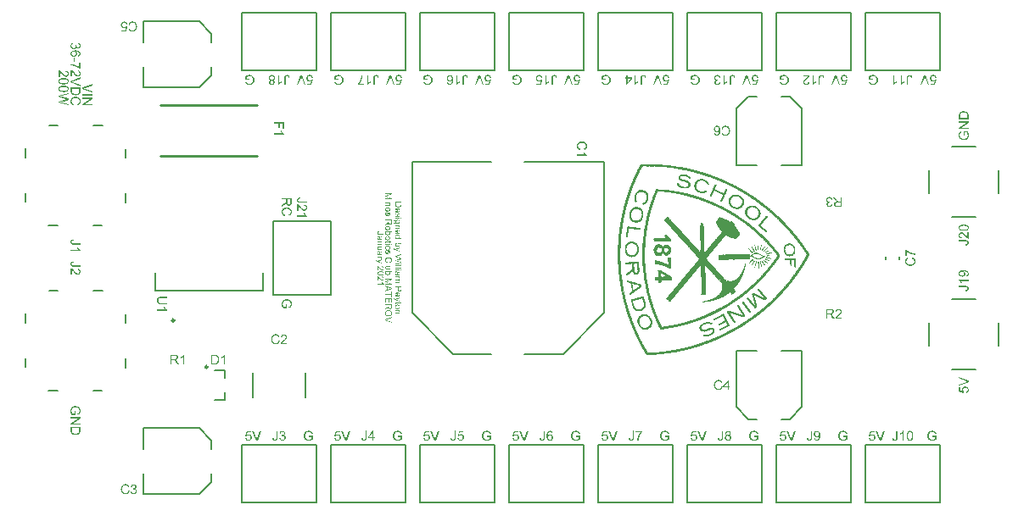
<source format=gto>
G04*
G04 #@! TF.GenerationSoftware,Altium Limited,Altium Designer,21.0.9 (235)*
G04*
G04 Layer_Color=65535*
%FSLAX25Y25*%
%MOIN*%
G70*
G04*
G04 #@! TF.SameCoordinates,BF538C37-7BC0-418B-8844-18137046693D*
G04*
G04*
G04 #@! TF.FilePolarity,Positive*
G04*
G01*
G75*
%ADD10C,0.00984*%
%ADD11C,0.00787*%
%ADD12C,0.01000*%
G36*
X257335Y136888D02*
X257395D01*
Y136829D01*
X257750D01*
Y136770D01*
X257868D01*
Y136711D01*
X258224D01*
Y136770D01*
X258993D01*
Y136711D01*
X259349D01*
Y136651D01*
X260770D01*
Y136592D01*
X261066D01*
Y136533D01*
X262013D01*
Y136474D01*
X262191D01*
Y136415D01*
X262783D01*
Y136355D01*
X263079D01*
Y136296D01*
X263257D01*
Y136355D01*
X263790D01*
Y136296D01*
X263908D01*
Y136237D01*
X264026D01*
Y136178D01*
X264145D01*
Y136237D01*
X264500D01*
Y136178D01*
X264796D01*
Y136118D01*
X265211D01*
Y136059D01*
X265329D01*
Y136000D01*
X266099D01*
Y135941D01*
X266513D01*
Y136000D01*
X266809D01*
Y135941D01*
X266928D01*
Y135882D01*
X267283D01*
Y135822D01*
X267460D01*
Y135763D01*
X267579D01*
Y135822D01*
X267697D01*
Y135763D01*
X267875D01*
Y135704D01*
X268171D01*
Y135645D01*
X268526D01*
Y135585D01*
X268882D01*
Y135526D01*
X269059D01*
Y135467D01*
X269533D01*
Y135408D01*
X269770D01*
Y135349D01*
X269888D01*
Y135290D01*
X270303D01*
Y135230D01*
X270480D01*
Y135171D01*
X270717D01*
Y135112D01*
X271072D01*
Y135053D01*
X271368D01*
Y134993D01*
X271605D01*
Y134934D01*
X271665D01*
Y134816D01*
X271724D01*
Y134697D01*
X272908D01*
Y134638D01*
X272967D01*
Y134579D01*
X273145D01*
Y134520D01*
X273559D01*
Y134460D01*
X273796D01*
Y134401D01*
X273974D01*
Y134342D01*
X274151D01*
Y134283D01*
X274388D01*
Y134224D01*
X274507D01*
Y134165D01*
X274862D01*
Y134105D01*
X275040D01*
Y134046D01*
X275276D01*
Y133987D01*
X275454D01*
Y133928D01*
X275572D01*
Y133868D01*
X275809D01*
Y133809D01*
X275987D01*
Y133750D01*
X276224D01*
Y133691D01*
X276461D01*
Y133632D01*
X276638D01*
Y133572D01*
X276934D01*
Y133513D01*
X277053D01*
Y133454D01*
X277290D01*
Y133395D01*
X277467D01*
Y133335D01*
X277586D01*
Y133276D01*
X277763D01*
Y133217D01*
X277941D01*
Y133158D01*
X278059D01*
Y133099D01*
X278296D01*
Y133039D01*
X278415D01*
Y132980D01*
X278533D01*
Y132921D01*
X278711D01*
Y132862D01*
X278888D01*
Y132803D01*
X279066D01*
Y132743D01*
X279303D01*
Y132684D01*
X279480D01*
Y132625D01*
X279599D01*
Y132566D01*
X279776D01*
Y132507D01*
X279895D01*
Y132447D01*
X279954D01*
Y132388D01*
X280309D01*
Y132329D01*
X280487D01*
Y132270D01*
X280664D01*
Y132211D01*
X280783D01*
Y132151D01*
X280901D01*
Y132092D01*
X281020D01*
Y132033D01*
X281197D01*
Y131974D01*
X281375D01*
Y131914D01*
X281553D01*
Y131855D01*
X281730D01*
Y131796D01*
X281849D01*
Y131737D01*
X281967D01*
Y131678D01*
X282085D01*
Y131618D01*
X282263D01*
Y131559D01*
X282441D01*
Y131500D01*
X282618D01*
Y131441D01*
X282796D01*
Y131382D01*
X282914D01*
Y131322D01*
X283033D01*
Y131263D01*
X283151D01*
Y131204D01*
X283329D01*
Y131145D01*
X283447D01*
Y131086D01*
X283625D01*
Y131026D01*
X283743D01*
Y130967D01*
X283921D01*
Y130908D01*
X284039D01*
Y130849D01*
X284158D01*
Y130789D01*
X284276D01*
Y130730D01*
X284395D01*
Y130671D01*
X284572D01*
Y130612D01*
X284809D01*
Y130553D01*
X284928D01*
Y130493D01*
X285046D01*
Y130434D01*
X285105D01*
Y130375D01*
X285224D01*
Y130316D01*
X285401D01*
Y130257D01*
X285520D01*
Y130197D01*
X285697D01*
Y130138D01*
X285757D01*
Y130079D01*
X285816D01*
Y130020D01*
X286053D01*
Y129961D01*
X286171D01*
Y129901D01*
X286349D01*
Y129842D01*
X286467D01*
Y129783D01*
X286526D01*
Y129724D01*
X286645D01*
Y129665D01*
X286822D01*
Y129605D01*
X286882D01*
Y129546D01*
X286941D01*
Y129487D01*
X287059D01*
Y129428D01*
X287178D01*
Y129368D01*
X287355D01*
Y129309D01*
X287474D01*
Y129250D01*
X287651D01*
Y129191D01*
X287770D01*
Y129132D01*
X287888D01*
Y129072D01*
X287947D01*
Y129013D01*
X288066D01*
Y128954D01*
X288243D01*
Y128895D01*
X288362D01*
Y128835D01*
X288421D01*
Y128776D01*
X288540D01*
Y128717D01*
X288599D01*
Y128658D01*
X288717D01*
Y128599D01*
X288895D01*
Y128540D01*
X289072D01*
Y128480D01*
X289132D01*
Y128421D01*
X289250D01*
Y128362D01*
X289368D01*
Y128303D01*
X289546D01*
Y128243D01*
X289665D01*
Y128184D01*
X289783D01*
Y128125D01*
X289842D01*
Y128066D01*
X289961D01*
Y128007D01*
X290079D01*
Y127947D01*
X290197D01*
Y127888D01*
X290257D01*
Y127829D01*
X290375D01*
Y127770D01*
X290434D01*
Y127710D01*
X290553D01*
Y127651D01*
X290671D01*
Y127592D01*
X290790D01*
Y127533D01*
X290908D01*
Y127474D01*
X291026D01*
Y127415D01*
X291145D01*
Y127355D01*
X291263D01*
Y127296D01*
X291382D01*
Y127237D01*
X291441D01*
Y127178D01*
X291559D01*
Y127118D01*
X291678D01*
Y127059D01*
X291737D01*
Y127000D01*
X291855D01*
Y126941D01*
X291974D01*
Y126882D01*
X292033D01*
Y126822D01*
X292092D01*
Y126763D01*
X292211D01*
Y126704D01*
X292329D01*
Y126645D01*
X292388D01*
Y126585D01*
X292507D01*
Y126526D01*
X292566D01*
Y126467D01*
X292684D01*
Y126408D01*
X292803D01*
Y126349D01*
X292921D01*
Y126289D01*
X293039D01*
Y126230D01*
X293099D01*
Y126171D01*
X293158D01*
Y126112D01*
X293276D01*
Y126053D01*
X293395D01*
Y125993D01*
X293513D01*
Y125934D01*
X293632D01*
Y125875D01*
X293691D01*
Y125816D01*
X293750D01*
Y125757D01*
X293868D01*
Y125697D01*
X293987D01*
Y125638D01*
X294105D01*
Y125579D01*
X294164D01*
Y125520D01*
X294224D01*
Y125461D01*
X294342D01*
Y125401D01*
X294401D01*
Y125342D01*
X294520D01*
Y125283D01*
X294638D01*
Y125224D01*
X294697D01*
Y125164D01*
X294816D01*
Y125105D01*
X294934D01*
Y125046D01*
X295053D01*
Y124987D01*
X295171D01*
Y124928D01*
X295230D01*
Y124868D01*
X295349D01*
Y124809D01*
X295408D01*
Y124750D01*
X295526D01*
Y124691D01*
X295585D01*
Y124632D01*
X295645D01*
Y124572D01*
X295763D01*
Y124513D01*
X295882D01*
Y124454D01*
X296000D01*
Y124395D01*
X296059D01*
Y124336D01*
X296178D01*
Y124276D01*
X296237D01*
Y124217D01*
X296296D01*
Y124158D01*
X296355D01*
Y124099D01*
X296474D01*
Y124039D01*
X296533D01*
Y123980D01*
X296651D01*
Y123921D01*
X296770D01*
Y123862D01*
X296829D01*
Y123803D01*
X296888D01*
Y123743D01*
X297007D01*
Y123684D01*
X297125D01*
Y123625D01*
X297184D01*
Y123566D01*
X297243D01*
Y123507D01*
X297362D01*
Y123447D01*
X297421D01*
Y123388D01*
X297480D01*
Y123329D01*
X297539D01*
Y123270D01*
X297658D01*
Y123211D01*
X297776D01*
Y123151D01*
X297835D01*
Y123092D01*
X297954D01*
Y123033D01*
X298013D01*
Y122974D01*
X298132D01*
Y122915D01*
X298191D01*
Y122855D01*
X298309D01*
Y122796D01*
X298368D01*
Y122737D01*
X298428D01*
Y122678D01*
X298546D01*
Y122618D01*
X298605D01*
Y122559D01*
X298664D01*
Y122500D01*
X298724D01*
Y122441D01*
X298842D01*
Y122382D01*
X298960D01*
Y122322D01*
X299020D01*
Y122263D01*
X299079D01*
Y122204D01*
X299138D01*
Y122145D01*
X299257D01*
Y122085D01*
X299316D01*
Y122026D01*
X299375D01*
Y121967D01*
X299434D01*
Y121908D01*
X299493D01*
Y121849D01*
X299612D01*
Y121790D01*
X299730D01*
Y121730D01*
X299849D01*
Y121671D01*
X299908D01*
Y121612D01*
X299967D01*
Y121553D01*
X300026D01*
Y121493D01*
X300085D01*
Y121434D01*
X300145D01*
Y121375D01*
X300263D01*
Y121316D01*
X300322D01*
Y121257D01*
X300382D01*
Y121197D01*
X300500D01*
Y121138D01*
X300559D01*
Y121079D01*
X300678D01*
Y121020D01*
X300737D01*
Y120960D01*
X300796D01*
Y120901D01*
X300915D01*
Y120842D01*
X300974D01*
Y120783D01*
X301033D01*
Y120724D01*
X301092D01*
Y120665D01*
X301151D01*
Y120605D01*
X301270D01*
Y120546D01*
X301329D01*
Y120487D01*
X301447D01*
Y120428D01*
X301507D01*
Y120368D01*
X301566D01*
Y120309D01*
X301625D01*
Y120250D01*
X301743D01*
Y120191D01*
X301803D01*
Y120132D01*
X301862D01*
Y120013D01*
X301980D01*
Y119954D01*
X302099D01*
Y119895D01*
X302158D01*
Y119835D01*
X302217D01*
Y119776D01*
X302276D01*
Y119717D01*
X302336D01*
Y119658D01*
X302395D01*
Y119599D01*
X302513D01*
Y119539D01*
X302632D01*
Y119480D01*
X302691D01*
Y119421D01*
X302750D01*
Y119362D01*
X302809D01*
Y119303D01*
X302868D01*
Y119243D01*
X302928D01*
Y119184D01*
X302987D01*
Y119125D01*
X303046D01*
Y119066D01*
X303105D01*
Y119007D01*
X303165D01*
Y118947D01*
X303283D01*
Y118888D01*
X303342D01*
Y118829D01*
X303401D01*
Y118770D01*
X303461D01*
Y118710D01*
X303579D01*
Y118651D01*
X303638D01*
Y118592D01*
X303697D01*
Y118474D01*
X303757D01*
Y118414D01*
X303875D01*
Y118355D01*
X303934D01*
Y118296D01*
X303993D01*
Y118237D01*
X304053D01*
Y118178D01*
X304112D01*
Y118118D01*
X304171D01*
Y118059D01*
X304230D01*
Y118000D01*
X304349D01*
Y117941D01*
X304408D01*
Y117882D01*
X304467D01*
Y117822D01*
X304526D01*
Y117763D01*
X304586D01*
Y117704D01*
X304645D01*
Y117645D01*
X304704D01*
Y117586D01*
X304822D01*
Y117526D01*
X304882D01*
Y117467D01*
X304941D01*
Y117408D01*
X305000D01*
Y117349D01*
X305059D01*
Y117289D01*
X305118D01*
Y117230D01*
X305178D01*
Y117171D01*
X305237D01*
Y117112D01*
X305296D01*
Y117053D01*
X305415D01*
Y116993D01*
X305474D01*
Y116934D01*
X305533D01*
Y116875D01*
X305592D01*
Y116816D01*
X305651D01*
Y116757D01*
X305711D01*
Y116697D01*
X305770D01*
Y116638D01*
X305829D01*
Y116579D01*
X305888D01*
Y116520D01*
X305947D01*
Y116461D01*
X306007D01*
Y116401D01*
X306066D01*
Y116342D01*
X306125D01*
Y116283D01*
X306184D01*
Y116224D01*
X306243D01*
Y116165D01*
X306303D01*
Y116105D01*
X306362D01*
Y116046D01*
X306480D01*
Y115987D01*
X306540D01*
Y115928D01*
X306599D01*
Y115809D01*
X306658D01*
Y115691D01*
X306776D01*
Y115632D01*
X306895D01*
Y115572D01*
X306954D01*
Y115513D01*
X307013D01*
Y115454D01*
X307072D01*
Y115395D01*
X307191D01*
Y115276D01*
X307250D01*
Y115217D01*
X307368D01*
Y115099D01*
X307487D01*
Y114980D01*
X307546D01*
Y114921D01*
X307605D01*
Y114862D01*
X307724D01*
Y114803D01*
X307783D01*
Y114684D01*
X307842D01*
Y114625D01*
X307901D01*
Y114566D01*
X307961D01*
Y114507D01*
X308020D01*
Y114447D01*
X308079D01*
Y114388D01*
X308197D01*
Y114329D01*
X308257D01*
Y114270D01*
X308316D01*
Y114210D01*
X308375D01*
Y114151D01*
X308434D01*
Y114033D01*
X308493D01*
Y113974D01*
X308553D01*
Y113915D01*
X308612D01*
Y113855D01*
X308671D01*
Y113796D01*
X308730D01*
Y113737D01*
X308789D01*
Y113618D01*
X308849D01*
Y113559D01*
X308908D01*
Y113500D01*
X308967D01*
Y113441D01*
X309085D01*
Y113382D01*
X309145D01*
Y113263D01*
X309204D01*
Y113204D01*
X309263D01*
Y113145D01*
X309322D01*
Y113085D01*
X309382D01*
Y112967D01*
X309500D01*
Y112908D01*
X309559D01*
Y112849D01*
X309618D01*
Y112789D01*
X309678D01*
Y112730D01*
X309737D01*
Y112671D01*
X309796D01*
Y112553D01*
X309914D01*
Y112493D01*
X309974D01*
Y112434D01*
X310033D01*
Y112375D01*
X310092D01*
Y112316D01*
X310151D01*
Y112257D01*
X310210D01*
Y112197D01*
X310270D01*
Y112079D01*
X310329D01*
Y112020D01*
X310388D01*
Y111901D01*
X310447D01*
Y111842D01*
X310507D01*
Y111783D01*
X310566D01*
Y111724D01*
X310625D01*
Y111664D01*
X310743D01*
Y111605D01*
X310803D01*
Y111487D01*
X310862D01*
Y111428D01*
X310921D01*
Y111368D01*
X310980D01*
Y111309D01*
X311039D01*
Y111250D01*
X311099D01*
Y111191D01*
X311158D01*
Y111072D01*
X311217D01*
Y111013D01*
X311276D01*
Y110895D01*
X311335D01*
Y110836D01*
X311454D01*
Y110717D01*
X311513D01*
Y110658D01*
X311572D01*
Y110599D01*
X311632D01*
Y110480D01*
X311691D01*
Y110421D01*
X311750D01*
Y110362D01*
X311809D01*
Y110303D01*
X311868D01*
Y110243D01*
X311928D01*
Y110184D01*
X311987D01*
Y110125D01*
X312046D01*
Y110007D01*
X312105D01*
Y109947D01*
X312164D01*
Y109888D01*
X312224D01*
Y109829D01*
X312283D01*
Y109770D01*
X312342D01*
Y109711D01*
X312401D01*
Y109651D01*
X312460D01*
Y109533D01*
X312520D01*
Y109474D01*
X312579D01*
Y109415D01*
X312638D01*
Y109296D01*
X312697D01*
Y109237D01*
X312816D01*
Y109178D01*
X312875D01*
Y109059D01*
X312934D01*
Y109000D01*
X312993D01*
Y108941D01*
X313053D01*
Y108822D01*
X313112D01*
Y108763D01*
X313171D01*
Y108704D01*
X313230D01*
Y108645D01*
X313289D01*
Y108526D01*
X313349D01*
Y108408D01*
X313408D01*
Y108349D01*
X313467D01*
Y108290D01*
X313526D01*
Y108230D01*
X313585D01*
Y108171D01*
X313645D01*
Y108112D01*
X313704D01*
Y108053D01*
X313763D01*
Y107993D01*
X313822D01*
Y107875D01*
X313882D01*
Y107816D01*
X313941D01*
Y107697D01*
X314000D01*
Y107579D01*
X314059D01*
Y107520D01*
X314118D01*
Y107460D01*
X314178D01*
Y107342D01*
X314237D01*
Y107283D01*
X314296D01*
Y107224D01*
X314355D01*
Y107165D01*
X314415D01*
Y107105D01*
X314474D01*
Y107046D01*
X314533D01*
Y106987D01*
X314592D01*
Y106868D01*
X314651D01*
Y106809D01*
X314710D01*
Y106691D01*
X314770D01*
Y106632D01*
X314829D01*
Y106513D01*
X314888D01*
Y106454D01*
X314947D01*
Y106395D01*
X315007D01*
Y106276D01*
X315066D01*
Y106217D01*
X315125D01*
Y106158D01*
X315184D01*
Y106099D01*
X315243D01*
Y105980D01*
X315303D01*
Y105921D01*
X315362D01*
Y105862D01*
X315421D01*
Y105743D01*
X315480D01*
Y105684D01*
X315540D01*
Y105625D01*
X315599D01*
Y105566D01*
X315658D01*
Y105447D01*
X315717D01*
Y105388D01*
X315776D01*
Y105329D01*
X315835D01*
Y105210D01*
X315895D01*
Y105151D01*
X315954D01*
Y105033D01*
X316013D01*
Y104914D01*
X316072D01*
Y104855D01*
X316132D01*
Y104737D01*
X316191D01*
Y104678D01*
X316250D01*
Y104618D01*
X316309D01*
Y104500D01*
X316368D01*
Y104382D01*
X316428D01*
Y104322D01*
X316487D01*
Y104263D01*
X316546D01*
Y104145D01*
X316605D01*
Y104086D01*
X316665D01*
Y104026D01*
X316724D01*
Y103908D01*
X316783D01*
Y103849D01*
X316842D01*
Y103730D01*
X316901D01*
Y103612D01*
X316961D01*
Y103493D01*
X317020D01*
Y103434D01*
X317079D01*
Y103375D01*
X317138D01*
Y103257D01*
X317197D01*
Y103197D01*
X317257D01*
Y103079D01*
X317316D01*
Y103020D01*
X317375D01*
Y102961D01*
X317434D01*
Y102842D01*
X317493D01*
Y102724D01*
X317553D01*
Y102664D01*
X317612D01*
Y102546D01*
X317671D01*
Y102487D01*
X317730D01*
Y102368D01*
X317790D01*
Y102309D01*
X317849D01*
Y102191D01*
X317908D01*
Y102132D01*
X317967D01*
Y102072D01*
X318026D01*
Y101954D01*
X318086D01*
Y101836D01*
X318145D01*
Y101776D01*
X318204D01*
Y101658D01*
X318263D01*
Y101599D01*
X318322D01*
Y101480D01*
X318382D01*
Y101362D01*
X318441D01*
Y101125D01*
X318382D01*
Y101007D01*
X318322D01*
Y100888D01*
X318263D01*
Y100770D01*
X318204D01*
Y100651D01*
X318145D01*
Y100533D01*
X318086D01*
Y100415D01*
X318026D01*
Y100296D01*
X317967D01*
Y100237D01*
X317908D01*
Y100178D01*
X317849D01*
Y100118D01*
X317790D01*
Y100000D01*
X317730D01*
Y99822D01*
X317671D01*
Y99704D01*
X317612D01*
Y99585D01*
X317553D01*
Y99467D01*
X317493D01*
Y99408D01*
X317434D01*
Y99290D01*
X317375D01*
Y99171D01*
X317316D01*
Y99053D01*
X317257D01*
Y98993D01*
X317197D01*
Y98875D01*
X317138D01*
Y98757D01*
X317079D01*
Y98697D01*
X317020D01*
Y98638D01*
X316961D01*
Y98520D01*
X316901D01*
Y98401D01*
X316842D01*
Y98283D01*
X316783D01*
Y98164D01*
X316724D01*
Y98105D01*
X316665D01*
Y97987D01*
X316605D01*
Y97928D01*
X316546D01*
Y97809D01*
X316487D01*
Y97750D01*
X316428D01*
Y97691D01*
X316368D01*
Y97572D01*
X316309D01*
Y97454D01*
X316250D01*
Y97335D01*
X316191D01*
Y97276D01*
X316132D01*
Y97099D01*
X316072D01*
Y97040D01*
X316013D01*
Y96921D01*
X315954D01*
Y96862D01*
X315895D01*
Y96803D01*
X315835D01*
Y96684D01*
X315776D01*
Y96625D01*
X315717D01*
Y96566D01*
X315658D01*
Y96447D01*
X315599D01*
Y96270D01*
X315540D01*
Y96210D01*
X315480D01*
Y96151D01*
X315421D01*
Y96033D01*
X315362D01*
Y95974D01*
X315303D01*
Y95855D01*
X315243D01*
Y95796D01*
X315184D01*
Y95678D01*
X315125D01*
Y95618D01*
X315066D01*
Y95500D01*
X315007D01*
Y95441D01*
X314947D01*
Y95382D01*
X314888D01*
Y95263D01*
X314829D01*
Y95145D01*
X314770D01*
Y95086D01*
X314710D01*
Y94967D01*
X314651D01*
Y94908D01*
X314592D01*
Y94789D01*
X314533D01*
Y94730D01*
X314474D01*
Y94671D01*
X314415D01*
Y94553D01*
X314355D01*
Y94434D01*
X314296D01*
Y94375D01*
X314237D01*
Y94257D01*
X314178D01*
Y94138D01*
X314118D01*
Y94079D01*
X314059D01*
Y94020D01*
X314000D01*
Y93901D01*
X313941D01*
Y93842D01*
X313882D01*
Y93783D01*
X313822D01*
Y93724D01*
X313763D01*
Y93664D01*
X313704D01*
Y93546D01*
X313645D01*
Y93428D01*
X313585D01*
Y93368D01*
X313526D01*
Y93250D01*
X313467D01*
Y93191D01*
X313408D01*
Y93072D01*
X313349D01*
Y93013D01*
X313289D01*
Y92895D01*
X313230D01*
Y92835D01*
X313171D01*
Y92776D01*
X313112D01*
Y92717D01*
X313053D01*
Y92658D01*
X312993D01*
Y92540D01*
X312934D01*
Y92480D01*
X312875D01*
Y92421D01*
X312816D01*
Y92303D01*
X312757D01*
Y92184D01*
X312697D01*
Y92125D01*
X312638D01*
Y92066D01*
X312579D01*
Y92007D01*
X312520D01*
Y91947D01*
X312460D01*
Y91829D01*
X312401D01*
Y91770D01*
X312342D01*
Y91711D01*
X312283D01*
Y91592D01*
X312224D01*
Y91533D01*
X312164D01*
Y91414D01*
X312105D01*
Y91355D01*
X312046D01*
Y91237D01*
X311987D01*
Y91178D01*
X311928D01*
Y91118D01*
X311868D01*
Y91059D01*
X311809D01*
Y91000D01*
X311750D01*
Y90882D01*
X311691D01*
Y90822D01*
X311632D01*
Y90763D01*
X311572D01*
Y90645D01*
X311513D01*
Y90586D01*
X311454D01*
Y90526D01*
X311395D01*
Y90467D01*
X311335D01*
Y90408D01*
X311276D01*
Y90349D01*
X311217D01*
Y90230D01*
X311158D01*
Y90112D01*
X311099D01*
Y90053D01*
X311039D01*
Y89993D01*
X310980D01*
Y89934D01*
X310921D01*
Y89816D01*
X310862D01*
Y89757D01*
X310803D01*
Y89697D01*
X310743D01*
Y89579D01*
X310684D01*
Y89520D01*
X310625D01*
Y89460D01*
X310566D01*
Y89401D01*
X310507D01*
Y89342D01*
X310447D01*
Y89224D01*
X310388D01*
Y89105D01*
X310329D01*
Y89046D01*
X310270D01*
Y88987D01*
X310210D01*
Y88928D01*
X310151D01*
Y88868D01*
X310092D01*
Y88809D01*
X310033D01*
Y88750D01*
X309974D01*
Y88691D01*
X309914D01*
Y88632D01*
X309855D01*
Y88572D01*
X309796D01*
Y88454D01*
X309737D01*
Y88395D01*
X309678D01*
Y88336D01*
X309618D01*
Y88276D01*
X309559D01*
Y88217D01*
X309500D01*
Y88158D01*
X309441D01*
Y88099D01*
X309382D01*
Y87980D01*
X309322D01*
Y87921D01*
X309263D01*
Y87862D01*
X309204D01*
Y87743D01*
X309145D01*
Y87684D01*
X309085D01*
Y87625D01*
X309026D01*
Y87566D01*
X308967D01*
Y87507D01*
X308908D01*
Y87447D01*
X308849D01*
Y87388D01*
X308789D01*
Y87329D01*
X308730D01*
Y87211D01*
X308671D01*
Y87092D01*
X308612D01*
Y87033D01*
X308553D01*
Y86974D01*
X308493D01*
Y86914D01*
X308434D01*
Y86855D01*
X308375D01*
Y86796D01*
X308316D01*
Y86737D01*
X308257D01*
Y86678D01*
X308197D01*
Y86618D01*
X308138D01*
Y86559D01*
X308079D01*
Y86500D01*
X308020D01*
Y86441D01*
X307961D01*
Y86382D01*
X307901D01*
Y86322D01*
X307842D01*
Y86263D01*
X307783D01*
Y86204D01*
X307724D01*
Y86145D01*
X307664D01*
Y86085D01*
X307605D01*
Y85967D01*
X307546D01*
Y85908D01*
X307487D01*
Y85790D01*
X307428D01*
Y85730D01*
X307368D01*
Y85671D01*
X307309D01*
Y85612D01*
X307250D01*
Y85553D01*
X307191D01*
Y85493D01*
X307132D01*
Y85434D01*
X307072D01*
Y85375D01*
X307013D01*
Y85316D01*
X306954D01*
Y85257D01*
X306895D01*
Y85197D01*
X306836D01*
Y85138D01*
X306776D01*
Y85079D01*
X306717D01*
Y85020D01*
X306658D01*
Y84961D01*
X306599D01*
Y84901D01*
X306540D01*
Y84842D01*
X306480D01*
Y84783D01*
X306421D01*
Y84724D01*
X306362D01*
Y84664D01*
X306243D01*
Y84546D01*
X306184D01*
Y84487D01*
X306125D01*
Y84428D01*
X306066D01*
Y84368D01*
X306007D01*
Y84250D01*
X305947D01*
Y84191D01*
X305888D01*
Y84132D01*
X305829D01*
Y84072D01*
X305770D01*
Y84013D01*
X305711D01*
Y83954D01*
X305651D01*
Y83895D01*
X305533D01*
Y83836D01*
X305474D01*
Y83776D01*
X305415D01*
Y83658D01*
X305355D01*
Y83599D01*
X305296D01*
Y83539D01*
X305237D01*
Y83480D01*
X305178D01*
Y83421D01*
X305118D01*
Y83362D01*
X305059D01*
Y83303D01*
X304941D01*
Y83243D01*
X304882D01*
Y83184D01*
X304822D01*
Y83125D01*
X304763D01*
Y83066D01*
X304704D01*
Y83007D01*
X304645D01*
Y82888D01*
X304526D01*
Y82829D01*
X304467D01*
Y82770D01*
X304408D01*
Y82710D01*
X304349D01*
Y82651D01*
X304290D01*
Y82592D01*
X304230D01*
Y82533D01*
X304171D01*
Y82474D01*
X304112D01*
Y82415D01*
X304053D01*
Y82355D01*
X303993D01*
Y82296D01*
X303934D01*
Y82237D01*
X303875D01*
Y82178D01*
X303816D01*
Y82118D01*
X303757D01*
Y82059D01*
X303697D01*
Y82000D01*
X303638D01*
Y81941D01*
X303579D01*
Y81882D01*
X303520D01*
Y81822D01*
X303461D01*
Y81763D01*
X303401D01*
Y81704D01*
X303283D01*
Y81645D01*
X303224D01*
Y81586D01*
X303165D01*
Y81526D01*
X303105D01*
Y81467D01*
X303046D01*
Y81408D01*
X302987D01*
Y81349D01*
X302928D01*
Y81289D01*
X302868D01*
Y81230D01*
X302809D01*
Y81171D01*
X302750D01*
Y81112D01*
X302691D01*
Y81053D01*
X302632D01*
Y80993D01*
X302572D01*
Y80934D01*
X302513D01*
Y80875D01*
X302454D01*
Y80816D01*
X302395D01*
Y80757D01*
X302276D01*
Y80697D01*
X302217D01*
Y80638D01*
X302158D01*
Y80579D01*
X302040D01*
Y80520D01*
X301980D01*
Y80461D01*
X301921D01*
Y80401D01*
X301862D01*
Y80342D01*
X301803D01*
Y80283D01*
X301743D01*
Y80224D01*
X301684D01*
Y80164D01*
X301566D01*
Y80105D01*
X301507D01*
Y80046D01*
X301447D01*
Y79987D01*
X301388D01*
Y79928D01*
X301329D01*
Y79868D01*
X301270D01*
Y79809D01*
X301210D01*
Y79750D01*
X301151D01*
Y79691D01*
X301033D01*
Y79632D01*
X300974D01*
Y79572D01*
X300915D01*
Y79513D01*
X300855D01*
Y79454D01*
X300737D01*
Y79395D01*
X300678D01*
Y79335D01*
X300618D01*
Y79276D01*
X300559D01*
Y79217D01*
X300500D01*
Y79158D01*
X300382D01*
Y79099D01*
X300322D01*
Y79040D01*
X300263D01*
Y78980D01*
X300204D01*
Y78921D01*
X300145D01*
Y78862D01*
X300085D01*
Y78803D01*
X300026D01*
Y78743D01*
X299908D01*
Y78684D01*
X299849D01*
Y78625D01*
X299730D01*
Y78566D01*
X299671D01*
Y78507D01*
X299612D01*
Y78447D01*
X299553D01*
Y78388D01*
X299434D01*
Y78329D01*
X299375D01*
Y78270D01*
X299316D01*
Y78211D01*
X299257D01*
Y78151D01*
X299197D01*
Y78092D01*
X299138D01*
Y78033D01*
X299079D01*
Y77974D01*
X299020D01*
Y77915D01*
X298960D01*
Y77855D01*
X298842D01*
Y77796D01*
X298724D01*
Y77737D01*
X298664D01*
Y77678D01*
X298605D01*
Y77618D01*
X298546D01*
Y77559D01*
X298428D01*
Y77500D01*
X298309D01*
Y77382D01*
X298250D01*
Y77322D01*
X298132D01*
Y77263D01*
X298013D01*
Y77204D01*
X297954D01*
Y77145D01*
X297835D01*
Y77086D01*
X297776D01*
Y77026D01*
X297717D01*
Y76967D01*
X297658D01*
Y76908D01*
X297539D01*
Y76849D01*
X297421D01*
Y76789D01*
X297362D01*
Y76730D01*
X297303D01*
Y76671D01*
X297243D01*
Y76612D01*
X297184D01*
Y76553D01*
X297066D01*
Y76493D01*
X297007D01*
Y76434D01*
X296888D01*
Y76375D01*
X296829D01*
Y76316D01*
X296770D01*
Y76257D01*
X296651D01*
Y76197D01*
X296592D01*
Y76138D01*
X296533D01*
Y76079D01*
X296474D01*
Y76020D01*
X296414D01*
Y75960D01*
X296296D01*
Y75901D01*
X296178D01*
Y75842D01*
X296118D01*
Y75783D01*
X296000D01*
Y75724D01*
X295941D01*
Y75665D01*
X295822D01*
Y75605D01*
X295763D01*
Y75546D01*
X295645D01*
Y75487D01*
X295585D01*
Y75428D01*
X295526D01*
Y75368D01*
X295408D01*
Y75309D01*
X295289D01*
Y75250D01*
X295230D01*
Y75191D01*
X295171D01*
Y75132D01*
X295053D01*
Y75072D01*
X294993D01*
Y75013D01*
X294934D01*
Y74954D01*
X294816D01*
Y74895D01*
X294638D01*
Y74835D01*
X294579D01*
Y74776D01*
X294520D01*
Y74717D01*
X294461D01*
Y74658D01*
X294401D01*
Y74599D01*
X294283D01*
Y74540D01*
X294224D01*
Y74480D01*
X294105D01*
Y74421D01*
X294046D01*
Y74362D01*
X293928D01*
Y74303D01*
X293809D01*
Y74243D01*
X293691D01*
Y74184D01*
X293632D01*
Y74125D01*
X293572D01*
Y74066D01*
X293454D01*
Y74007D01*
X293395D01*
Y73947D01*
X293336D01*
Y73888D01*
X293276D01*
Y73829D01*
X293158D01*
Y73770D01*
X293099D01*
Y73711D01*
X292980D01*
Y73651D01*
X292862D01*
Y73592D01*
X292743D01*
Y73533D01*
X292625D01*
Y73474D01*
X292566D01*
Y73414D01*
X292447D01*
Y73355D01*
X292388D01*
Y73296D01*
X292270D01*
Y73237D01*
X292151D01*
Y73178D01*
X292033D01*
Y73118D01*
X291974D01*
Y73059D01*
X291915D01*
Y73000D01*
X291855D01*
Y72941D01*
X291737D01*
Y72882D01*
X291618D01*
Y72822D01*
X291500D01*
Y72763D01*
X291441D01*
Y72704D01*
X291322D01*
Y72645D01*
X291263D01*
Y72585D01*
X291145D01*
Y72526D01*
X290967D01*
Y72467D01*
X290849D01*
Y72408D01*
X290790D01*
Y72349D01*
X290671D01*
Y72290D01*
X290553D01*
Y72230D01*
X290493D01*
Y72171D01*
X290375D01*
Y72112D01*
X290316D01*
Y72053D01*
X290197D01*
Y71993D01*
X290079D01*
Y71934D01*
X289961D01*
Y71875D01*
X289901D01*
Y71816D01*
X289783D01*
Y71757D01*
X289724D01*
Y71697D01*
X289605D01*
Y71638D01*
X289487D01*
Y71579D01*
X289428D01*
Y71520D01*
X289309D01*
Y71460D01*
X289250D01*
Y71401D01*
X289191D01*
Y71342D01*
X289072D01*
Y71283D01*
X288895D01*
Y71224D01*
X288776D01*
Y71165D01*
X288658D01*
Y71105D01*
X288540D01*
Y71046D01*
X288421D01*
Y70987D01*
X288303D01*
Y70928D01*
X288243D01*
Y70868D01*
X288125D01*
Y70809D01*
X288066D01*
Y70750D01*
X287947D01*
Y70691D01*
X287829D01*
Y70632D01*
X287770D01*
Y70572D01*
X287651D01*
Y70513D01*
X287533D01*
Y70454D01*
X287415D01*
Y70395D01*
X287237D01*
Y70336D01*
X287118D01*
Y70276D01*
X287000D01*
Y70217D01*
X286882D01*
Y70158D01*
X286822D01*
Y70099D01*
X286704D01*
Y70039D01*
X286408D01*
Y70276D01*
X286290D01*
Y70099D01*
X286349D01*
Y69921D01*
X286290D01*
Y69862D01*
X286230D01*
Y69803D01*
X286112D01*
Y69743D01*
X285934D01*
Y69684D01*
X285875D01*
Y69625D01*
X285757D01*
Y69566D01*
X285697D01*
Y69507D01*
X285638D01*
Y69447D01*
X285401D01*
Y69388D01*
X285283D01*
Y69329D01*
X285164D01*
Y69270D01*
X285105D01*
Y69210D01*
X284987D01*
Y69151D01*
X284868D01*
Y69092D01*
X284750D01*
Y69033D01*
X284632D01*
Y68974D01*
X284454D01*
Y68915D01*
X284335D01*
Y68855D01*
X284217D01*
Y68796D01*
X284099D01*
Y68737D01*
X283980D01*
Y68678D01*
X283803D01*
Y68618D01*
X283743D01*
Y68559D01*
X283625D01*
Y68500D01*
X283507D01*
Y68441D01*
X283388D01*
Y68382D01*
X283210D01*
Y68322D01*
X283033D01*
Y68263D01*
X282914D01*
Y68204D01*
X282855D01*
Y68145D01*
X282618D01*
Y68085D01*
X282500D01*
Y68026D01*
X282382D01*
Y67967D01*
X282263D01*
Y67908D01*
X282204D01*
Y67849D01*
X282085D01*
Y67790D01*
X281908D01*
Y67730D01*
X281789D01*
Y67671D01*
X281612D01*
Y67612D01*
X281434D01*
Y67553D01*
X281316D01*
Y67493D01*
X281079D01*
Y67434D01*
X280901D01*
Y67375D01*
X280842D01*
Y67316D01*
X280724D01*
Y67257D01*
X280605D01*
Y67197D01*
X280487D01*
Y67138D01*
X280368D01*
Y67079D01*
X280191D01*
Y67020D01*
X280013D01*
Y66961D01*
X279895D01*
Y66901D01*
X279717D01*
Y66842D01*
X279421D01*
Y66783D01*
X279303D01*
Y66724D01*
X279184D01*
Y66664D01*
X279066D01*
Y66605D01*
X278947D01*
Y66546D01*
X278829D01*
Y66487D01*
X278711D01*
Y66428D01*
X278592D01*
Y66368D01*
X278355D01*
Y66309D01*
X278237D01*
Y66250D01*
X278118D01*
Y66191D01*
X277763D01*
Y66132D01*
X277645D01*
Y66072D01*
X277467D01*
Y66013D01*
X277349D01*
Y65954D01*
X277171D01*
Y65895D01*
X276993D01*
Y65835D01*
X276875D01*
Y65776D01*
X276579D01*
Y65717D01*
X276401D01*
Y65658D01*
X276342D01*
Y65599D01*
X276224D01*
Y65539D01*
X275928D01*
Y65480D01*
X275750D01*
Y65421D01*
X275572D01*
Y65362D01*
X275395D01*
Y65303D01*
X275276D01*
Y65243D01*
X275040D01*
Y65184D01*
X274862D01*
Y65125D01*
X274743D01*
Y65066D01*
X274447D01*
Y65007D01*
X274329D01*
Y64947D01*
X274092D01*
Y64888D01*
X273974D01*
Y64829D01*
X273737D01*
Y64770D01*
X273322D01*
Y64710D01*
X273263D01*
Y64651D01*
X273085D01*
Y64592D01*
X272908D01*
Y64533D01*
X272671D01*
Y64474D01*
X272434D01*
Y64415D01*
X272316D01*
Y64355D01*
X271960D01*
Y64296D01*
X271842D01*
Y64237D01*
X271546D01*
Y64178D01*
X271250D01*
Y64118D01*
X271072D01*
Y64059D01*
X270895D01*
Y64000D01*
X270776D01*
Y63941D01*
X270303D01*
Y63882D01*
X270125D01*
Y63822D01*
X270007D01*
Y63763D01*
X269710D01*
Y63704D01*
X269533D01*
Y63645D01*
X269237D01*
Y63586D01*
X268882D01*
Y63526D01*
X268704D01*
Y63467D01*
X268349D01*
Y63408D01*
X268171D01*
Y63349D01*
X267993D01*
Y63289D01*
X267579D01*
Y63230D01*
X267401D01*
Y63171D01*
X267164D01*
Y63112D01*
X266809D01*
Y63053D01*
X266395D01*
Y62993D01*
X266336D01*
Y62934D01*
X265803D01*
Y62875D01*
X265566D01*
Y62816D01*
X265507D01*
Y62875D01*
X265270D01*
Y62816D01*
X264974D01*
Y62757D01*
X264796D01*
Y62697D01*
X264618D01*
Y62638D01*
X263908D01*
Y62579D01*
X263730D01*
Y62520D01*
X263434D01*
Y62461D01*
X262724D01*
Y62401D01*
X262487D01*
Y62342D01*
X262309D01*
Y62283D01*
X261480D01*
Y62224D01*
X260533D01*
Y62164D01*
X260355D01*
Y62105D01*
X260237D01*
Y62046D01*
X259526D01*
Y61987D01*
X258460D01*
Y61928D01*
X258165D01*
Y61868D01*
X257868D01*
Y61809D01*
X257513D01*
Y61868D01*
X257158D01*
Y61809D01*
X256921D01*
Y61868D01*
X256566D01*
Y61809D01*
X256210D01*
Y61750D01*
X254434D01*
Y61809D01*
X254316D01*
Y61868D01*
X254257D01*
Y61928D01*
X254197D01*
Y61987D01*
X254138D01*
Y62105D01*
X254079D01*
Y62224D01*
X254020D01*
Y62283D01*
X253960D01*
Y62461D01*
X253901D01*
Y62520D01*
X253842D01*
Y62579D01*
X253783D01*
Y62697D01*
X253724D01*
Y62816D01*
X253664D01*
Y62875D01*
X253605D01*
Y62934D01*
X253546D01*
Y63053D01*
X253487D01*
Y63112D01*
X253428D01*
Y63230D01*
X253368D01*
Y63408D01*
X253309D01*
Y63526D01*
X253250D01*
Y63586D01*
X253191D01*
Y63704D01*
X253132D01*
Y63763D01*
X253072D01*
Y63822D01*
X253013D01*
Y63941D01*
X252954D01*
Y64059D01*
X252895D01*
Y64178D01*
X252835D01*
Y64237D01*
X252776D01*
Y64355D01*
X252717D01*
Y64415D01*
X252658D01*
Y64592D01*
X252599D01*
Y64710D01*
X252539D01*
Y64888D01*
X252480D01*
Y64947D01*
X252421D01*
Y65007D01*
X252362D01*
Y65184D01*
X252303D01*
Y65303D01*
X252243D01*
Y65362D01*
X252184D01*
Y65480D01*
X252125D01*
Y65599D01*
X252066D01*
Y65717D01*
X252007D01*
Y65776D01*
X251947D01*
Y65895D01*
X251888D01*
Y66013D01*
X251829D01*
Y66132D01*
X251770D01*
Y66250D01*
X251711D01*
Y66428D01*
X251651D01*
Y66546D01*
X251592D01*
Y66664D01*
X251533D01*
Y66783D01*
X251474D01*
Y66842D01*
X251414D01*
Y66961D01*
X251355D01*
Y67079D01*
X251296D01*
Y67197D01*
X251237D01*
Y67375D01*
X251178D01*
Y67493D01*
X251118D01*
Y67553D01*
X251059D01*
Y67730D01*
X251000D01*
Y67790D01*
X250941D01*
Y67908D01*
X250882D01*
Y68026D01*
X250822D01*
Y68145D01*
X250763D01*
Y68204D01*
X250704D01*
Y68382D01*
X250645D01*
Y68500D01*
X250586D01*
Y68618D01*
X250526D01*
Y68796D01*
X250467D01*
Y68915D01*
X250408D01*
Y69033D01*
X250349D01*
Y69151D01*
X250290D01*
Y69270D01*
X250230D01*
Y69388D01*
X250171D01*
Y69507D01*
X250112D01*
Y69684D01*
X250053D01*
Y69743D01*
X249993D01*
Y69921D01*
X249934D01*
Y70099D01*
X249875D01*
Y70217D01*
X249816D01*
Y70336D01*
X249757D01*
Y70454D01*
X249697D01*
Y70513D01*
X249638D01*
Y70632D01*
X249579D01*
Y70868D01*
X249520D01*
Y71046D01*
X249461D01*
Y71165D01*
X249401D01*
Y71224D01*
X249342D01*
Y71342D01*
X249283D01*
Y71460D01*
X249224D01*
Y71638D01*
X249165D01*
Y71757D01*
X249105D01*
Y71934D01*
X249046D01*
Y72112D01*
X248987D01*
Y72230D01*
X248928D01*
Y72408D01*
X248868D01*
Y72526D01*
X248809D01*
Y72645D01*
X248750D01*
Y72763D01*
X248691D01*
Y72941D01*
X248632D01*
Y73118D01*
X248572D01*
Y73178D01*
X248513D01*
Y73355D01*
X248454D01*
Y73474D01*
X248395D01*
Y73651D01*
X248336D01*
Y73829D01*
X248276D01*
Y74066D01*
X248217D01*
Y74243D01*
X248158D01*
Y74303D01*
X248099D01*
Y74362D01*
X248040D01*
Y74480D01*
X247980D01*
Y74776D01*
X247921D01*
Y74895D01*
X247862D01*
Y75013D01*
X247803D01*
Y75250D01*
X247743D01*
Y75368D01*
X247684D01*
Y75487D01*
X247625D01*
Y75665D01*
X247566D01*
Y75901D01*
X247507D01*
Y76020D01*
X247447D01*
Y76138D01*
X247388D01*
Y76375D01*
X247329D01*
Y76493D01*
X247270D01*
Y76730D01*
X247211D01*
Y76908D01*
X247151D01*
Y77026D01*
X247092D01*
Y77204D01*
X247033D01*
Y77263D01*
X246974D01*
Y77559D01*
X246915D01*
Y77678D01*
X246855D01*
Y77855D01*
X246796D01*
Y77974D01*
X246737D01*
Y78211D01*
X246678D01*
Y78507D01*
X246618D01*
Y78625D01*
X246559D01*
Y78862D01*
X246500D01*
Y79099D01*
X246441D01*
Y79217D01*
X246382D01*
Y79395D01*
X246322D01*
Y79572D01*
X246263D01*
Y79868D01*
X246204D01*
Y79987D01*
X246145D01*
Y80224D01*
X246086D01*
Y80461D01*
X246026D01*
Y80638D01*
X245967D01*
Y80816D01*
X245908D01*
Y80993D01*
X245849D01*
Y81349D01*
X245790D01*
Y81467D01*
X245730D01*
Y81645D01*
X245671D01*
Y81941D01*
X245612D01*
Y82178D01*
X245553D01*
Y82355D01*
X245493D01*
Y82533D01*
X245434D01*
Y82829D01*
X245375D01*
Y83007D01*
X245316D01*
Y83184D01*
X245257D01*
Y83599D01*
X245197D01*
Y83776D01*
X245138D01*
Y83954D01*
X245079D01*
Y84250D01*
X245020D01*
Y84546D01*
X244960D01*
Y84842D01*
X244901D01*
Y85079D01*
X244842D01*
Y85316D01*
X244783D01*
Y85730D01*
X244724D01*
Y86026D01*
X244665D01*
Y86263D01*
X244605D01*
Y86382D01*
X244546D01*
Y86914D01*
X244487D01*
Y87151D01*
X244428D01*
Y87566D01*
X244368D01*
Y87921D01*
X244309D01*
Y88099D01*
X244250D01*
Y88572D01*
X244191D01*
Y88691D01*
X244132D01*
Y89342D01*
X244072D01*
Y89460D01*
X244013D01*
Y89993D01*
X243954D01*
Y90171D01*
X243895D01*
Y90645D01*
X243835D01*
Y91355D01*
X243776D01*
Y91533D01*
X243717D01*
Y91770D01*
X243658D01*
Y92540D01*
X243599D01*
Y93309D01*
X243540D01*
Y93487D01*
X243480D01*
Y94316D01*
X243421D01*
Y94730D01*
X243362D01*
Y94908D01*
X243421D01*
Y95382D01*
X243362D01*
Y95618D01*
X243303D01*
Y95915D01*
X243243D01*
Y97335D01*
X243184D01*
Y97454D01*
X243125D01*
Y105151D01*
X243184D01*
Y105388D01*
X243243D01*
Y106868D01*
X243303D01*
Y107165D01*
X243362D01*
Y108171D01*
X243421D01*
Y108349D01*
X243480D01*
Y109296D01*
X243540D01*
Y110007D01*
X243599D01*
Y110184D01*
X243658D01*
Y110421D01*
X243717D01*
Y110539D01*
X243658D01*
Y110895D01*
X243717D01*
Y111132D01*
X243776D01*
Y111250D01*
X243835D01*
Y112079D01*
X243895D01*
Y112493D01*
X243954D01*
Y112849D01*
X244013D01*
Y113145D01*
X244072D01*
Y113382D01*
X244132D01*
Y114033D01*
X244191D01*
Y114270D01*
X244250D01*
Y114625D01*
X244309D01*
Y114980D01*
X244368D01*
Y115395D01*
X244428D01*
Y115691D01*
X244487D01*
Y115809D01*
X244546D01*
Y116342D01*
X244605D01*
Y116579D01*
X244665D01*
Y116816D01*
X244724D01*
Y117112D01*
X244783D01*
Y117467D01*
X244842D01*
Y117704D01*
X244901D01*
Y117822D01*
X244960D01*
Y118118D01*
X245020D01*
Y118355D01*
X245079D01*
Y118710D01*
X245138D01*
Y118888D01*
X245197D01*
Y119125D01*
X245257D01*
Y119421D01*
X245316D01*
Y119539D01*
X245375D01*
Y119954D01*
X245434D01*
Y120250D01*
X245493D01*
Y120368D01*
X245553D01*
Y120487D01*
X245612D01*
Y120665D01*
X245671D01*
Y121079D01*
X245730D01*
Y121197D01*
X245790D01*
Y121375D01*
X245849D01*
Y121730D01*
X245908D01*
Y121849D01*
X245967D01*
Y122026D01*
X246026D01*
Y122263D01*
X246086D01*
Y122441D01*
X246145D01*
Y122618D01*
X246204D01*
Y122855D01*
X246263D01*
Y123033D01*
X246322D01*
Y123211D01*
X246382D01*
Y123447D01*
X246441D01*
Y123625D01*
X246500D01*
Y123862D01*
X246559D01*
Y124039D01*
X246618D01*
Y124217D01*
X246678D01*
Y124454D01*
X246737D01*
Y124632D01*
X246796D01*
Y124750D01*
X246855D01*
Y124928D01*
X246915D01*
Y125105D01*
X246974D01*
Y125342D01*
X247033D01*
Y125461D01*
X247092D01*
Y125697D01*
X247151D01*
Y125816D01*
X247211D01*
Y125993D01*
X247270D01*
Y126230D01*
X247329D01*
Y126408D01*
X247388D01*
Y126526D01*
X247447D01*
Y126645D01*
X247507D01*
Y126822D01*
X247566D01*
Y127000D01*
X247625D01*
Y127118D01*
X247684D01*
Y127296D01*
X247743D01*
Y127474D01*
X247803D01*
Y127710D01*
X247862D01*
Y127829D01*
X247921D01*
Y127947D01*
X247980D01*
Y128066D01*
X248040D01*
Y128243D01*
X248099D01*
Y128421D01*
X248158D01*
Y128540D01*
X248217D01*
Y128658D01*
X248276D01*
Y128895D01*
X248336D01*
Y129013D01*
X248395D01*
Y129191D01*
X248454D01*
Y129309D01*
X248513D01*
Y129487D01*
X248572D01*
Y129605D01*
X248632D01*
Y129724D01*
X248691D01*
Y129901D01*
X248750D01*
Y130020D01*
X248809D01*
Y130197D01*
X248868D01*
Y130316D01*
X248928D01*
Y130434D01*
X248987D01*
Y130553D01*
X249046D01*
Y130730D01*
X249105D01*
Y130908D01*
X249165D01*
Y131026D01*
X249224D01*
Y131145D01*
X249283D01*
Y131263D01*
X249342D01*
Y131441D01*
X249401D01*
Y131618D01*
X249461D01*
Y131737D01*
X249520D01*
Y131855D01*
X249579D01*
Y131974D01*
X249638D01*
Y132092D01*
X249697D01*
Y132211D01*
X249757D01*
Y132329D01*
X249816D01*
Y132507D01*
X249875D01*
Y132566D01*
X249934D01*
Y132803D01*
X249993D01*
Y132921D01*
X250053D01*
Y133039D01*
X250112D01*
Y133158D01*
X250171D01*
Y133276D01*
X250230D01*
Y133395D01*
X250290D01*
Y133454D01*
X250349D01*
Y133632D01*
X250408D01*
Y133750D01*
X250467D01*
Y133868D01*
X250526D01*
Y133987D01*
X250586D01*
Y134105D01*
X250645D01*
Y134224D01*
X250704D01*
Y134342D01*
X250763D01*
Y134460D01*
X250822D01*
Y134638D01*
X250882D01*
Y134697D01*
X250941D01*
Y134757D01*
X251000D01*
Y134875D01*
X251059D01*
Y135112D01*
X251118D01*
Y135171D01*
X251178D01*
Y135290D01*
X251237D01*
Y135467D01*
X251296D01*
Y135585D01*
X251355D01*
Y135704D01*
X251414D01*
Y135822D01*
X251474D01*
Y135941D01*
X251533D01*
Y136000D01*
X251592D01*
Y136118D01*
X251651D01*
Y136237D01*
X251711D01*
Y136355D01*
X251770D01*
Y136474D01*
X251829D01*
Y136592D01*
X251888D01*
Y136651D01*
X251947D01*
Y136711D01*
X252007D01*
Y136829D01*
X252066D01*
Y136888D01*
X252125D01*
Y136947D01*
X252303D01*
Y136888D01*
X252776D01*
Y136947D01*
X253013D01*
Y136888D01*
X253487D01*
Y136947D01*
X253842D01*
Y136888D01*
X254138D01*
Y136947D01*
X254493D01*
Y136888D01*
X255382D01*
Y136947D01*
X256092D01*
Y136888D01*
X256566D01*
Y136947D01*
X257335D01*
Y136888D01*
D02*
G37*
G36*
X29195Y184132D02*
X29191D01*
X29178Y184128D01*
X29158Y184124D01*
X29129Y184116D01*
X29095Y184107D01*
X29058Y184099D01*
X28970Y184070D01*
X28875Y184032D01*
X28779Y183987D01*
X28692Y183928D01*
X28654Y183895D01*
X28617Y183862D01*
Y183858D01*
X28609Y183853D01*
X28600Y183841D01*
X28588Y183828D01*
X28563Y183787D01*
X28529Y183729D01*
X28496Y183658D01*
X28471Y183579D01*
X28450Y183483D01*
X28442Y183383D01*
Y183350D01*
X28446Y183325D01*
X28450Y183300D01*
X28455Y183263D01*
X28471Y183188D01*
X28496Y183096D01*
X28538Y183001D01*
X28567Y182955D01*
X28596Y182909D01*
X28629Y182863D01*
X28671Y182818D01*
X28675Y182813D01*
X28683Y182809D01*
X28696Y182797D01*
X28712Y182780D01*
X28733Y182764D01*
X28762Y182747D01*
X28791Y182726D01*
X28829Y182701D01*
X28912Y182659D01*
X29008Y182626D01*
X29120Y182597D01*
X29178Y182593D01*
X29241Y182589D01*
X29245D01*
X29253D01*
X29274D01*
X29295Y182593D01*
X29324Y182597D01*
X29353Y182601D01*
X29428Y182614D01*
X29515Y182643D01*
X29603Y182680D01*
X29649Y182705D01*
X29690Y182734D01*
X29732Y182768D01*
X29773Y182805D01*
X29777Y182809D01*
X29782Y182813D01*
X29794Y182826D01*
X29807Y182843D01*
X29823Y182863D01*
X29840Y182888D01*
X29881Y182951D01*
X29919Y183030D01*
X29952Y183121D01*
X29977Y183225D01*
X29981Y183283D01*
X29985Y183342D01*
Y183367D01*
X29981Y183396D01*
Y183433D01*
X29973Y183483D01*
X29965Y183537D01*
X29952Y183604D01*
X29936Y183675D01*
X30347Y183625D01*
Y183616D01*
X30343Y183596D01*
X30339Y183571D01*
Y183517D01*
X30343Y183496D01*
Y183467D01*
X30347Y183437D01*
X30360Y183367D01*
X30376Y183283D01*
X30406Y183192D01*
X30443Y183096D01*
X30497Y183005D01*
Y183001D01*
X30505Y182992D01*
X30514Y182984D01*
X30526Y182967D01*
X30564Y182926D01*
X30618Y182880D01*
X30684Y182838D01*
X30768Y182797D01*
X30813Y182780D01*
X30867Y182772D01*
X30921Y182764D01*
X30980Y182759D01*
X30984D01*
X30992D01*
X31005D01*
X31025Y182764D01*
X31071Y182768D01*
X31134Y182780D01*
X31200Y182801D01*
X31271Y182834D01*
X31346Y182880D01*
X31379Y182905D01*
X31412Y182938D01*
X31421Y182947D01*
X31437Y182972D01*
X31466Y183009D01*
X31500Y183059D01*
X31529Y183125D01*
X31558Y183204D01*
X31575Y183292D01*
X31583Y183392D01*
Y183417D01*
X31579Y183437D01*
Y183462D01*
X31575Y183487D01*
X31562Y183554D01*
X31541Y183625D01*
X31508Y183704D01*
X31466Y183779D01*
X31408Y183853D01*
X31400Y183862D01*
X31375Y183883D01*
X31337Y183916D01*
X31279Y183949D01*
X31209Y183991D01*
X31117Y184028D01*
X31013Y184061D01*
X30892Y184086D01*
X30975Y184556D01*
X30980D01*
X30996Y184552D01*
X31021Y184548D01*
X31055Y184540D01*
X31092Y184527D01*
X31138Y184515D01*
X31188Y184498D01*
X31242Y184477D01*
X31362Y184423D01*
X31421Y184394D01*
X31483Y184357D01*
X31541Y184315D01*
X31600Y184269D01*
X31658Y184220D01*
X31708Y184165D01*
X31712Y184161D01*
X31720Y184153D01*
X31733Y184132D01*
X31749Y184111D01*
X31770Y184078D01*
X31791Y184045D01*
X31816Y184003D01*
X31841Y183953D01*
X31862Y183903D01*
X31887Y183845D01*
X31907Y183783D01*
X31928Y183716D01*
X31945Y183641D01*
X31957Y183566D01*
X31966Y183487D01*
X31970Y183404D01*
Y183350D01*
X31966Y183321D01*
X31961Y183292D01*
X31953Y183213D01*
X31936Y183125D01*
X31912Y183026D01*
X31878Y182926D01*
X31833Y182826D01*
Y182822D01*
X31828Y182813D01*
X31820Y182801D01*
X31808Y182780D01*
X31778Y182734D01*
X31737Y182676D01*
X31683Y182610D01*
X31620Y182543D01*
X31550Y182476D01*
X31466Y182418D01*
X31462D01*
X31458Y182414D01*
X31441Y182406D01*
X31425Y182397D01*
X31404Y182385D01*
X31379Y182372D01*
X31317Y182348D01*
X31242Y182323D01*
X31159Y182298D01*
X31067Y182281D01*
X30971Y182277D01*
X30967D01*
X30959D01*
X30946D01*
X30930D01*
X30880Y182285D01*
X30822Y182293D01*
X30751Y182310D01*
X30676Y182335D01*
X30597Y182368D01*
X30518Y182414D01*
X30514D01*
X30510Y182418D01*
X30485Y182439D01*
X30447Y182468D01*
X30401Y182514D01*
X30347Y182568D01*
X30293Y182639D01*
X30243Y182718D01*
X30193Y182809D01*
Y182805D01*
X30189Y182793D01*
X30185Y182776D01*
X30177Y182751D01*
X30169Y182726D01*
X30156Y182693D01*
X30123Y182614D01*
X30077Y182531D01*
X30023Y182443D01*
X29952Y182356D01*
X29865Y182281D01*
X29861Y182277D01*
X29852Y182273D01*
X29840Y182264D01*
X29819Y182252D01*
X29798Y182235D01*
X29769Y182219D01*
X29736Y182202D01*
X29694Y182185D01*
X29653Y182169D01*
X29607Y182152D01*
X29503Y182119D01*
X29382Y182098D01*
X29316Y182090D01*
X29249D01*
X29245D01*
X29228D01*
X29199Y182094D01*
X29166D01*
X29120Y182102D01*
X29070Y182110D01*
X29016Y182119D01*
X28954Y182135D01*
X28887Y182156D01*
X28821Y182181D01*
X28750Y182210D01*
X28679Y182248D01*
X28604Y182289D01*
X28534Y182339D01*
X28463Y182393D01*
X28396Y182460D01*
X28392Y182464D01*
X28380Y182476D01*
X28363Y182497D01*
X28342Y182526D01*
X28317Y182560D01*
X28288Y182605D01*
X28255Y182655D01*
X28226Y182714D01*
X28192Y182776D01*
X28159Y182847D01*
X28130Y182922D01*
X28105Y183005D01*
X28084Y183092D01*
X28068Y183184D01*
X28055Y183279D01*
X28051Y183383D01*
Y183404D01*
X28055Y183433D01*
Y183467D01*
X28059Y183512D01*
X28068Y183562D01*
X28076Y183616D01*
X28089Y183679D01*
X28105Y183745D01*
X28126Y183812D01*
X28147Y183883D01*
X28176Y183953D01*
X28213Y184024D01*
X28251Y184091D01*
X28297Y184161D01*
X28351Y184224D01*
X28355Y184228D01*
X28363Y184236D01*
X28380Y184253D01*
X28405Y184278D01*
X28434Y184303D01*
X28471Y184332D01*
X28513Y184361D01*
X28563Y184394D01*
X28613Y184427D01*
X28675Y184461D01*
X28737Y184494D01*
X28808Y184523D01*
X28883Y184548D01*
X28962Y184573D01*
X29045Y184590D01*
X29133Y184602D01*
X29195Y184132D01*
D02*
G37*
G36*
X30019Y181640D02*
X30052D01*
X30094Y181636D01*
X30185Y181632D01*
X30289Y181624D01*
X30406Y181611D01*
X30530Y181595D01*
X30663Y181570D01*
X30797Y181545D01*
X30930Y181511D01*
X31063Y181470D01*
X31192Y181424D01*
X31317Y181370D01*
X31429Y181303D01*
X31529Y181233D01*
X31533Y181228D01*
X31550Y181216D01*
X31570Y181195D01*
X31600Y181166D01*
X31633Y181133D01*
X31670Y181087D01*
X31708Y181037D01*
X31749Y180979D01*
X31791Y180912D01*
X31828Y180837D01*
X31866Y180758D01*
X31899Y180671D01*
X31928Y180579D01*
X31949Y180480D01*
X31966Y180376D01*
X31970Y180263D01*
Y180218D01*
X31966Y180189D01*
X31961Y180151D01*
X31957Y180105D01*
X31949Y180055D01*
X31936Y180001D01*
X31907Y179881D01*
X31887Y179822D01*
X31862Y179756D01*
X31833Y179693D01*
X31795Y179635D01*
X31758Y179577D01*
X31712Y179519D01*
X31708Y179515D01*
X31699Y179506D01*
X31687Y179490D01*
X31666Y179473D01*
X31641Y179448D01*
X31608Y179423D01*
X31570Y179394D01*
X31529Y179365D01*
X31483Y179336D01*
X31429Y179307D01*
X31371Y179277D01*
X31308Y179248D01*
X31242Y179223D01*
X31171Y179203D01*
X31096Y179182D01*
X31013Y179169D01*
X30975Y179639D01*
X30980D01*
X30988Y179643D01*
X31001Y179648D01*
X31021Y179652D01*
X31071Y179664D01*
X31129Y179685D01*
X31196Y179710D01*
X31263Y179743D01*
X31325Y179777D01*
X31379Y179818D01*
X31383Y179822D01*
X31387Y179827D01*
X31400Y179839D01*
X31412Y179851D01*
X31446Y179893D01*
X31483Y179951D01*
X31521Y180018D01*
X31550Y180101D01*
X31575Y180193D01*
X31579Y180243D01*
X31583Y180292D01*
Y180330D01*
X31575Y180376D01*
X31566Y180430D01*
X31550Y180492D01*
X31529Y180559D01*
X31495Y180625D01*
X31454Y180692D01*
Y180696D01*
X31446Y180700D01*
X31437Y180713D01*
X31425Y180729D01*
X31387Y180767D01*
X31333Y180817D01*
X31267Y180875D01*
X31183Y180933D01*
X31088Y180987D01*
X30980Y181041D01*
X30975D01*
X30967Y181045D01*
X30946Y181054D01*
X30921Y181062D01*
X30892Y181070D01*
X30851Y181083D01*
X30805Y181095D01*
X30755Y181108D01*
X30697Y181120D01*
X30630Y181129D01*
X30555Y181141D01*
X30476Y181154D01*
X30393Y181162D01*
X30302Y181166D01*
X30202Y181170D01*
X30102Y181174D01*
X30110Y181166D01*
X30123Y181158D01*
X30139Y181145D01*
X30185Y181108D01*
X30243Y181062D01*
X30306Y181000D01*
X30368Y180929D01*
X30426Y180850D01*
X30481Y180763D01*
Y180758D01*
X30485Y180750D01*
X30493Y180738D01*
X30501Y180721D01*
X30510Y180696D01*
X30522Y180671D01*
X30547Y180605D01*
X30568Y180525D01*
X30589Y180438D01*
X30605Y180342D01*
X30609Y180243D01*
Y180222D01*
X30605Y180197D01*
Y180164D01*
X30597Y180122D01*
X30593Y180076D01*
X30580Y180022D01*
X30568Y179964D01*
X30547Y179906D01*
X30526Y179839D01*
X30497Y179772D01*
X30464Y179706D01*
X30422Y179635D01*
X30376Y179569D01*
X30322Y179502D01*
X30260Y179440D01*
X30256Y179436D01*
X30243Y179427D01*
X30227Y179411D01*
X30198Y179386D01*
X30164Y179361D01*
X30123Y179336D01*
X30073Y179302D01*
X30019Y179273D01*
X29956Y179244D01*
X29890Y179211D01*
X29815Y179186D01*
X29736Y179157D01*
X29653Y179136D01*
X29561Y179119D01*
X29465Y179111D01*
X29366Y179107D01*
X29361D01*
X29349D01*
X29332D01*
X29303Y179111D01*
X29274D01*
X29237Y179115D01*
X29191Y179119D01*
X29145Y179128D01*
X29041Y179144D01*
X28929Y179173D01*
X28812Y179211D01*
X28692Y179265D01*
X28688D01*
X28679Y179273D01*
X28663Y179282D01*
X28642Y179294D01*
X28617Y179311D01*
X28588Y179327D01*
X28517Y179377D01*
X28442Y179436D01*
X28363Y179510D01*
X28284Y179598D01*
X28217Y179693D01*
Y179698D01*
X28209Y179706D01*
X28201Y179723D01*
X28192Y179743D01*
X28180Y179768D01*
X28168Y179797D01*
X28151Y179835D01*
X28138Y179872D01*
X28105Y179964D01*
X28080Y180072D01*
X28063Y180189D01*
X28055Y180313D01*
Y180338D01*
X28059Y180371D01*
X28063Y180413D01*
X28068Y180463D01*
X28080Y180521D01*
X28093Y180584D01*
X28109Y180654D01*
X28134Y180729D01*
X28159Y180808D01*
X28197Y180887D01*
X28238Y180966D01*
X28288Y181050D01*
X28346Y181124D01*
X28413Y181203D01*
X28488Y181274D01*
X28492Y181278D01*
X28509Y181291D01*
X28534Y181307D01*
X28571Y181333D01*
X28617Y181362D01*
X28675Y181391D01*
X28746Y181424D01*
X28829Y181457D01*
X28921Y181495D01*
X29024Y181528D01*
X29141Y181557D01*
X29270Y181586D01*
X29411Y181611D01*
X29565Y181628D01*
X29732Y181640D01*
X29911Y181644D01*
X29915D01*
X29923D01*
X29940D01*
X29961D01*
X29985D01*
X30019Y181640D01*
D02*
G37*
G36*
X29744Y177243D02*
X29270D01*
Y178695D01*
X29744D01*
Y177243D01*
D02*
G37*
G36*
X31907Y174339D02*
X31537D01*
X31533Y174344D01*
X31521Y174356D01*
X31495Y174377D01*
X31466Y174402D01*
X31425Y174435D01*
X31379Y174477D01*
X31325Y174518D01*
X31263Y174568D01*
X31192Y174622D01*
X31113Y174681D01*
X31025Y174743D01*
X30934Y174805D01*
X30838Y174868D01*
X30730Y174934D01*
X30618Y175005D01*
X30501Y175072D01*
X30493Y175076D01*
X30472Y175088D01*
X30439Y175105D01*
X30389Y175130D01*
X30331Y175159D01*
X30260Y175197D01*
X30181Y175234D01*
X30094Y175276D01*
X29998Y175317D01*
X29894Y175363D01*
X29782Y175409D01*
X29669Y175454D01*
X29549Y175500D01*
X29424Y175546D01*
X29170Y175625D01*
X29166D01*
X29149Y175629D01*
X29120Y175637D01*
X29087Y175646D01*
X29041Y175658D01*
X28987Y175671D01*
X28925Y175687D01*
X28858Y175700D01*
X28783Y175716D01*
X28700Y175729D01*
X28613Y175746D01*
X28521Y175758D01*
X28425Y175775D01*
X28326Y175787D01*
X28118Y175804D01*
Y176286D01*
X28122D01*
X28138D01*
X28163D01*
X28197Y176282D01*
X28242Y176278D01*
X28292Y176274D01*
X28355Y176270D01*
X28421Y176261D01*
X28500Y176253D01*
X28579Y176241D01*
X28671Y176228D01*
X28767Y176212D01*
X28871Y176191D01*
X28979Y176170D01*
X29091Y176141D01*
X29208Y176112D01*
X29216Y176108D01*
X29237Y176103D01*
X29270Y176095D01*
X29316Y176078D01*
X29374Y176062D01*
X29445Y176041D01*
X29520Y176016D01*
X29603Y175987D01*
X29694Y175954D01*
X29794Y175916D01*
X29898Y175879D01*
X30002Y175833D01*
X30223Y175737D01*
X30447Y175625D01*
X30455Y175621D01*
X30472Y175608D01*
X30505Y175592D01*
X30547Y175571D01*
X30597Y175538D01*
X30655Y175504D01*
X30722Y175463D01*
X30797Y175421D01*
X30871Y175371D01*
X30955Y175317D01*
X31121Y175201D01*
X31292Y175076D01*
X31375Y175009D01*
X31454Y174943D01*
Y176823D01*
X31907D01*
Y174339D01*
D02*
G37*
G36*
X28222Y173932D02*
X28271Y173928D01*
X28326Y173915D01*
X28384Y173903D01*
X28442Y173882D01*
X28446D01*
X28455Y173878D01*
X28467Y173874D01*
X28488Y173865D01*
X28509Y173853D01*
X28538Y173840D01*
X28604Y173807D01*
X28683Y173765D01*
X28771Y173711D01*
X28862Y173649D01*
X28954Y173574D01*
X28958Y173570D01*
X28966Y173566D01*
X28979Y173553D01*
X29000Y173532D01*
X29020Y173512D01*
X29049Y173483D01*
X29083Y173453D01*
X29120Y173416D01*
X29162Y173374D01*
X29203Y173329D01*
X29253Y173279D01*
X29303Y173221D01*
X29357Y173162D01*
X29411Y173096D01*
X29470Y173029D01*
X29532Y172954D01*
X29536Y172946D01*
X29557Y172925D01*
X29582Y172896D01*
X29619Y172854D01*
X29661Y172804D01*
X29711Y172746D01*
X29765Y172680D01*
X29827Y172613D01*
X29956Y172472D01*
X30094Y172334D01*
X30160Y172268D01*
X30227Y172205D01*
X30289Y172151D01*
X30347Y172106D01*
X30351Y172101D01*
X30360Y172097D01*
X30376Y172085D01*
X30397Y172072D01*
X30426Y172052D01*
X30455Y172035D01*
X30530Y171993D01*
X30618Y171952D01*
X30713Y171914D01*
X30813Y171889D01*
X30863Y171885D01*
X30913Y171881D01*
X30917D01*
X30926D01*
X30942D01*
X30959Y171885D01*
X30984D01*
X31013Y171893D01*
X31075Y171906D01*
X31150Y171931D01*
X31229Y171968D01*
X31271Y171989D01*
X31308Y172018D01*
X31346Y172047D01*
X31383Y172085D01*
X31387Y172089D01*
X31392Y172093D01*
X31400Y172106D01*
X31412Y172122D01*
X31429Y172143D01*
X31446Y172168D01*
X31483Y172226D01*
X31516Y172305D01*
X31550Y172393D01*
X31570Y172497D01*
X31579Y172555D01*
Y172646D01*
X31575Y172671D01*
Y172701D01*
X31566Y172734D01*
X31554Y172809D01*
X31529Y172896D01*
X31491Y172987D01*
X31466Y173033D01*
X31441Y173079D01*
X31408Y173121D01*
X31371Y173162D01*
X31367Y173166D01*
X31362Y173171D01*
X31350Y173179D01*
X31333Y173196D01*
X31313Y173208D01*
X31288Y173225D01*
X31258Y173245D01*
X31225Y173262D01*
X31188Y173283D01*
X31146Y173300D01*
X31046Y173333D01*
X30938Y173358D01*
X30876Y173362D01*
X30809Y173366D01*
X30859Y173849D01*
X30867D01*
X30884Y173845D01*
X30909Y173840D01*
X30946Y173836D01*
X30992Y173828D01*
X31046Y173815D01*
X31104Y173803D01*
X31167Y173782D01*
X31229Y173761D01*
X31300Y173736D01*
X31367Y173703D01*
X31433Y173670D01*
X31504Y173628D01*
X31566Y173582D01*
X31629Y173532D01*
X31683Y173474D01*
X31687Y173470D01*
X31695Y173458D01*
X31708Y173441D01*
X31729Y173416D01*
X31749Y173383D01*
X31774Y173341D01*
X31799Y173295D01*
X31828Y173241D01*
X31853Y173183D01*
X31878Y173117D01*
X31903Y173046D01*
X31924Y172967D01*
X31945Y172883D01*
X31957Y172796D01*
X31966Y172701D01*
X31970Y172601D01*
Y172547D01*
X31966Y172509D01*
X31961Y172463D01*
X31953Y172409D01*
X31945Y172347D01*
X31932Y172284D01*
X31916Y172214D01*
X31895Y172143D01*
X31870Y172068D01*
X31841Y171997D01*
X31803Y171923D01*
X31762Y171852D01*
X31716Y171785D01*
X31662Y171723D01*
X31658Y171719D01*
X31649Y171710D01*
X31629Y171694D01*
X31608Y171673D01*
X31579Y171648D01*
X31541Y171619D01*
X31500Y171590D01*
X31450Y171561D01*
X31400Y171531D01*
X31342Y171502D01*
X31279Y171473D01*
X31213Y171448D01*
X31138Y171428D01*
X31063Y171411D01*
X30984Y171403D01*
X30901Y171398D01*
X30896D01*
X30892D01*
X30880D01*
X30863D01*
X30817Y171403D01*
X30759Y171411D01*
X30689Y171423D01*
X30614Y171440D01*
X30530Y171461D01*
X30447Y171494D01*
X30443D01*
X30439Y171498D01*
X30426Y171502D01*
X30410Y171511D01*
X30364Y171536D01*
X30306Y171569D01*
X30235Y171615D01*
X30156Y171669D01*
X30073Y171731D01*
X29981Y171810D01*
X29977Y171814D01*
X29969Y171819D01*
X29956Y171835D01*
X29936Y171852D01*
X29911Y171877D01*
X29881Y171906D01*
X29844Y171939D01*
X29807Y171981D01*
X29761Y172031D01*
X29711Y172085D01*
X29653Y172143D01*
X29594Y172210D01*
X29528Y172280D01*
X29461Y172359D01*
X29386Y172447D01*
X29307Y172538D01*
X29303Y172542D01*
X29291Y172555D01*
X29274Y172580D01*
X29249Y172605D01*
X29220Y172642D01*
X29187Y172680D01*
X29112Y172767D01*
X29033Y172859D01*
X28950Y172946D01*
X28912Y172987D01*
X28879Y173025D01*
X28846Y173058D01*
X28821Y173083D01*
X28817Y173087D01*
X28800Y173104D01*
X28775Y173125D01*
X28742Y173154D01*
X28704Y173187D01*
X28663Y173221D01*
X28571Y173287D01*
Y171394D01*
X28118D01*
Y173936D01*
X28126D01*
X28147D01*
X28180D01*
X28222Y173932D01*
D02*
G37*
G36*
X23535Y173786D02*
X23585Y173782D01*
X23639Y173770D01*
X23697Y173757D01*
X23755Y173736D01*
X23760D01*
X23768Y173732D01*
X23780Y173728D01*
X23801Y173720D01*
X23822Y173707D01*
X23851Y173695D01*
X23918Y173661D01*
X23997Y173620D01*
X24084Y173566D01*
X24176Y173503D01*
X24267Y173428D01*
X24271Y173424D01*
X24280Y173420D01*
X24292Y173408D01*
X24313Y173387D01*
X24334Y173366D01*
X24363Y173337D01*
X24396Y173308D01*
X24433Y173270D01*
X24475Y173229D01*
X24517Y173183D01*
X24567Y173133D01*
X24617Y173075D01*
X24671Y173017D01*
X24725Y172950D01*
X24783Y172883D01*
X24845Y172809D01*
X24849Y172800D01*
X24870Y172780D01*
X24895Y172750D01*
X24933Y172709D01*
X24974Y172659D01*
X25024Y172601D01*
X25078Y172534D01*
X25141Y172468D01*
X25270Y172326D01*
X25407Y172189D01*
X25473Y172122D01*
X25540Y172060D01*
X25602Y172006D01*
X25661Y171960D01*
X25665Y171956D01*
X25673Y171952D01*
X25690Y171939D01*
X25711Y171927D01*
X25740Y171906D01*
X25769Y171889D01*
X25844Y171848D01*
X25931Y171806D01*
X26027Y171769D01*
X26127Y171744D01*
X26177Y171739D01*
X26226Y171735D01*
X26231D01*
X26239D01*
X26256D01*
X26272Y171739D01*
X26297D01*
X26326Y171748D01*
X26389Y171760D01*
X26464Y171785D01*
X26543Y171823D01*
X26584Y171844D01*
X26622Y171873D01*
X26659Y171902D01*
X26697Y171939D01*
X26701Y171943D01*
X26705Y171948D01*
X26713Y171960D01*
X26726Y171977D01*
X26742Y171997D01*
X26759Y172022D01*
X26796Y172081D01*
X26830Y172160D01*
X26863Y172247D01*
X26884Y172351D01*
X26892Y172409D01*
Y172501D01*
X26888Y172526D01*
Y172555D01*
X26880Y172588D01*
X26867Y172663D01*
X26842Y172750D01*
X26805Y172842D01*
X26780Y172888D01*
X26755Y172933D01*
X26722Y172975D01*
X26684Y173017D01*
X26680Y173021D01*
X26676Y173025D01*
X26663Y173033D01*
X26647Y173050D01*
X26626Y173062D01*
X26601Y173079D01*
X26572Y173100D01*
X26539Y173117D01*
X26501Y173137D01*
X26459Y173154D01*
X26360Y173187D01*
X26251Y173212D01*
X26189Y173216D01*
X26122Y173221D01*
X26172Y173703D01*
X26181D01*
X26197Y173699D01*
X26222Y173695D01*
X26260Y173691D01*
X26305Y173682D01*
X26360Y173670D01*
X26418Y173657D01*
X26480Y173636D01*
X26543Y173616D01*
X26613Y173591D01*
X26680Y173557D01*
X26746Y173524D01*
X26817Y173483D01*
X26880Y173437D01*
X26942Y173387D01*
X26996Y173329D01*
X27000Y173325D01*
X27009Y173312D01*
X27021Y173295D01*
X27042Y173270D01*
X27063Y173237D01*
X27088Y173196D01*
X27112Y173150D01*
X27142Y173096D01*
X27167Y173037D01*
X27192Y172971D01*
X27217Y172900D01*
X27237Y172821D01*
X27258Y172738D01*
X27271Y172651D01*
X27279Y172555D01*
X27283Y172455D01*
Y172401D01*
X27279Y172363D01*
X27275Y172318D01*
X27266Y172264D01*
X27258Y172201D01*
X27246Y172139D01*
X27229Y172068D01*
X27208Y171997D01*
X27183Y171923D01*
X27154Y171852D01*
X27117Y171777D01*
X27075Y171706D01*
X27029Y171640D01*
X26975Y171577D01*
X26971Y171573D01*
X26963Y171565D01*
X26942Y171548D01*
X26921Y171527D01*
X26892Y171502D01*
X26855Y171473D01*
X26813Y171444D01*
X26763Y171415D01*
X26713Y171386D01*
X26655Y171357D01*
X26592Y171328D01*
X26526Y171303D01*
X26451Y171282D01*
X26376Y171265D01*
X26297Y171257D01*
X26214Y171253D01*
X26210D01*
X26206D01*
X26193D01*
X26177D01*
X26131Y171257D01*
X26072Y171265D01*
X26002Y171278D01*
X25927Y171294D01*
X25844Y171315D01*
X25760Y171349D01*
X25756D01*
X25752Y171353D01*
X25740Y171357D01*
X25723Y171365D01*
X25677Y171390D01*
X25619Y171423D01*
X25548Y171469D01*
X25469Y171523D01*
X25386Y171586D01*
X25295Y171665D01*
X25291Y171669D01*
X25282Y171673D01*
X25270Y171690D01*
X25249Y171706D01*
X25224Y171731D01*
X25195Y171760D01*
X25157Y171794D01*
X25120Y171835D01*
X25074Y171885D01*
X25024Y171939D01*
X24966Y171997D01*
X24908Y172064D01*
X24841Y172135D01*
X24775Y172214D01*
X24700Y172301D01*
X24621Y172393D01*
X24617Y172397D01*
X24604Y172409D01*
X24587Y172434D01*
X24563Y172459D01*
X24533Y172497D01*
X24500Y172534D01*
X24425Y172621D01*
X24346Y172713D01*
X24263Y172800D01*
X24226Y172842D01*
X24192Y172879D01*
X24159Y172913D01*
X24134Y172938D01*
X24130Y172942D01*
X24113Y172958D01*
X24088Y172979D01*
X24055Y173008D01*
X24017Y173042D01*
X23976Y173075D01*
X23884Y173141D01*
Y171249D01*
X23431D01*
Y173790D01*
X23439D01*
X23460D01*
X23493D01*
X23535Y173786D01*
D02*
G37*
G36*
X25436Y170737D02*
X25494D01*
X25561Y170733D01*
X25636Y170729D01*
X25715Y170724D01*
X25802Y170716D01*
X25890Y170708D01*
X26072Y170683D01*
X26251Y170650D01*
X26339Y170629D01*
X26418Y170604D01*
X26422D01*
X26434Y170596D01*
X26459Y170587D01*
X26489Y170579D01*
X26522Y170562D01*
X26563Y170546D01*
X26605Y170525D01*
X26655Y170500D01*
X26759Y170442D01*
X26863Y170367D01*
X26967Y170283D01*
X27013Y170238D01*
X27059Y170188D01*
X27063Y170184D01*
X27067Y170175D01*
X27079Y170159D01*
X27092Y170138D01*
X27112Y170113D01*
X27129Y170080D01*
X27150Y170042D01*
X27171Y169997D01*
X27192Y169951D01*
X27212Y169897D01*
X27233Y169838D01*
X27250Y169780D01*
X27262Y169714D01*
X27275Y169643D01*
X27279Y169568D01*
X27283Y169493D01*
Y169443D01*
X27279Y169414D01*
X27275Y169385D01*
X27266Y169310D01*
X27254Y169227D01*
X27229Y169135D01*
X27200Y169044D01*
X27158Y168952D01*
Y168948D01*
X27154Y168940D01*
X27146Y168927D01*
X27133Y168911D01*
X27108Y168869D01*
X27067Y168815D01*
X27017Y168753D01*
X26954Y168690D01*
X26880Y168624D01*
X26796Y168565D01*
X26792D01*
X26784Y168557D01*
X26771Y168553D01*
X26755Y168541D01*
X26734Y168528D01*
X26705Y168511D01*
X26672Y168499D01*
X26638Y168478D01*
X26555Y168441D01*
X26459Y168403D01*
X26347Y168362D01*
X26226Y168328D01*
X26222D01*
X26210Y168324D01*
X26193Y168320D01*
X26164Y168316D01*
X26131Y168307D01*
X26089Y168299D01*
X26043Y168291D01*
X25989Y168283D01*
X25927Y168278D01*
X25860Y168270D01*
X25785Y168262D01*
X25706Y168253D01*
X25619Y168249D01*
X25528Y168245D01*
X25428Y168241D01*
X25324D01*
X25315D01*
X25295D01*
X25257D01*
X25211D01*
X25153Y168245D01*
X25091Y168249D01*
X25016Y168253D01*
X24937Y168258D01*
X24849Y168266D01*
X24762Y168274D01*
X24579Y168299D01*
X24400Y168337D01*
X24313Y168357D01*
X24234Y168382D01*
X24230D01*
X24217Y168391D01*
X24192Y168395D01*
X24167Y168407D01*
X24130Y168424D01*
X24092Y168441D01*
X24047Y168461D01*
X23997Y168486D01*
X23893Y168545D01*
X23789Y168615D01*
X23685Y168699D01*
X23639Y168748D01*
X23593Y168798D01*
X23589Y168803D01*
X23585Y168811D01*
X23572Y168827D01*
X23560Y168848D01*
X23543Y168873D01*
X23523Y168907D01*
X23502Y168944D01*
X23481Y168990D01*
X23460Y169035D01*
X23439Y169090D01*
X23423Y169144D01*
X23402Y169206D01*
X23389Y169273D01*
X23377Y169343D01*
X23373Y169414D01*
X23369Y169493D01*
Y169518D01*
X23373Y169547D01*
X23377Y169585D01*
X23381Y169630D01*
X23389Y169685D01*
X23402Y169743D01*
X23418Y169809D01*
X23439Y169876D01*
X23464Y169947D01*
X23497Y170021D01*
X23535Y170092D01*
X23581Y170163D01*
X23635Y170234D01*
X23693Y170300D01*
X23764Y170363D01*
X23768Y170367D01*
X23785Y170379D01*
X23814Y170396D01*
X23855Y170421D01*
X23909Y170450D01*
X23972Y170483D01*
X24051Y170517D01*
X24138Y170550D01*
X24242Y170587D01*
X24354Y170621D01*
X24483Y170654D01*
X24625Y170683D01*
X24779Y170708D01*
X24945Y170724D01*
X25128Y170737D01*
X25324Y170741D01*
X25332D01*
X25353D01*
X25390D01*
X25436Y170737D01*
D02*
G37*
G36*
X31957Y170537D02*
X29166Y169539D01*
X29162D01*
X29149Y169535D01*
X29133Y169526D01*
X29108Y169518D01*
X29079Y169510D01*
X29045Y169497D01*
X29008Y169485D01*
X28962Y169468D01*
X28866Y169439D01*
X28762Y169406D01*
X28650Y169372D01*
X28538Y169339D01*
X28542D01*
X28550Y169335D01*
X28571Y169331D01*
X28592Y169323D01*
X28621Y169314D01*
X28654Y169306D01*
X28692Y169293D01*
X28733Y169281D01*
X28829Y169252D01*
X28937Y169214D01*
X29049Y169173D01*
X29166Y169131D01*
X31957Y168095D01*
Y167579D01*
X28118Y169077D01*
Y169601D01*
X31957Y171091D01*
Y170537D01*
D02*
G37*
G36*
X25436Y167754D02*
X25494D01*
X25561Y167750D01*
X25636Y167746D01*
X25715Y167742D01*
X25802Y167733D01*
X25890Y167725D01*
X26072Y167700D01*
X26251Y167667D01*
X26339Y167646D01*
X26418Y167621D01*
X26422D01*
X26434Y167613D01*
X26459Y167604D01*
X26489Y167596D01*
X26522Y167579D01*
X26563Y167563D01*
X26605Y167542D01*
X26655Y167517D01*
X26759Y167459D01*
X26863Y167384D01*
X26967Y167301D01*
X27013Y167255D01*
X27059Y167205D01*
X27063Y167201D01*
X27067Y167193D01*
X27079Y167176D01*
X27092Y167155D01*
X27112Y167130D01*
X27129Y167097D01*
X27150Y167060D01*
X27171Y167014D01*
X27192Y166968D01*
X27212Y166914D01*
X27233Y166856D01*
X27250Y166797D01*
X27262Y166731D01*
X27275Y166660D01*
X27279Y166585D01*
X27283Y166510D01*
Y166461D01*
X27279Y166431D01*
X27275Y166402D01*
X27266Y166327D01*
X27254Y166244D01*
X27229Y166153D01*
X27200Y166061D01*
X27158Y165970D01*
Y165965D01*
X27154Y165957D01*
X27146Y165945D01*
X27133Y165928D01*
X27108Y165886D01*
X27067Y165832D01*
X27017Y165770D01*
X26954Y165708D01*
X26880Y165641D01*
X26796Y165583D01*
X26792D01*
X26784Y165574D01*
X26771Y165570D01*
X26755Y165558D01*
X26734Y165545D01*
X26705Y165529D01*
X26672Y165516D01*
X26638Y165495D01*
X26555Y165458D01*
X26459Y165420D01*
X26347Y165379D01*
X26226Y165346D01*
X26222D01*
X26210Y165341D01*
X26193Y165337D01*
X26164Y165333D01*
X26131Y165325D01*
X26089Y165316D01*
X26043Y165308D01*
X25989Y165300D01*
X25927Y165296D01*
X25860Y165287D01*
X25785Y165279D01*
X25706Y165271D01*
X25619Y165267D01*
X25528Y165262D01*
X25428Y165258D01*
X25324D01*
X25315D01*
X25295D01*
X25257D01*
X25211D01*
X25153Y165262D01*
X25091Y165267D01*
X25016Y165271D01*
X24937Y165275D01*
X24849Y165283D01*
X24762Y165292D01*
X24579Y165316D01*
X24400Y165354D01*
X24313Y165375D01*
X24234Y165400D01*
X24230D01*
X24217Y165408D01*
X24192Y165412D01*
X24167Y165425D01*
X24130Y165441D01*
X24092Y165458D01*
X24047Y165479D01*
X23997Y165504D01*
X23893Y165562D01*
X23789Y165633D01*
X23685Y165716D01*
X23639Y165766D01*
X23593Y165816D01*
X23589Y165820D01*
X23585Y165828D01*
X23572Y165845D01*
X23560Y165866D01*
X23543Y165891D01*
X23523Y165924D01*
X23502Y165961D01*
X23481Y166007D01*
X23460Y166053D01*
X23439Y166107D01*
X23423Y166161D01*
X23402Y166223D01*
X23389Y166290D01*
X23377Y166361D01*
X23373Y166431D01*
X23369Y166510D01*
Y166535D01*
X23373Y166565D01*
X23377Y166602D01*
X23381Y166648D01*
X23389Y166702D01*
X23402Y166760D01*
X23418Y166827D01*
X23439Y166893D01*
X23464Y166964D01*
X23497Y167039D01*
X23535Y167109D01*
X23581Y167180D01*
X23635Y167251D01*
X23693Y167317D01*
X23764Y167380D01*
X23768Y167384D01*
X23785Y167396D01*
X23814Y167413D01*
X23855Y167438D01*
X23909Y167467D01*
X23972Y167500D01*
X24051Y167534D01*
X24138Y167567D01*
X24242Y167604D01*
X24354Y167638D01*
X24483Y167671D01*
X24625Y167700D01*
X24779Y167725D01*
X24945Y167742D01*
X25128Y167754D01*
X25324Y167758D01*
X25332D01*
X25353D01*
X25390D01*
X25436Y167754D01*
D02*
G37*
G36*
X36632Y167929D02*
X33840Y166931D01*
X33836D01*
X33823Y166926D01*
X33807Y166918D01*
X33782Y166910D01*
X33753Y166901D01*
X33720Y166889D01*
X33682Y166876D01*
X33636Y166860D01*
X33541Y166831D01*
X33437Y166797D01*
X33324Y166764D01*
X33212Y166731D01*
X33216D01*
X33224Y166727D01*
X33245Y166723D01*
X33266Y166714D01*
X33295Y166706D01*
X33328Y166698D01*
X33366Y166685D01*
X33408Y166673D01*
X33503Y166644D01*
X33611Y166606D01*
X33724Y166565D01*
X33840Y166523D01*
X36632Y165487D01*
Y164971D01*
X32792Y166469D01*
Y166993D01*
X36632Y168482D01*
Y167929D01*
D02*
G37*
G36*
X31957Y165691D02*
X31953Y165649D01*
Y165599D01*
X31949Y165549D01*
X31945Y165437D01*
X31932Y165325D01*
X31920Y165213D01*
X31907Y165163D01*
X31899Y165117D01*
Y165113D01*
X31895Y165100D01*
X31891Y165084D01*
X31882Y165063D01*
X31874Y165034D01*
X31866Y165000D01*
X31837Y164921D01*
X31799Y164834D01*
X31753Y164742D01*
X31695Y164647D01*
X31624Y164555D01*
X31620Y164551D01*
X31612Y164543D01*
X31600Y164526D01*
X31579Y164505D01*
X31554Y164480D01*
X31521Y164451D01*
X31487Y164418D01*
X31446Y164385D01*
X31400Y164347D01*
X31350Y164310D01*
X31296Y164272D01*
X31238Y164235D01*
X31109Y164164D01*
X30967Y164102D01*
X30963D01*
X30951Y164093D01*
X30926Y164089D01*
X30896Y164077D01*
X30859Y164064D01*
X30813Y164052D01*
X30763Y164039D01*
X30705Y164023D01*
X30639Y164010D01*
X30568Y163998D01*
X30493Y163985D01*
X30414Y163973D01*
X30331Y163960D01*
X30243Y163956D01*
X30056Y163948D01*
X30052D01*
X30035D01*
X30015D01*
X29981D01*
X29944Y163952D01*
X29898D01*
X29848Y163956D01*
X29794Y163960D01*
X29673Y163973D01*
X29544Y163994D01*
X29411Y164019D01*
X29278Y164052D01*
X29274D01*
X29262Y164056D01*
X29245Y164064D01*
X29224Y164068D01*
X29195Y164081D01*
X29162Y164093D01*
X29083Y164123D01*
X28995Y164160D01*
X28900Y164206D01*
X28808Y164256D01*
X28721Y164314D01*
X28717D01*
X28712Y164322D01*
X28700Y164331D01*
X28683Y164343D01*
X28646Y164372D01*
X28596Y164418D01*
X28538Y164468D01*
X28479Y164526D01*
X28425Y164593D01*
X28371Y164663D01*
Y164667D01*
X28367Y164672D01*
X28351Y164697D01*
X28330Y164738D01*
X28301Y164792D01*
X28271Y164859D01*
X28238Y164938D01*
X28209Y165029D01*
X28180Y165125D01*
Y165129D01*
X28176Y165138D01*
Y165150D01*
X28172Y165171D01*
X28168Y165196D01*
X28159Y165229D01*
X28155Y165262D01*
X28151Y165300D01*
X28138Y165391D01*
X28126Y165495D01*
X28122Y165612D01*
X28118Y165737D01*
Y167122D01*
X31957D01*
Y165691D01*
D02*
G37*
G36*
X36632Y163919D02*
X32792D01*
Y164426D01*
X36632D01*
Y163919D01*
D02*
G37*
G36*
X30164Y163390D02*
X30218Y163386D01*
X30281Y163382D01*
X30347Y163374D01*
X30422Y163365D01*
X30501Y163353D01*
X30584Y163340D01*
X30763Y163299D01*
X30851Y163270D01*
X30938Y163241D01*
X31030Y163207D01*
X31113Y163166D01*
X31117Y163162D01*
X31134Y163153D01*
X31154Y163141D01*
X31188Y163124D01*
X31225Y163099D01*
X31267Y163070D01*
X31313Y163037D01*
X31367Y162999D01*
X31416Y162954D01*
X31475Y162908D01*
X31529Y162854D01*
X31587Y162795D01*
X31641Y162733D01*
X31695Y162667D01*
X31745Y162592D01*
X31791Y162517D01*
X31795Y162513D01*
X31799Y162496D01*
X31812Y162475D01*
X31828Y162442D01*
X31845Y162405D01*
X31866Y162355D01*
X31887Y162301D01*
X31907Y162242D01*
X31928Y162176D01*
X31949Y162101D01*
X31970Y162026D01*
X31986Y161943D01*
X32015Y161772D01*
X32020Y161681D01*
X32024Y161585D01*
Y161531D01*
X32020Y161489D01*
X32015Y161439D01*
X32007Y161381D01*
X31999Y161319D01*
X31986Y161248D01*
X31970Y161173D01*
X31953Y161094D01*
X31928Y161015D01*
X31899Y160932D01*
X31866Y160849D01*
X31824Y160770D01*
X31783Y160691D01*
X31729Y160616D01*
X31724Y160611D01*
X31716Y160599D01*
X31699Y160578D01*
X31674Y160553D01*
X31645Y160520D01*
X31608Y160483D01*
X31566Y160445D01*
X31516Y160399D01*
X31462Y160354D01*
X31400Y160308D01*
X31333Y160262D01*
X31258Y160221D01*
X31179Y160175D01*
X31092Y160137D01*
X31001Y160100D01*
X30905Y160067D01*
X30788Y160566D01*
X30792D01*
X30805Y160574D01*
X30830Y160578D01*
X30859Y160591D01*
X30892Y160603D01*
X30930Y160624D01*
X31021Y160666D01*
X31121Y160720D01*
X31225Y160790D01*
X31321Y160865D01*
X31362Y160911D01*
X31400Y160957D01*
X31404Y160961D01*
X31408Y160969D01*
X31416Y160982D01*
X31429Y161003D01*
X31446Y161028D01*
X31462Y161057D01*
X31479Y161090D01*
X31495Y161132D01*
X31512Y161177D01*
X31529Y161223D01*
X31562Y161331D01*
X31583Y161456D01*
X31591Y161523D01*
Y161635D01*
X31587Y161668D01*
X31583Y161706D01*
X31579Y161751D01*
X31575Y161801D01*
X31566Y161851D01*
X31537Y161972D01*
X31500Y162097D01*
X31475Y162159D01*
X31446Y162221D01*
X31412Y162280D01*
X31375Y162338D01*
X31371Y162342D01*
X31367Y162350D01*
X31354Y162367D01*
X31337Y162388D01*
X31317Y162409D01*
X31288Y162438D01*
X31258Y162467D01*
X31225Y162500D01*
X31183Y162533D01*
X31142Y162571D01*
X31046Y162637D01*
X30934Y162700D01*
X30805Y162754D01*
X30801D01*
X30788Y162758D01*
X30768Y162766D01*
X30743Y162771D01*
X30709Y162779D01*
X30672Y162791D01*
X30626Y162800D01*
X30580Y162812D01*
X30526Y162825D01*
X30468Y162833D01*
X30343Y162854D01*
X30210Y162866D01*
X30069Y162870D01*
X30064D01*
X30048D01*
X30023D01*
X29985Y162866D01*
X29944D01*
X29894Y162862D01*
X29840Y162858D01*
X29777Y162854D01*
X29711Y162845D01*
X29644Y162837D01*
X29499Y162812D01*
X29353Y162775D01*
X29212Y162729D01*
X29208D01*
X29195Y162721D01*
X29178Y162712D01*
X29153Y162704D01*
X29120Y162687D01*
X29087Y162667D01*
X29008Y162621D01*
X28916Y162558D01*
X28829Y162484D01*
X28742Y162392D01*
X28704Y162342D01*
X28667Y162288D01*
Y162284D01*
X28658Y162276D01*
X28650Y162259D01*
X28638Y162234D01*
X28625Y162205D01*
X28609Y162171D01*
X28596Y162134D01*
X28579Y162092D01*
X28546Y161997D01*
X28517Y161884D01*
X28496Y161764D01*
X28492Y161701D01*
X28488Y161635D01*
Y161593D01*
X28492Y161564D01*
X28496Y161527D01*
X28500Y161485D01*
X28509Y161435D01*
X28517Y161385D01*
X28546Y161269D01*
X28567Y161211D01*
X28592Y161148D01*
X28621Y161086D01*
X28654Y161028D01*
X28692Y160969D01*
X28733Y160911D01*
X28737Y160907D01*
X28746Y160899D01*
X28758Y160882D01*
X28779Y160861D01*
X28804Y160840D01*
X28837Y160811D01*
X28875Y160782D01*
X28916Y160749D01*
X28966Y160715D01*
X29020Y160682D01*
X29079Y160649D01*
X29145Y160616D01*
X29216Y160587D01*
X29295Y160557D01*
X29378Y160528D01*
X29465Y160508D01*
X29337Y160000D01*
X29328D01*
X29307Y160008D01*
X29278Y160017D01*
X29232Y160033D01*
X29183Y160050D01*
X29120Y160075D01*
X29054Y160100D01*
X28983Y160133D01*
X28904Y160171D01*
X28829Y160212D01*
X28746Y160258D01*
X28667Y160312D01*
X28592Y160370D01*
X28517Y160433D01*
X28446Y160503D01*
X28380Y160578D01*
X28376Y160582D01*
X28367Y160599D01*
X28351Y160620D01*
X28330Y160653D01*
X28305Y160691D01*
X28276Y160740D01*
X28247Y160795D01*
X28217Y160861D01*
X28188Y160932D01*
X28159Y161007D01*
X28130Y161090D01*
X28105Y161181D01*
X28084Y161277D01*
X28068Y161377D01*
X28059Y161481D01*
X28055Y161593D01*
Y161652D01*
X28059Y161697D01*
X28063Y161747D01*
X28068Y161810D01*
X28076Y161876D01*
X28089Y161951D01*
X28101Y162030D01*
X28118Y162113D01*
X28138Y162197D01*
X28159Y162280D01*
X28188Y162367D01*
X28222Y162450D01*
X28259Y162529D01*
X28305Y162604D01*
X28309Y162608D01*
X28317Y162621D01*
X28330Y162642D01*
X28351Y162667D01*
X28380Y162700D01*
X28409Y162737D01*
X28446Y162779D01*
X28492Y162825D01*
X28542Y162870D01*
X28596Y162920D01*
X28654Y162966D01*
X28721Y163016D01*
X28791Y163066D01*
X28866Y163112D01*
X28950Y163153D01*
X29037Y163195D01*
X29041Y163199D01*
X29058Y163203D01*
X29087Y163212D01*
X29120Y163224D01*
X29166Y163241D01*
X29216Y163257D01*
X29278Y163274D01*
X29345Y163295D01*
X29420Y163311D01*
X29499Y163332D01*
X29582Y163349D01*
X29673Y163361D01*
X29865Y163386D01*
X29965Y163390D01*
X30064Y163395D01*
X30073D01*
X30089D01*
X30123D01*
X30164Y163390D01*
D02*
G37*
G36*
X36632Y162508D02*
X33615Y160491D01*
X36632D01*
Y160004D01*
X32792D01*
Y160528D01*
X35804Y162542D01*
X32792D01*
Y163029D01*
X36632D01*
Y162508D01*
D02*
G37*
G36*
X27271Y164410D02*
X24750Y163831D01*
X24746D01*
X24733Y163827D01*
X24712Y163823D01*
X24683Y163815D01*
X24646Y163806D01*
X24604Y163798D01*
X24558Y163786D01*
X24504Y163773D01*
X24446Y163761D01*
X24384Y163748D01*
X24255Y163723D01*
X24113Y163694D01*
X23968Y163669D01*
X23976D01*
X23992Y163661D01*
X24026Y163657D01*
X24063Y163644D01*
X24113Y163636D01*
X24167Y163623D01*
X24226Y163607D01*
X24284Y163594D01*
X24408Y163561D01*
X24467Y163549D01*
X24525Y163532D01*
X24575Y163519D01*
X24617Y163511D01*
X24650Y163503D01*
X24675Y163494D01*
X27271Y162762D01*
Y162151D01*
X25324Y161606D01*
X25315Y161602D01*
X25291Y161597D01*
X25253Y161585D01*
X25199Y161573D01*
X25137Y161556D01*
X25062Y161535D01*
X24979Y161514D01*
X24883Y161489D01*
X24783Y161464D01*
X24675Y161439D01*
X24563Y161414D01*
X24446Y161389D01*
X24209Y161344D01*
X23968Y161302D01*
X23972D01*
X23984Y161298D01*
X24005Y161294D01*
X24030Y161290D01*
X24067Y161281D01*
X24109Y161273D01*
X24155Y161260D01*
X24209Y161248D01*
X24267Y161235D01*
X24329Y161223D01*
X24400Y161206D01*
X24471Y161190D01*
X24629Y161152D01*
X24800Y161111D01*
X27271Y160508D01*
Y159996D01*
X23431Y161048D01*
Y161543D01*
X26355Y162346D01*
X26360D01*
X26372Y162350D01*
X26389Y162355D01*
X26414Y162363D01*
X26443Y162371D01*
X26476Y162380D01*
X26551Y162400D01*
X26626Y162421D01*
X26701Y162442D01*
X26734Y162450D01*
X26763Y162459D01*
X26788Y162467D01*
X26805Y162471D01*
X26801D01*
X26792Y162475D01*
X26780D01*
X26759Y162484D01*
X26738Y162488D01*
X26709Y162492D01*
X26651Y162508D01*
X26580Y162525D01*
X26501Y162546D01*
X26426Y162567D01*
X26355Y162587D01*
X23431Y163395D01*
Y163923D01*
X27271Y164934D01*
Y164410D01*
D02*
G37*
G36*
X154281Y125045D02*
X152470Y124438D01*
X152467D01*
X152459Y124435D01*
X152445Y124430D01*
X152428Y124425D01*
X152409Y124419D01*
X152384Y124411D01*
X152328Y124391D01*
X152267Y124372D01*
X152204Y124352D01*
X152146Y124333D01*
X152118Y124325D01*
X152093Y124316D01*
X152096D01*
X152098Y124314D01*
X152107Y124311D01*
X152118Y124308D01*
X152134Y124303D01*
X152151Y124297D01*
X152173Y124292D01*
X152195Y124283D01*
X152223Y124275D01*
X152253Y124264D01*
X152287Y124253D01*
X152325Y124242D01*
X152364Y124228D01*
X152409Y124214D01*
X152453Y124197D01*
X152503Y124181D01*
X154281Y123566D01*
Y123109D01*
X151724D01*
Y123436D01*
X153866D01*
X151724Y124183D01*
Y124488D01*
X153902Y125225D01*
X151724D01*
Y125552D01*
X154281D01*
Y125045D01*
D02*
G37*
G36*
Y122289D02*
X153924D01*
Y122602D01*
X154281D01*
Y122289D01*
D02*
G37*
G36*
X153577D02*
X151724D01*
Y122602D01*
X153577D01*
Y122289D01*
D02*
G37*
G36*
Y121530D02*
X153312D01*
X153314Y121527D01*
X153325Y121521D01*
X153339Y121508D01*
X153359Y121491D01*
X153384Y121472D01*
X153409Y121447D01*
X153436Y121416D01*
X153467Y121380D01*
X153495Y121342D01*
X153522Y121297D01*
X153547Y121250D01*
X153572Y121197D01*
X153591Y121139D01*
X153605Y121078D01*
X153616Y121012D01*
X153619Y120943D01*
Y120915D01*
X153616Y120898D01*
Y120882D01*
X153611Y120840D01*
X153605Y120793D01*
X153594Y120740D01*
X153577Y120688D01*
X153558Y120635D01*
Y120632D01*
X153555Y120630D01*
X153547Y120613D01*
X153533Y120588D01*
X153517Y120555D01*
X153492Y120521D01*
X153467Y120485D01*
X153436Y120452D01*
X153400Y120425D01*
X153395Y120422D01*
X153384Y120413D01*
X153361Y120402D01*
X153334Y120386D01*
X153300Y120369D01*
X153262Y120355D01*
X153217Y120339D01*
X153168Y120328D01*
X153165D01*
X153151Y120325D01*
X153129Y120322D01*
X153098Y120317D01*
X153057Y120314D01*
X153032D01*
X153004Y120311D01*
X152974D01*
X152938Y120308D01*
X152902D01*
X152863D01*
X151724D01*
Y120621D01*
X152852D01*
X152855D01*
X152860D01*
X152871D01*
X152882D01*
X152899D01*
X152918Y120624D01*
X152960Y120627D01*
X153007Y120630D01*
X153054Y120638D01*
X153098Y120646D01*
X153137Y120660D01*
X153143Y120663D01*
X153154Y120668D01*
X153170Y120677D01*
X153192Y120691D01*
X153217Y120707D01*
X153242Y120729D01*
X153267Y120757D01*
X153289Y120790D01*
X153292Y120793D01*
X153298Y120807D01*
X153309Y120826D01*
X153320Y120851D01*
X153328Y120884D01*
X153339Y120920D01*
X153345Y120962D01*
X153348Y121009D01*
Y121028D01*
X153345Y121042D01*
Y121059D01*
X153342Y121081D01*
X153331Y121128D01*
X153317Y121181D01*
X153295Y121239D01*
X153262Y121297D01*
X153242Y121328D01*
X153220Y121355D01*
X153217Y121358D01*
X153215Y121361D01*
X153206Y121369D01*
X153195Y121378D01*
X153179Y121389D01*
X153162Y121400D01*
X153140Y121414D01*
X153112Y121427D01*
X153082Y121441D01*
X153046Y121455D01*
X153007Y121466D01*
X152963Y121477D01*
X152913Y121485D01*
X152860Y121494D01*
X152799Y121497D01*
X152735Y121499D01*
X151724D01*
Y121812D01*
X153577D01*
Y121530D01*
D02*
G37*
G36*
X158144Y121015D02*
X158141Y120987D01*
Y120954D01*
X158139Y120920D01*
X158136Y120846D01*
X158127Y120771D01*
X158119Y120696D01*
X158111Y120663D01*
X158105Y120632D01*
Y120630D01*
X158103Y120621D01*
X158100Y120610D01*
X158094Y120596D01*
X158089Y120577D01*
X158083Y120555D01*
X158064Y120502D01*
X158039Y120444D01*
X158008Y120383D01*
X157970Y120319D01*
X157923Y120258D01*
X157920Y120256D01*
X157914Y120250D01*
X157906Y120239D01*
X157892Y120225D01*
X157876Y120209D01*
X157853Y120189D01*
X157831Y120167D01*
X157803Y120145D01*
X157773Y120120D01*
X157740Y120095D01*
X157704Y120070D01*
X157665Y120045D01*
X157579Y119998D01*
X157485Y119957D01*
X157482D01*
X157474Y119951D01*
X157457Y119948D01*
X157438Y119940D01*
X157413Y119931D01*
X157382Y119923D01*
X157349Y119915D01*
X157310Y119904D01*
X157266Y119896D01*
X157219Y119887D01*
X157169Y119879D01*
X157116Y119871D01*
X157061Y119862D01*
X157003Y119860D01*
X156878Y119854D01*
X156876D01*
X156864D01*
X156851D01*
X156828D01*
X156804Y119857D01*
X156773D01*
X156740Y119860D01*
X156704Y119862D01*
X156623Y119871D01*
X156538Y119884D01*
X156449Y119901D01*
X156360Y119923D01*
X156358D01*
X156349Y119926D01*
X156338Y119931D01*
X156324Y119934D01*
X156305Y119943D01*
X156283Y119951D01*
X156230Y119970D01*
X156172Y119995D01*
X156108Y120026D01*
X156047Y120059D01*
X155989Y120098D01*
X155986D01*
X155984Y120103D01*
X155975Y120109D01*
X155964Y120117D01*
X155939Y120136D01*
X155906Y120167D01*
X155867Y120200D01*
X155828Y120239D01*
X155792Y120283D01*
X155756Y120330D01*
Y120333D01*
X155754Y120336D01*
X155743Y120353D01*
X155729Y120380D01*
X155709Y120416D01*
X155690Y120461D01*
X155668Y120513D01*
X155648Y120574D01*
X155629Y120638D01*
Y120641D01*
X155626Y120646D01*
Y120654D01*
X155623Y120668D01*
X155621Y120685D01*
X155615Y120707D01*
X155612Y120729D01*
X155610Y120754D01*
X155601Y120815D01*
X155593Y120884D01*
X155590Y120962D01*
X155587Y121045D01*
Y121967D01*
X158144D01*
Y121015D01*
D02*
G37*
G36*
X152677Y119929D02*
X152710D01*
X152749Y119923D01*
X152794Y119918D01*
X152846Y119912D01*
X152899Y119901D01*
X152957Y119890D01*
X153015Y119873D01*
X153076Y119854D01*
X153137Y119832D01*
X153195Y119804D01*
X153253Y119771D01*
X153309Y119735D01*
X153359Y119693D01*
X153361Y119691D01*
X153370Y119682D01*
X153384Y119668D01*
X153400Y119649D01*
X153420Y119627D01*
X153442Y119596D01*
X153464Y119563D01*
X153489Y119524D01*
X153514Y119483D01*
X153536Y119436D01*
X153558Y119383D01*
X153577Y119328D01*
X153594Y119267D01*
X153608Y119206D01*
X153616Y119137D01*
X153619Y119067D01*
Y119051D01*
X153616Y119031D01*
Y119006D01*
X153611Y118973D01*
X153605Y118937D01*
X153597Y118896D01*
X153589Y118851D01*
X153575Y118804D01*
X153558Y118757D01*
X153536Y118704D01*
X153511Y118655D01*
X153483Y118605D01*
X153447Y118555D01*
X153409Y118505D01*
X153364Y118461D01*
X153361Y118458D01*
X153353Y118450D01*
X153339Y118438D01*
X153317Y118425D01*
X153292Y118405D01*
X153262Y118386D01*
X153223Y118364D01*
X153181Y118342D01*
X153134Y118322D01*
X153082Y118300D01*
X153024Y118281D01*
X152960Y118261D01*
X152891Y118247D01*
X152816Y118236D01*
X152738Y118228D01*
X152655Y118225D01*
X152650D01*
X152636D01*
X152608D01*
X152572Y118228D01*
Y119610D01*
X152569D01*
X152558D01*
X152542Y119607D01*
X152522Y119605D01*
X152495Y119602D01*
X152467Y119596D01*
X152434Y119591D01*
X152398Y119582D01*
X152323Y119560D01*
X152242Y119530D01*
X152206Y119510D01*
X152168Y119491D01*
X152134Y119466D01*
X152101Y119439D01*
X152098Y119436D01*
X152096Y119430D01*
X152087Y119422D01*
X152076Y119411D01*
X152065Y119394D01*
X152051Y119378D01*
X152035Y119355D01*
X152021Y119330D01*
X151990Y119275D01*
X151965Y119209D01*
X151954Y119173D01*
X151949Y119134D01*
X151943Y119092D01*
X151941Y119051D01*
Y119034D01*
X151943Y119023D01*
X151946Y118990D01*
X151952Y118948D01*
X151963Y118904D01*
X151979Y118854D01*
X151999Y118804D01*
X152029Y118757D01*
Y118754D01*
X152035Y118752D01*
X152046Y118738D01*
X152068Y118716D01*
X152101Y118688D01*
X152140Y118657D01*
X152193Y118624D01*
X152253Y118591D01*
X152323Y118563D01*
X152281Y118236D01*
X152278D01*
X152267Y118239D01*
X152253Y118245D01*
X152234Y118253D01*
X152209Y118261D01*
X152181Y118272D01*
X152151Y118286D01*
X152118Y118300D01*
X152049Y118339D01*
X151974Y118389D01*
X151938Y118419D01*
X151902Y118450D01*
X151868Y118483D01*
X151838Y118522D01*
X151835Y118524D01*
X151832Y118530D01*
X151824Y118544D01*
X151813Y118558D01*
X151802Y118580D01*
X151788Y118605D01*
X151774Y118632D01*
X151760Y118666D01*
X151747Y118702D01*
X151733Y118743D01*
X151719Y118785D01*
X151708Y118832D01*
X151697Y118882D01*
X151688Y118934D01*
X151686Y118992D01*
X151683Y119051D01*
Y119067D01*
X151686Y119089D01*
Y119117D01*
X151691Y119153D01*
X151697Y119192D01*
X151705Y119236D01*
X151713Y119283D01*
X151727Y119333D01*
X151744Y119386D01*
X151763Y119441D01*
X151788Y119494D01*
X151816Y119549D01*
X151849Y119599D01*
X151888Y119649D01*
X151932Y119696D01*
X151935Y119699D01*
X151943Y119707D01*
X151957Y119718D01*
X151979Y119732D01*
X152004Y119752D01*
X152035Y119771D01*
X152071Y119793D01*
X152112Y119812D01*
X152159Y119835D01*
X152212Y119857D01*
X152270Y119876D01*
X152334Y119896D01*
X152400Y119909D01*
X152472Y119921D01*
X152550Y119929D01*
X152633Y119931D01*
X152638D01*
X152652D01*
X152677Y119929D01*
D02*
G37*
G36*
X156540Y119530D02*
X156574D01*
X156612Y119524D01*
X156657Y119519D01*
X156709Y119513D01*
X156762Y119502D01*
X156820Y119491D01*
X156878Y119474D01*
X156939Y119455D01*
X157000Y119433D01*
X157058Y119405D01*
X157116Y119372D01*
X157172Y119336D01*
X157222Y119294D01*
X157225Y119292D01*
X157233Y119283D01*
X157247Y119270D01*
X157263Y119250D01*
X157283Y119228D01*
X157305Y119197D01*
X157327Y119164D01*
X157352Y119125D01*
X157377Y119084D01*
X157399Y119037D01*
X157421Y118984D01*
X157441Y118929D01*
X157457Y118868D01*
X157471Y118807D01*
X157479Y118738D01*
X157482Y118668D01*
Y118652D01*
X157479Y118632D01*
Y118607D01*
X157474Y118574D01*
X157468Y118538D01*
X157460Y118497D01*
X157452Y118452D01*
X157438Y118405D01*
X157421Y118358D01*
X157399Y118306D01*
X157374Y118256D01*
X157346Y118206D01*
X157310Y118156D01*
X157272Y118106D01*
X157227Y118062D01*
X157225Y118059D01*
X157216Y118051D01*
X157202Y118040D01*
X157180Y118026D01*
X157155Y118006D01*
X157125Y117987D01*
X157086Y117965D01*
X157044Y117943D01*
X156997Y117923D01*
X156945Y117901D01*
X156887Y117882D01*
X156823Y117862D01*
X156754Y117849D01*
X156679Y117837D01*
X156601Y117829D01*
X156518Y117826D01*
X156513D01*
X156499D01*
X156471D01*
X156435Y117829D01*
Y119211D01*
X156432D01*
X156421D01*
X156405Y119209D01*
X156385Y119206D01*
X156358Y119203D01*
X156330Y119197D01*
X156297Y119192D01*
X156261Y119184D01*
X156186Y119161D01*
X156105Y119131D01*
X156069Y119112D01*
X156031Y119092D01*
X155997Y119067D01*
X155964Y119040D01*
X155961Y119037D01*
X155959Y119031D01*
X155950Y119023D01*
X155939Y119012D01*
X155928Y118995D01*
X155914Y118979D01*
X155898Y118956D01*
X155884Y118932D01*
X155853Y118876D01*
X155828Y118810D01*
X155817Y118774D01*
X155812Y118735D01*
X155806Y118693D01*
X155804Y118652D01*
Y118635D01*
X155806Y118624D01*
X155809Y118591D01*
X155815Y118549D01*
X155826Y118505D01*
X155842Y118455D01*
X155862Y118405D01*
X155892Y118358D01*
Y118355D01*
X155898Y118353D01*
X155909Y118339D01*
X155931Y118317D01*
X155964Y118289D01*
X156003Y118258D01*
X156056Y118225D01*
X156116Y118192D01*
X156186Y118164D01*
X156144Y117837D01*
X156141D01*
X156130Y117840D01*
X156116Y117846D01*
X156097Y117854D01*
X156072Y117862D01*
X156044Y117873D01*
X156014Y117887D01*
X155981Y117901D01*
X155912Y117940D01*
X155837Y117990D01*
X155801Y118020D01*
X155765Y118051D01*
X155731Y118084D01*
X155701Y118123D01*
X155698Y118125D01*
X155695Y118131D01*
X155687Y118145D01*
X155676Y118159D01*
X155665Y118181D01*
X155651Y118206D01*
X155637Y118234D01*
X155623Y118267D01*
X155610Y118303D01*
X155596Y118344D01*
X155582Y118386D01*
X155571Y118433D01*
X155560Y118483D01*
X155551Y118535D01*
X155549Y118594D01*
X155546Y118652D01*
Y118668D01*
X155549Y118691D01*
Y118718D01*
X155554Y118754D01*
X155560Y118793D01*
X155568Y118837D01*
X155576Y118885D01*
X155590Y118934D01*
X155607Y118987D01*
X155626Y119042D01*
X155651Y119095D01*
X155679Y119150D01*
X155712Y119200D01*
X155751Y119250D01*
X155795Y119297D01*
X155798Y119300D01*
X155806Y119308D01*
X155820Y119319D01*
X155842Y119333D01*
X155867Y119353D01*
X155898Y119372D01*
X155934Y119394D01*
X155975Y119413D01*
X156022Y119436D01*
X156075Y119458D01*
X156133Y119477D01*
X156197Y119497D01*
X156263Y119510D01*
X156335Y119522D01*
X156413Y119530D01*
X156496Y119533D01*
X156502D01*
X156515D01*
X156540Y119530D01*
D02*
G37*
G36*
X152325Y117655D02*
X152323D01*
X152317Y117652D01*
X152309D01*
X152295Y117649D01*
X152278Y117646D01*
X152262Y117641D01*
X152220Y117627D01*
X152173Y117607D01*
X152123Y117583D01*
X152079Y117552D01*
X152037Y117510D01*
Y117508D01*
X152035Y117505D01*
X152024Y117488D01*
X152007Y117461D01*
X151990Y117422D01*
X151971Y117375D01*
X151957Y117317D01*
X151946Y117250D01*
X151941Y117175D01*
Y117153D01*
X151943Y117139D01*
Y117120D01*
X151946Y117101D01*
X151952Y117053D01*
X151963Y117001D01*
X151977Y116946D01*
X151999Y116896D01*
X152026Y116851D01*
X152029Y116846D01*
X152043Y116835D01*
X152060Y116818D01*
X152085Y116799D01*
X152115Y116779D01*
X152151Y116763D01*
X152190Y116752D01*
X152234Y116746D01*
X152240D01*
X152251D01*
X152273Y116752D01*
X152295Y116757D01*
X152323Y116768D01*
X152350Y116785D01*
X152378Y116810D01*
X152403Y116840D01*
X152406Y116843D01*
X152411Y116854D01*
X152420Y116874D01*
X152425Y116887D01*
X152431Y116904D01*
X152439Y116926D01*
X152447Y116948D01*
X152456Y116973D01*
X152464Y117004D01*
X152475Y117037D01*
X152486Y117076D01*
X152497Y117117D01*
X152508Y117162D01*
Y117164D01*
X152511Y117175D01*
X152517Y117195D01*
X152522Y117217D01*
X152531Y117245D01*
X152539Y117278D01*
X152550Y117314D01*
X152561Y117353D01*
X152586Y117430D01*
X152611Y117510D01*
X152622Y117549D01*
X152636Y117583D01*
X152650Y117616D01*
X152661Y117643D01*
Y117646D01*
X152663Y117649D01*
X152672Y117666D01*
X152686Y117688D01*
X152708Y117718D01*
X152733Y117752D01*
X152760Y117785D01*
X152796Y117818D01*
X152835Y117846D01*
X152841Y117849D01*
X152855Y117857D01*
X152880Y117868D01*
X152910Y117879D01*
X152946Y117890D01*
X152988Y117901D01*
X153035Y117909D01*
X153085Y117912D01*
X153087D01*
X153090D01*
X153107D01*
X153129Y117909D01*
X153159Y117904D01*
X153195Y117898D01*
X153234Y117890D01*
X153276Y117876D01*
X153314Y117857D01*
X153320Y117854D01*
X153331Y117846D01*
X153350Y117835D01*
X153375Y117815D01*
X153403Y117796D01*
X153434Y117768D01*
X153461Y117738D01*
X153489Y117702D01*
X153492Y117699D01*
X153497Y117688D01*
X153508Y117671D01*
X153519Y117649D01*
X153533Y117621D01*
X153550Y117588D01*
X153567Y117547D01*
X153580Y117502D01*
Y117499D01*
X153583Y117497D01*
X153586Y117480D01*
X153591Y117455D01*
X153600Y117419D01*
X153608Y117380D01*
X153614Y117333D01*
X153616Y117283D01*
X153619Y117231D01*
Y117195D01*
X153616Y117175D01*
Y117153D01*
X153611Y117101D01*
X153603Y117042D01*
X153591Y116976D01*
X153577Y116912D01*
X153555Y116849D01*
Y116846D01*
X153553Y116840D01*
X153550Y116832D01*
X153544Y116821D01*
X153531Y116793D01*
X153511Y116754D01*
X153486Y116716D01*
X153456Y116677D01*
X153422Y116638D01*
X153384Y116605D01*
X153378Y116602D01*
X153364Y116591D01*
X153339Y116577D01*
X153309Y116560D01*
X153267Y116541D01*
X153217Y116524D01*
X153162Y116508D01*
X153098Y116494D01*
X153057Y116801D01*
X153060D01*
X153062D01*
X153079Y116807D01*
X153107Y116813D01*
X153137Y116824D01*
X153173Y116840D01*
X153209Y116862D01*
X153245Y116890D01*
X153278Y116923D01*
X153281Y116929D01*
X153292Y116943D01*
X153306Y116965D01*
X153320Y116995D01*
X153337Y117037D01*
X153348Y117087D01*
X153359Y117142D01*
X153361Y117209D01*
Y117245D01*
X153359Y117261D01*
Y117281D01*
X153353Y117328D01*
X153345Y117378D01*
X153331Y117430D01*
X153314Y117477D01*
X153303Y117497D01*
X153289Y117516D01*
X153287Y117519D01*
X153276Y117530D01*
X153262Y117544D01*
X153242Y117560D01*
X153217Y117580D01*
X153187Y117594D01*
X153156Y117605D01*
X153121Y117607D01*
X153118D01*
X153109D01*
X153098Y117605D01*
X153085Y117602D01*
X153049Y117591D01*
X153029Y117583D01*
X153010Y117571D01*
X153007Y117569D01*
X153001Y117563D01*
X152993Y117555D01*
X152982Y117541D01*
X152968Y117524D01*
X152954Y117502D01*
X152940Y117477D01*
X152927Y117450D01*
Y117447D01*
X152924Y117438D01*
X152918Y117422D01*
X152910Y117397D01*
X152904Y117380D01*
X152899Y117361D01*
X152893Y117339D01*
X152885Y117314D01*
X152877Y117283D01*
X152868Y117250D01*
X152857Y117214D01*
X152846Y117173D01*
Y117170D01*
X152843Y117159D01*
X152838Y117142D01*
X152832Y117117D01*
X152824Y117092D01*
X152816Y117062D01*
X152805Y117026D01*
X152794Y116990D01*
X152771Y116912D01*
X152747Y116837D01*
X152735Y116801D01*
X152722Y116768D01*
X152710Y116738D01*
X152699Y116710D01*
Y116707D01*
X152697Y116704D01*
X152688Y116688D01*
X152677Y116663D01*
X152658Y116635D01*
X152636Y116602D01*
X152608Y116566D01*
X152575Y116533D01*
X152536Y116502D01*
X152531Y116499D01*
X152517Y116491D01*
X152495Y116477D01*
X152461Y116463D01*
X152422Y116450D01*
X152378Y116436D01*
X152325Y116428D01*
X152267Y116425D01*
X152265D01*
X152259D01*
X152251D01*
X152240D01*
X152209Y116430D01*
X152170Y116436D01*
X152126Y116447D01*
X152076Y116463D01*
X152024Y116488D01*
X151971Y116519D01*
X151968D01*
X151965Y116524D01*
X151949Y116535D01*
X151924Y116558D01*
X151893Y116585D01*
X151857Y116624D01*
X151821Y116668D01*
X151788Y116721D01*
X151758Y116782D01*
Y116785D01*
X151755Y116790D01*
X151752Y116799D01*
X151747Y116813D01*
X151741Y116829D01*
X151733Y116849D01*
X151727Y116871D01*
X151722Y116896D01*
X151708Y116954D01*
X151694Y117020D01*
X151686Y117092D01*
X151683Y117173D01*
Y117209D01*
X151686Y117234D01*
X151688Y117261D01*
X151691Y117297D01*
X151694Y117336D01*
X151702Y117378D01*
X151719Y117466D01*
X151744Y117560D01*
X151760Y117605D01*
X151783Y117649D01*
X151805Y117688D01*
X151830Y117727D01*
X151832Y117729D01*
X151838Y117735D01*
X151846Y117743D01*
X151857Y117757D01*
X151874Y117771D01*
X151893Y117788D01*
X151916Y117807D01*
X151941Y117826D01*
X151971Y117849D01*
X152004Y117868D01*
X152040Y117887D01*
X152082Y117907D01*
X152123Y117923D01*
X152170Y117940D01*
X152223Y117954D01*
X152276Y117965D01*
X152325Y117655D01*
D02*
G37*
G36*
X156189Y117256D02*
X156186D01*
X156180Y117253D01*
X156172D01*
X156158Y117250D01*
X156141Y117247D01*
X156125Y117242D01*
X156083Y117228D01*
X156036Y117209D01*
X155986Y117184D01*
X155942Y117153D01*
X155901Y117112D01*
Y117109D01*
X155898Y117106D01*
X155887Y117089D01*
X155870Y117062D01*
X155853Y117023D01*
X155834Y116976D01*
X155820Y116918D01*
X155809Y116851D01*
X155804Y116777D01*
Y116754D01*
X155806Y116741D01*
Y116721D01*
X155809Y116702D01*
X155815Y116655D01*
X155826Y116602D01*
X155840Y116547D01*
X155862Y116497D01*
X155889Y116452D01*
X155892Y116447D01*
X155906Y116436D01*
X155923Y116419D01*
X155948Y116400D01*
X155978Y116380D01*
X156014Y116364D01*
X156053Y116353D01*
X156097Y116347D01*
X156103D01*
X156114D01*
X156136Y116353D01*
X156158Y116358D01*
X156186Y116369D01*
X156213Y116386D01*
X156241Y116411D01*
X156266Y116441D01*
X156269Y116444D01*
X156274Y116455D01*
X156283Y116475D01*
X156288Y116488D01*
X156294Y116505D01*
X156302Y116527D01*
X156310Y116549D01*
X156319Y116574D01*
X156327Y116605D01*
X156338Y116638D01*
X156349Y116677D01*
X156360Y116718D01*
X156371Y116763D01*
Y116765D01*
X156374Y116777D01*
X156380Y116796D01*
X156385Y116818D01*
X156394Y116846D01*
X156402Y116879D01*
X156413Y116915D01*
X156424Y116954D01*
X156449Y117031D01*
X156474Y117112D01*
X156485Y117150D01*
X156499Y117184D01*
X156513Y117217D01*
X156524Y117245D01*
Y117247D01*
X156527Y117250D01*
X156535Y117267D01*
X156549Y117289D01*
X156571Y117319D01*
X156596Y117353D01*
X156623Y117386D01*
X156659Y117419D01*
X156698Y117447D01*
X156704Y117450D01*
X156718Y117458D01*
X156743Y117469D01*
X156773Y117480D01*
X156809Y117491D01*
X156851Y117502D01*
X156898Y117510D01*
X156948Y117513D01*
X156950D01*
X156953D01*
X156970D01*
X156992Y117510D01*
X157022Y117505D01*
X157058Y117499D01*
X157097Y117491D01*
X157139Y117477D01*
X157177Y117458D01*
X157183Y117455D01*
X157194Y117447D01*
X157213Y117436D01*
X157238Y117416D01*
X157266Y117397D01*
X157297Y117369D01*
X157324Y117339D01*
X157352Y117303D01*
X157355Y117300D01*
X157360Y117289D01*
X157371Y117272D01*
X157382Y117250D01*
X157396Y117222D01*
X157413Y117189D01*
X157430Y117148D01*
X157443Y117103D01*
Y117101D01*
X157446Y117098D01*
X157449Y117081D01*
X157454Y117056D01*
X157463Y117020D01*
X157471Y116981D01*
X157477Y116934D01*
X157479Y116885D01*
X157482Y116832D01*
Y116796D01*
X157479Y116777D01*
Y116754D01*
X157474Y116702D01*
X157466Y116644D01*
X157454Y116577D01*
X157441Y116513D01*
X157418Y116450D01*
Y116447D01*
X157416Y116441D01*
X157413Y116433D01*
X157407Y116422D01*
X157394Y116394D01*
X157374Y116356D01*
X157349Y116317D01*
X157319Y116278D01*
X157285Y116239D01*
X157247Y116206D01*
X157241Y116203D01*
X157227Y116192D01*
X157202Y116178D01*
X157172Y116162D01*
X157130Y116142D01*
X157080Y116126D01*
X157025Y116109D01*
X156961Y116095D01*
X156920Y116402D01*
X156923D01*
X156925D01*
X156942Y116408D01*
X156970Y116414D01*
X157000Y116425D01*
X157036Y116441D01*
X157072Y116463D01*
X157108Y116491D01*
X157141Y116524D01*
X157144Y116530D01*
X157155Y116544D01*
X157169Y116566D01*
X157183Y116596D01*
X157200Y116638D01*
X157211Y116688D01*
X157222Y116743D01*
X157225Y116810D01*
Y116846D01*
X157222Y116862D01*
Y116882D01*
X157216Y116929D01*
X157208Y116979D01*
X157194Y117031D01*
X157177Y117078D01*
X157166Y117098D01*
X157152Y117117D01*
X157150Y117120D01*
X157139Y117131D01*
X157125Y117145D01*
X157105Y117162D01*
X157080Y117181D01*
X157050Y117195D01*
X157020Y117206D01*
X156983Y117209D01*
X156981D01*
X156973D01*
X156961Y117206D01*
X156948Y117203D01*
X156912Y117192D01*
X156892Y117184D01*
X156873Y117173D01*
X156870Y117170D01*
X156864Y117164D01*
X156856Y117156D01*
X156845Y117142D01*
X156831Y117125D01*
X156817Y117103D01*
X156804Y117078D01*
X156790Y117051D01*
Y117048D01*
X156787Y117040D01*
X156781Y117023D01*
X156773Y116998D01*
X156767Y116981D01*
X156762Y116962D01*
X156756Y116940D01*
X156748Y116915D01*
X156740Y116885D01*
X156731Y116851D01*
X156720Y116815D01*
X156709Y116774D01*
Y116771D01*
X156707Y116760D01*
X156701Y116743D01*
X156695Y116718D01*
X156687Y116693D01*
X156679Y116663D01*
X156668Y116627D01*
X156657Y116591D01*
X156634Y116513D01*
X156610Y116439D01*
X156598Y116402D01*
X156585Y116369D01*
X156574Y116339D01*
X156562Y116311D01*
Y116308D01*
X156560Y116306D01*
X156551Y116289D01*
X156540Y116264D01*
X156521Y116236D01*
X156499Y116203D01*
X156471Y116167D01*
X156438Y116134D01*
X156399Y116103D01*
X156394Y116101D01*
X156380Y116092D01*
X156358Y116078D01*
X156324Y116065D01*
X156286Y116051D01*
X156241Y116037D01*
X156189Y116029D01*
X156130Y116026D01*
X156128D01*
X156122D01*
X156114D01*
X156103D01*
X156072Y116031D01*
X156033Y116037D01*
X155989Y116048D01*
X155939Y116065D01*
X155887Y116089D01*
X155834Y116120D01*
X155831D01*
X155828Y116126D01*
X155812Y116137D01*
X155787Y116159D01*
X155756Y116186D01*
X155720Y116225D01*
X155684Y116270D01*
X155651Y116322D01*
X155621Y116383D01*
Y116386D01*
X155618Y116392D01*
X155615Y116400D01*
X155610Y116414D01*
X155604Y116430D01*
X155596Y116450D01*
X155590Y116472D01*
X155585Y116497D01*
X155571Y116555D01*
X155557Y116621D01*
X155549Y116693D01*
X155546Y116774D01*
Y116810D01*
X155549Y116835D01*
X155551Y116862D01*
X155554Y116898D01*
X155557Y116937D01*
X155565Y116979D01*
X155582Y117067D01*
X155607Y117162D01*
X155623Y117206D01*
X155646Y117250D01*
X155668Y117289D01*
X155693Y117328D01*
X155695Y117331D01*
X155701Y117336D01*
X155709Y117344D01*
X155720Y117358D01*
X155737Y117372D01*
X155756Y117389D01*
X155779Y117408D01*
X155804Y117427D01*
X155834Y117450D01*
X155867Y117469D01*
X155903Y117488D01*
X155945Y117508D01*
X155986Y117524D01*
X156033Y117541D01*
X156086Y117555D01*
X156139Y117566D01*
X156189Y117256D01*
D02*
G37*
G36*
X158144Y115339D02*
X157787D01*
Y115652D01*
X158144D01*
Y115339D01*
D02*
G37*
G36*
X157441D02*
X155587D01*
Y115652D01*
X157441D01*
Y115339D01*
D02*
G37*
G36*
X156568Y114981D02*
X156593D01*
X156618Y114979D01*
X156648Y114976D01*
X156684Y114973D01*
X156759Y114962D01*
X156840Y114945D01*
X156925Y114921D01*
X157011Y114890D01*
X157014D01*
X157022Y114885D01*
X157033Y114879D01*
X157047Y114871D01*
X157067Y114862D01*
X157089Y114849D01*
X157139Y114818D01*
X157194Y114779D01*
X157252Y114732D01*
X157308Y114674D01*
X157358Y114610D01*
X157360Y114608D01*
X157363Y114602D01*
X157369Y114591D01*
X157377Y114577D01*
X157385Y114560D01*
X157396Y114538D01*
X157407Y114516D01*
X157421Y114488D01*
X157432Y114458D01*
X157443Y114425D01*
X157463Y114353D01*
X157477Y114272D01*
X157482Y114228D01*
Y114170D01*
X157479Y114151D01*
Y114128D01*
X157474Y114101D01*
X157468Y114067D01*
X157460Y114031D01*
X157449Y113993D01*
X157435Y113951D01*
X157416Y113907D01*
X157396Y113863D01*
X157369Y113815D01*
X157338Y113771D01*
X157302Y113724D01*
X157261Y113682D01*
X157213Y113641D01*
X157441D01*
Y113353D01*
X155840D01*
X155834D01*
X155820D01*
X155798D01*
X155770D01*
X155734Y113356D01*
X155693Y113358D01*
X155648Y113361D01*
X155601Y113364D01*
X155502Y113375D01*
X155399Y113389D01*
X155352Y113400D01*
X155305Y113411D01*
X155263Y113425D01*
X155227Y113441D01*
X155225D01*
X155219Y113444D01*
X155211Y113450D01*
X155197Y113458D01*
X155164Y113480D01*
X155125Y113511D01*
X155078Y113549D01*
X155031Y113596D01*
X154984Y113655D01*
X154942Y113721D01*
Y113724D01*
X154937Y113730D01*
X154934Y113741D01*
X154925Y113754D01*
X154917Y113774D01*
X154909Y113796D01*
X154901Y113821D01*
X154889Y113851D01*
X154878Y113885D01*
X154870Y113921D01*
X154862Y113957D01*
X154853Y113998D01*
X154842Y114090D01*
X154837Y114189D01*
Y114223D01*
X154840Y114245D01*
X154842Y114272D01*
X154845Y114306D01*
X154851Y114342D01*
X154856Y114380D01*
X154873Y114466D01*
X154901Y114555D01*
X154917Y114602D01*
X154937Y114644D01*
X154961Y114688D01*
X154986Y114727D01*
X154989Y114729D01*
X154995Y114735D01*
X155003Y114746D01*
X155014Y114757D01*
X155031Y114774D01*
X155050Y114790D01*
X155072Y114807D01*
X155100Y114826D01*
X155128Y114846D01*
X155161Y114862D01*
X155200Y114879D01*
X155238Y114893D01*
X155283Y114907D01*
X155330Y114915D01*
X155380Y114921D01*
X155435D01*
X155394Y114616D01*
X155391D01*
X155388D01*
X155371Y114610D01*
X155347Y114605D01*
X155316Y114596D01*
X155280Y114583D01*
X155247Y114563D01*
X155213Y114541D01*
X155186Y114511D01*
X155183Y114505D01*
X155172Y114488D01*
X155158Y114464D01*
X155141Y114427D01*
X155125Y114380D01*
X155111Y114328D01*
X155100Y114264D01*
X155097Y114192D01*
Y114170D01*
X155100Y114156D01*
Y114137D01*
X155103Y114117D01*
X155108Y114067D01*
X155119Y114015D01*
X155136Y113959D01*
X155155Y113904D01*
X155186Y113857D01*
Y113854D01*
X155189Y113851D01*
X155202Y113838D01*
X155222Y113818D01*
X155250Y113790D01*
X155283Y113766D01*
X155324Y113738D01*
X155374Y113713D01*
X155430Y113693D01*
X155435D01*
X155441Y113691D01*
X155449D01*
X155460Y113688D01*
X155477Y113685D01*
X155493D01*
X155515Y113682D01*
X155540Y113680D01*
X155568Y113677D01*
X155601D01*
X155637Y113674D01*
X155679D01*
X155723Y113671D01*
X155773D01*
X155828D01*
X155826Y113674D01*
X155817Y113680D01*
X155806Y113693D01*
X155790Y113707D01*
X155773Y113730D01*
X155754Y113752D01*
X155731Y113782D01*
X155709Y113813D01*
X155684Y113849D01*
X155665Y113887D01*
X155643Y113929D01*
X155626Y113976D01*
X155610Y114023D01*
X155598Y114073D01*
X155590Y114128D01*
X155587Y114184D01*
Y114200D01*
X155590Y114220D01*
X155593Y114248D01*
X155596Y114278D01*
X155601Y114317D01*
X155610Y114356D01*
X155621Y114400D01*
X155637Y114447D01*
X155654Y114497D01*
X155676Y114547D01*
X155704Y114594D01*
X155734Y114644D01*
X155770Y114691D01*
X155815Y114735D01*
X155862Y114777D01*
X155865Y114779D01*
X155876Y114785D01*
X155889Y114796D01*
X155912Y114810D01*
X155937Y114824D01*
X155970Y114843D01*
X156006Y114860D01*
X156047Y114879D01*
X156094Y114898D01*
X156144Y114918D01*
X156200Y114937D01*
X156258Y114951D01*
X156319Y114965D01*
X156385Y114976D01*
X156452Y114981D01*
X156524Y114984D01*
X156527D01*
X156535D01*
X156549D01*
X156568Y114981D01*
D02*
G37*
G36*
X154281Y113829D02*
X154278Y113799D01*
Y113768D01*
X154276Y113732D01*
X154273Y113691D01*
X154264Y113608D01*
X154251Y113522D01*
X154234Y113439D01*
X154223Y113403D01*
X154212Y113367D01*
Y113364D01*
X154209Y113358D01*
X154204Y113350D01*
X154198Y113336D01*
X154181Y113303D01*
X154156Y113264D01*
X154123Y113217D01*
X154079Y113170D01*
X154029Y113123D01*
X153968Y113081D01*
X153965D01*
X153960Y113076D01*
X153952Y113070D01*
X153938Y113065D01*
X153921Y113056D01*
X153902Y113048D01*
X153879Y113037D01*
X153855Y113026D01*
X153796Y113006D01*
X153733Y112990D01*
X153661Y112979D01*
X153583Y112973D01*
X153580D01*
X153572D01*
X153555D01*
X153539Y112976D01*
X153514Y112979D01*
X153486Y112982D01*
X153456Y112987D01*
X153422Y112996D01*
X153350Y113018D01*
X153312Y113031D01*
X153273Y113048D01*
X153234Y113067D01*
X153195Y113092D01*
X153159Y113120D01*
X153123Y113151D01*
X153121Y113153D01*
X153115Y113159D01*
X153107Y113170D01*
X153093Y113184D01*
X153079Y113203D01*
X153062Y113225D01*
X153043Y113253D01*
X153024Y113286D01*
X153004Y113322D01*
X152985Y113361D01*
X152965Y113405D01*
X152946Y113455D01*
X152929Y113508D01*
X152913Y113566D01*
X152899Y113630D01*
X152888Y113696D01*
Y113693D01*
X152885Y113691D01*
X152877Y113674D01*
X152863Y113649D01*
X152846Y113619D01*
X152827Y113585D01*
X152807Y113552D01*
X152783Y113519D01*
X152760Y113491D01*
X152758Y113488D01*
X152755Y113486D01*
X152747Y113477D01*
X152735Y113466D01*
X152722Y113452D01*
X152705Y113436D01*
X152666Y113400D01*
X152616Y113358D01*
X152558Y113311D01*
X152492Y113261D01*
X152420Y113212D01*
X151724Y112768D01*
Y113192D01*
X152256Y113530D01*
X152259Y113533D01*
X152267Y113536D01*
X152278Y113544D01*
X152295Y113555D01*
X152314Y113566D01*
X152337Y113583D01*
X152386Y113616D01*
X152445Y113655D01*
X152503Y113693D01*
X152558Y113735D01*
X152608Y113774D01*
X152611D01*
X152614Y113779D01*
X152627Y113790D01*
X152650Y113807D01*
X152674Y113832D01*
X152702Y113857D01*
X152730Y113887D01*
X152758Y113918D01*
X152777Y113946D01*
X152780Y113948D01*
X152785Y113959D01*
X152794Y113973D01*
X152805Y113993D01*
X152816Y114018D01*
X152827Y114042D01*
X152838Y114070D01*
X152846Y114101D01*
Y114103D01*
X152849Y114112D01*
X152852Y114126D01*
X152855Y114145D01*
Y114173D01*
X152857Y114206D01*
X152860Y114245D01*
Y114680D01*
X151724D01*
Y115018D01*
X154281D01*
Y113829D01*
D02*
G37*
G36*
X157441Y112594D02*
X157175D01*
X157177Y112591D01*
X157188Y112585D01*
X157202Y112572D01*
X157222Y112555D01*
X157247Y112536D01*
X157272Y112511D01*
X157299Y112480D01*
X157330Y112444D01*
X157358Y112405D01*
X157385Y112361D01*
X157410Y112314D01*
X157435Y112261D01*
X157454Y112203D01*
X157468Y112142D01*
X157479Y112076D01*
X157482Y112007D01*
Y111979D01*
X157479Y111962D01*
Y111946D01*
X157474Y111904D01*
X157468Y111857D01*
X157457Y111804D01*
X157441Y111752D01*
X157421Y111699D01*
Y111696D01*
X157418Y111694D01*
X157410Y111677D01*
X157396Y111652D01*
X157380Y111619D01*
X157355Y111585D01*
X157330Y111549D01*
X157299Y111516D01*
X157263Y111489D01*
X157258Y111486D01*
X157247Y111477D01*
X157225Y111466D01*
X157197Y111450D01*
X157164Y111433D01*
X157125Y111419D01*
X157080Y111403D01*
X157031Y111392D01*
X157028D01*
X157014Y111389D01*
X156992Y111386D01*
X156961Y111381D01*
X156920Y111378D01*
X156895D01*
X156867Y111375D01*
X156837D01*
X156801Y111372D01*
X156765D01*
X156726D01*
X155587D01*
Y111685D01*
X156715D01*
X156718D01*
X156723D01*
X156734D01*
X156745D01*
X156762D01*
X156781Y111688D01*
X156823Y111691D01*
X156870Y111694D01*
X156917Y111702D01*
X156961Y111710D01*
X157000Y111724D01*
X157006Y111727D01*
X157017Y111732D01*
X157033Y111741D01*
X157056Y111755D01*
X157080Y111771D01*
X157105Y111793D01*
X157130Y111821D01*
X157152Y111854D01*
X157155Y111857D01*
X157161Y111871D01*
X157172Y111890D01*
X157183Y111915D01*
X157191Y111948D01*
X157202Y111984D01*
X157208Y112026D01*
X157211Y112073D01*
Y112092D01*
X157208Y112106D01*
Y112123D01*
X157205Y112145D01*
X157194Y112192D01*
X157180Y112245D01*
X157158Y112303D01*
X157125Y112361D01*
X157105Y112392D01*
X157083Y112419D01*
X157080Y112422D01*
X157078Y112425D01*
X157069Y112433D01*
X157058Y112442D01*
X157042Y112452D01*
X157025Y112464D01*
X157003Y112478D01*
X156975Y112491D01*
X156945Y112505D01*
X156909Y112519D01*
X156870Y112530D01*
X156826Y112541D01*
X156776Y112549D01*
X156723Y112558D01*
X156662Y112561D01*
X156598Y112563D01*
X155587D01*
Y112876D01*
X157441D01*
Y112594D01*
D02*
G37*
G36*
X152699Y112597D02*
X152733Y112594D01*
X152777Y112591D01*
X152827Y112585D01*
X152880Y112574D01*
X152938Y112563D01*
X152999Y112549D01*
X153062Y112530D01*
X153126Y112505D01*
X153190Y112480D01*
X153251Y112447D01*
X153309Y112408D01*
X153361Y112364D01*
X153411Y112314D01*
X153414Y112311D01*
X153420Y112303D01*
X153431Y112289D01*
X153445Y112273D01*
X153458Y112248D01*
X153478Y112220D01*
X153497Y112189D01*
X153517Y112151D01*
X153536Y112112D01*
X153553Y112067D01*
X153572Y112020D01*
X153586Y111968D01*
X153600Y111912D01*
X153611Y111857D01*
X153616Y111796D01*
X153619Y111732D01*
Y111716D01*
X153616Y111696D01*
Y111669D01*
X153611Y111635D01*
X153605Y111599D01*
X153597Y111558D01*
X153589Y111511D01*
X153575Y111464D01*
X153558Y111411D01*
X153536Y111361D01*
X153514Y111309D01*
X153483Y111256D01*
X153450Y111206D01*
X153411Y111156D01*
X153367Y111109D01*
X153364Y111106D01*
X153356Y111098D01*
X153342Y111087D01*
X153320Y111070D01*
X153295Y111054D01*
X153264Y111031D01*
X153228Y111009D01*
X153187Y110987D01*
X153140Y110965D01*
X153087Y110943D01*
X153032Y110921D01*
X152971Y110904D01*
X152904Y110888D01*
X152832Y110876D01*
X152755Y110868D01*
X152674Y110865D01*
X152672D01*
X152658D01*
X152641D01*
X152616Y110868D01*
X152586D01*
X152550Y110871D01*
X152511Y110874D01*
X152470Y110879D01*
X152381Y110890D01*
X152287Y110910D01*
X152195Y110937D01*
X152154Y110954D01*
X152112Y110973D01*
X152109D01*
X152104Y110979D01*
X152093Y110984D01*
X152079Y110993D01*
X152062Y111004D01*
X152040Y111018D01*
X151996Y111054D01*
X151943Y111098D01*
X151891Y111151D01*
X151841Y111214D01*
X151794Y111286D01*
Y111289D01*
X151788Y111295D01*
X151783Y111306D01*
X151777Y111322D01*
X151769Y111342D01*
X151758Y111364D01*
X151749Y111389D01*
X151738Y111419D01*
X151727Y111450D01*
X151719Y111486D01*
X151699Y111561D01*
X151688Y111644D01*
X151683Y111732D01*
Y111749D01*
X151686Y111768D01*
Y111796D01*
X151691Y111829D01*
X151697Y111868D01*
X151705Y111910D01*
X151713Y111957D01*
X151727Y112007D01*
X151744Y112056D01*
X151763Y112109D01*
X151788Y112162D01*
X151816Y112214D01*
X151849Y112264D01*
X151888Y112314D01*
X151932Y112361D01*
X151935Y112364D01*
X151943Y112372D01*
X151957Y112383D01*
X151979Y112397D01*
X152004Y112417D01*
X152035Y112436D01*
X152073Y112458D01*
X152115Y112480D01*
X152165Y112502D01*
X152217Y112524D01*
X152276Y112544D01*
X152339Y112563D01*
X152409Y112577D01*
X152483Y112588D01*
X152564Y112597D01*
X152650Y112599D01*
X152652D01*
X152655D01*
X152672D01*
X152699Y112597D01*
D02*
G37*
G36*
X156540Y110993D02*
X156574D01*
X156612Y110987D01*
X156657Y110982D01*
X156709Y110976D01*
X156762Y110965D01*
X156820Y110954D01*
X156878Y110937D01*
X156939Y110918D01*
X157000Y110896D01*
X157058Y110868D01*
X157116Y110835D01*
X157172Y110799D01*
X157222Y110757D01*
X157225Y110755D01*
X157233Y110746D01*
X157247Y110732D01*
X157263Y110713D01*
X157283Y110691D01*
X157305Y110660D01*
X157327Y110627D01*
X157352Y110588D01*
X157377Y110547D01*
X157399Y110500D01*
X157421Y110447D01*
X157441Y110392D01*
X157457Y110331D01*
X157471Y110270D01*
X157479Y110201D01*
X157482Y110131D01*
Y110115D01*
X157479Y110095D01*
Y110070D01*
X157474Y110037D01*
X157468Y110001D01*
X157460Y109959D01*
X157452Y109915D01*
X157438Y109868D01*
X157421Y109821D01*
X157399Y109768D01*
X157374Y109719D01*
X157346Y109669D01*
X157310Y109619D01*
X157272Y109569D01*
X157227Y109525D01*
X157225Y109522D01*
X157216Y109514D01*
X157202Y109502D01*
X157180Y109489D01*
X157155Y109469D01*
X157125Y109450D01*
X157086Y109428D01*
X157044Y109406D01*
X156997Y109386D01*
X156945Y109364D01*
X156887Y109345D01*
X156823Y109325D01*
X156754Y109311D01*
X156679Y109300D01*
X156601Y109292D01*
X156518Y109289D01*
X156513D01*
X156499D01*
X156471D01*
X156435Y109292D01*
Y110674D01*
X156432D01*
X156421D01*
X156405Y110671D01*
X156385Y110669D01*
X156358Y110666D01*
X156330Y110660D01*
X156297Y110655D01*
X156261Y110646D01*
X156186Y110624D01*
X156105Y110594D01*
X156069Y110574D01*
X156031Y110555D01*
X155997Y110530D01*
X155964Y110502D01*
X155961Y110500D01*
X155959Y110494D01*
X155950Y110486D01*
X155939Y110475D01*
X155928Y110458D01*
X155914Y110442D01*
X155898Y110419D01*
X155884Y110394D01*
X155853Y110339D01*
X155828Y110273D01*
X155817Y110237D01*
X155812Y110198D01*
X155806Y110156D01*
X155804Y110115D01*
Y110098D01*
X155806Y110087D01*
X155809Y110054D01*
X155815Y110012D01*
X155826Y109968D01*
X155842Y109918D01*
X155862Y109868D01*
X155892Y109821D01*
Y109818D01*
X155898Y109816D01*
X155909Y109802D01*
X155931Y109780D01*
X155964Y109752D01*
X156003Y109721D01*
X156056Y109688D01*
X156116Y109655D01*
X156186Y109627D01*
X156144Y109300D01*
X156141D01*
X156130Y109303D01*
X156116Y109309D01*
X156097Y109317D01*
X156072Y109325D01*
X156044Y109336D01*
X156014Y109350D01*
X155981Y109364D01*
X155912Y109403D01*
X155837Y109453D01*
X155801Y109483D01*
X155765Y109514D01*
X155731Y109547D01*
X155701Y109586D01*
X155698Y109588D01*
X155695Y109594D01*
X155687Y109608D01*
X155676Y109622D01*
X155665Y109644D01*
X155651Y109669D01*
X155637Y109696D01*
X155623Y109730D01*
X155610Y109766D01*
X155596Y109807D01*
X155582Y109849D01*
X155571Y109896D01*
X155560Y109946D01*
X155551Y109998D01*
X155549Y110056D01*
X155546Y110115D01*
Y110131D01*
X155549Y110153D01*
Y110181D01*
X155554Y110217D01*
X155560Y110256D01*
X155568Y110300D01*
X155576Y110347D01*
X155590Y110397D01*
X155607Y110450D01*
X155626Y110505D01*
X155651Y110558D01*
X155679Y110613D01*
X155712Y110663D01*
X155751Y110713D01*
X155795Y110760D01*
X155798Y110763D01*
X155806Y110771D01*
X155820Y110782D01*
X155842Y110796D01*
X155867Y110816D01*
X155898Y110835D01*
X155934Y110857D01*
X155975Y110876D01*
X156022Y110899D01*
X156075Y110921D01*
X156133Y110940D01*
X156197Y110959D01*
X156263Y110973D01*
X156335Y110984D01*
X156413Y110993D01*
X156496Y110995D01*
X156502D01*
X156515D01*
X156540Y110993D01*
D02*
G37*
G36*
X149374Y110128D02*
X149371D01*
X149360D01*
X149346Y110126D01*
X149327D01*
X149302Y110123D01*
X149274Y110120D01*
X149213Y110112D01*
X149147Y110098D01*
X149080Y110079D01*
X149050Y110068D01*
X149019Y110054D01*
X148994Y110037D01*
X148972Y110020D01*
X148967Y110015D01*
X148956Y110001D01*
X148939Y109979D01*
X148919Y109949D01*
X148900Y109910D01*
X148883Y109863D01*
X148872Y109810D01*
X148867Y109749D01*
Y109727D01*
X148870Y109705D01*
X148875Y109674D01*
X148881Y109638D01*
X148892Y109602D01*
X148906Y109566D01*
X148925Y109530D01*
X148928Y109525D01*
X148936Y109514D01*
X148950Y109500D01*
X148967Y109477D01*
X148989Y109458D01*
X149016Y109436D01*
X149047Y109417D01*
X149083Y109400D01*
X149089Y109397D01*
X149102Y109395D01*
X149127Y109389D01*
X149161Y109381D01*
X149205Y109375D01*
X149260Y109370D01*
X149324Y109367D01*
X149363Y109364D01*
X149401D01*
X151163D01*
Y109026D01*
X149421D01*
X149418D01*
X149407D01*
X149390D01*
X149368D01*
X149341Y109029D01*
X149310D01*
X149274Y109032D01*
X149238Y109037D01*
X149158Y109045D01*
X149075Y109059D01*
X148994Y109079D01*
X148958Y109092D01*
X148922Y109106D01*
X148919D01*
X148914Y109109D01*
X148906Y109115D01*
X148895Y109120D01*
X148861Y109140D01*
X148823Y109167D01*
X148781Y109201D01*
X148737Y109242D01*
X148695Y109295D01*
X148656Y109353D01*
Y109356D01*
X148654Y109361D01*
X148648Y109370D01*
X148643Y109383D01*
X148634Y109397D01*
X148629Y109417D01*
X148620Y109439D01*
X148612Y109464D01*
X148593Y109522D01*
X148579Y109588D01*
X148568Y109663D01*
X148565Y109746D01*
Y109780D01*
X148568Y109802D01*
X148571Y109829D01*
X148576Y109863D01*
X148582Y109899D01*
X148590Y109937D01*
X148598Y109979D01*
X148612Y110020D01*
X148626Y110065D01*
X148645Y110106D01*
X148668Y110151D01*
X148692Y110189D01*
X148723Y110228D01*
X148756Y110264D01*
X148759Y110267D01*
X148764Y110273D01*
X148775Y110281D01*
X148792Y110292D01*
X148811Y110306D01*
X148836Y110320D01*
X148867Y110336D01*
X148900Y110353D01*
X148939Y110367D01*
X148980Y110383D01*
X149028Y110397D01*
X149080Y110411D01*
X149136Y110419D01*
X149197Y110428D01*
X149260Y110433D01*
X149329D01*
X149374Y110128D01*
D02*
G37*
G36*
X154281Y110187D02*
X153370D01*
X153373Y110184D01*
X153381Y110178D01*
X153392Y110167D01*
X153409Y110151D01*
X153428Y110131D01*
X153450Y110109D01*
X153472Y110081D01*
X153495Y110048D01*
X153517Y110015D01*
X153542Y109976D01*
X153561Y109935D01*
X153580Y109890D01*
X153597Y109840D01*
X153608Y109791D01*
X153616Y109735D01*
X153619Y109680D01*
Y109649D01*
X153616Y109635D01*
Y109616D01*
X153611Y109574D01*
X153603Y109525D01*
X153589Y109469D01*
X153572Y109414D01*
X153550Y109356D01*
Y109353D01*
X153547Y109350D01*
X153542Y109342D01*
X153536Y109331D01*
X153522Y109303D01*
X153500Y109267D01*
X153472Y109228D01*
X153439Y109187D01*
X153400Y109145D01*
X153356Y109106D01*
X153350Y109101D01*
X153334Y109090D01*
X153306Y109073D01*
X153273Y109048D01*
X153228Y109023D01*
X153176Y108998D01*
X153118Y108973D01*
X153054Y108951D01*
X153051D01*
X153046Y108949D01*
X153037Y108946D01*
X153024Y108943D01*
X153007Y108937D01*
X152988Y108932D01*
X152965Y108926D01*
X152940Y108921D01*
X152885Y108913D01*
X152821Y108901D01*
X152752Y108896D01*
X152677Y108893D01*
X152672D01*
X152655D01*
X152633Y108896D01*
X152600D01*
X152558Y108901D01*
X152514Y108907D01*
X152461Y108913D01*
X152406Y108924D01*
X152348Y108935D01*
X152289Y108951D01*
X152226Y108971D01*
X152165Y108993D01*
X152104Y109020D01*
X152046Y109054D01*
X151993Y109090D01*
X151941Y109131D01*
X151938Y109134D01*
X151929Y109142D01*
X151916Y109156D01*
X151902Y109173D01*
X151880Y109195D01*
X151860Y109223D01*
X151835Y109256D01*
X151813Y109289D01*
X151788Y109331D01*
X151763Y109372D01*
X151744Y109419D01*
X151724Y109469D01*
X151708Y109522D01*
X151694Y109577D01*
X151686Y109635D01*
X151683Y109696D01*
Y109710D01*
X151686Y109727D01*
X151688Y109749D01*
X151691Y109777D01*
X151697Y109810D01*
X151705Y109846D01*
X151716Y109882D01*
X151730Y109924D01*
X151749Y109965D01*
X151771Y110007D01*
X151796Y110051D01*
X151830Y110092D01*
X151866Y110134D01*
X151907Y110173D01*
X151954Y110209D01*
X151724D01*
Y110500D01*
X154281D01*
Y110187D01*
D02*
G37*
G36*
X156557Y109018D02*
X156582D01*
X156610Y109015D01*
X156643Y109012D01*
X156679Y109009D01*
X156756Y108998D01*
X156840Y108982D01*
X156928Y108960D01*
X157014Y108929D01*
X157017D01*
X157025Y108924D01*
X157036Y108918D01*
X157053Y108913D01*
X157069Y108901D01*
X157092Y108890D01*
X157141Y108860D01*
X157200Y108821D01*
X157255Y108774D01*
X157310Y108719D01*
X157360Y108652D01*
X157363Y108649D01*
X157366Y108644D01*
X157371Y108633D01*
X157380Y108619D01*
X157388Y108602D01*
X157399Y108580D01*
X157410Y108558D01*
X157421Y108530D01*
X157443Y108469D01*
X157463Y108400D01*
X157477Y108323D01*
X157482Y108281D01*
Y108212D01*
X157479Y108178D01*
X157474Y108140D01*
X157466Y108093D01*
X157452Y108043D01*
X157435Y107990D01*
X157410Y107940D01*
Y107937D01*
X157407Y107935D01*
X157396Y107918D01*
X157382Y107896D01*
X157360Y107865D01*
X157333Y107832D01*
X157302Y107796D01*
X157266Y107760D01*
X157225Y107727D01*
X158144D01*
Y107414D01*
X155587D01*
Y107705D01*
X155820D01*
X155817Y107708D01*
X155809Y107713D01*
X155795Y107724D01*
X155779Y107738D01*
X155756Y107757D01*
X155734Y107780D01*
X155709Y107805D01*
X155684Y107835D01*
X155657Y107871D01*
X155632Y107910D01*
X155610Y107951D01*
X155590Y107998D01*
X155571Y108051D01*
X155557Y108104D01*
X155549Y108162D01*
X155546Y108226D01*
Y108248D01*
X155549Y108264D01*
Y108284D01*
X155551Y108306D01*
X155557Y108331D01*
X155562Y108359D01*
X155576Y108422D01*
X155598Y108491D01*
X155629Y108561D01*
X155646Y108597D01*
X155668Y108633D01*
X155671Y108635D01*
X155673Y108641D01*
X155682Y108649D01*
X155690Y108663D01*
X155704Y108680D01*
X155718Y108696D01*
X155756Y108738D01*
X155804Y108785D01*
X155862Y108832D01*
X155931Y108879D01*
X156009Y108921D01*
X156011D01*
X156020Y108926D01*
X156031Y108929D01*
X156047Y108937D01*
X156067Y108943D01*
X156092Y108951D01*
X156122Y108962D01*
X156152Y108971D01*
X156189Y108979D01*
X156227Y108990D01*
X156269Y108998D01*
X156313Y109004D01*
X156407Y109015D01*
X156510Y109020D01*
X156513D01*
X156524D01*
X156538D01*
X156557Y109018D01*
D02*
G37*
G36*
X149144Y108616D02*
X149177Y108610D01*
X149216Y108605D01*
X149258Y108594D01*
X149299Y108577D01*
X149343Y108558D01*
X149349Y108555D01*
X149363Y108547D01*
X149382Y108533D01*
X149410Y108514D01*
X149437Y108491D01*
X149468Y108464D01*
X149496Y108433D01*
X149523Y108397D01*
X149526Y108392D01*
X149534Y108378D01*
X149548Y108359D01*
X149562Y108331D01*
X149579Y108298D01*
X149595Y108259D01*
X149612Y108214D01*
X149626Y108170D01*
Y108165D01*
X149631Y108153D01*
X149634Y108131D01*
X149643Y108101D01*
X149648Y108062D01*
X149656Y108012D01*
X149665Y107957D01*
X149673Y107890D01*
Y107885D01*
X149676Y107874D01*
X149679Y107854D01*
X149681Y107829D01*
X149687Y107796D01*
X149692Y107760D01*
X149698Y107721D01*
X149703Y107677D01*
X149720Y107586D01*
X149739Y107494D01*
X149750Y107450D01*
X149762Y107406D01*
X149773Y107367D01*
X149784Y107331D01*
X149786D01*
X149795D01*
X149806D01*
X149817Y107328D01*
X149845D01*
X149856D01*
X149864D01*
X149867D01*
X149872D01*
X149883D01*
X149895D01*
X149928Y107334D01*
X149969Y107339D01*
X150014Y107350D01*
X150058Y107367D01*
X150100Y107389D01*
X150133Y107419D01*
X150138Y107425D01*
X150144Y107431D01*
X150149Y107442D01*
X150158Y107455D01*
X150166Y107469D01*
X150188Y107508D01*
X150208Y107558D01*
X150224Y107619D01*
X150235Y107691D01*
X150241Y107774D01*
Y107810D01*
X150238Y107829D01*
Y107849D01*
X150233Y107899D01*
X150221Y107951D01*
X150208Y108004D01*
X150188Y108056D01*
X150163Y108101D01*
X150161Y108106D01*
X150149Y108117D01*
X150127Y108137D01*
X150100Y108159D01*
X150064Y108184D01*
X150014Y108212D01*
X149958Y108234D01*
X149925Y108245D01*
X149889Y108256D01*
X149931Y108563D01*
X149933D01*
X149939Y108561D01*
X149950Y108558D01*
X149964Y108555D01*
X149980Y108550D01*
X150000Y108544D01*
X150044Y108530D01*
X150094Y108511D01*
X150147Y108489D01*
X150199Y108461D01*
X150246Y108428D01*
X150249D01*
X150252Y108422D01*
X150266Y108408D01*
X150288Y108386D01*
X150316Y108356D01*
X150346Y108317D01*
X150376Y108270D01*
X150407Y108214D01*
X150435Y108151D01*
Y108148D01*
X150437Y108142D01*
X150440Y108131D01*
X150446Y108117D01*
X150451Y108101D01*
X150457Y108081D01*
X150462Y108056D01*
X150468Y108029D01*
X150473Y108001D01*
X150479Y107968D01*
X150490Y107896D01*
X150498Y107816D01*
X150501Y107730D01*
Y107691D01*
X150498Y107671D01*
Y107647D01*
X150493Y107594D01*
X150487Y107533D01*
X150476Y107469D01*
X150462Y107406D01*
X150443Y107347D01*
Y107345D01*
X150440Y107342D01*
X150437Y107334D01*
X150432Y107323D01*
X150421Y107298D01*
X150404Y107264D01*
X150385Y107228D01*
X150360Y107192D01*
X150332Y107159D01*
X150302Y107129D01*
X150299Y107126D01*
X150288Y107117D01*
X150268Y107104D01*
X150244Y107090D01*
X150213Y107073D01*
X150177Y107057D01*
X150136Y107040D01*
X150089Y107029D01*
X150086D01*
X150072Y107026D01*
X150052Y107023D01*
X150022Y107021D01*
X149983Y107018D01*
X149933Y107015D01*
X149903D01*
X149872Y107012D01*
X149839D01*
X149800D01*
X149382D01*
X149377D01*
X149363D01*
X149341D01*
X149313D01*
X149277D01*
X149238D01*
X149194Y107009D01*
X149149D01*
X149055Y107007D01*
X149008D01*
X148964Y107004D01*
X148922Y107001D01*
X148886Y106998D01*
X148853Y106996D01*
X148828Y106993D01*
X148823D01*
X148809Y106990D01*
X148787Y106984D01*
X148756Y106976D01*
X148723Y106965D01*
X148687Y106951D01*
X148645Y106935D01*
X148607Y106915D01*
Y107242D01*
X148612Y107245D01*
X148623Y107250D01*
X148645Y107259D01*
X148673Y107267D01*
X148706Y107278D01*
X148745Y107289D01*
X148789Y107298D01*
X148839Y107303D01*
X148836Y107306D01*
X148834Y107311D01*
X148825Y107320D01*
X148814Y107334D01*
X148803Y107350D01*
X148787Y107367D01*
X148756Y107411D01*
X148720Y107464D01*
X148684Y107519D01*
X148654Y107580D01*
X148626Y107641D01*
Y107644D01*
X148623Y107649D01*
X148620Y107658D01*
X148618Y107669D01*
X148612Y107683D01*
X148607Y107702D01*
X148595Y107744D01*
X148584Y107796D01*
X148573Y107854D01*
X148568Y107918D01*
X148565Y107987D01*
Y108018D01*
X148568Y108037D01*
X148571Y108062D01*
X148573Y108093D01*
X148576Y108126D01*
X148584Y108159D01*
X148601Y108237D01*
X148626Y108314D01*
X148643Y108350D01*
X148665Y108389D01*
X148687Y108422D01*
X148712Y108455D01*
X148714Y108458D01*
X148720Y108464D01*
X148728Y108469D01*
X148740Y108480D01*
X148753Y108494D01*
X148773Y108508D01*
X148792Y108522D01*
X148817Y108536D01*
X148870Y108566D01*
X148936Y108594D01*
X148972Y108605D01*
X149011Y108610D01*
X149053Y108616D01*
X149094Y108619D01*
X149097D01*
X149100D01*
X149116D01*
X149144Y108616D01*
D02*
G37*
G36*
X152699Y108624D02*
X152733Y108622D01*
X152777Y108619D01*
X152827Y108613D01*
X152880Y108602D01*
X152938Y108591D01*
X152999Y108577D01*
X153062Y108558D01*
X153126Y108533D01*
X153190Y108508D01*
X153251Y108475D01*
X153309Y108436D01*
X153361Y108392D01*
X153411Y108342D01*
X153414Y108339D01*
X153420Y108331D01*
X153431Y108317D01*
X153445Y108300D01*
X153458Y108275D01*
X153478Y108248D01*
X153497Y108217D01*
X153517Y108178D01*
X153536Y108140D01*
X153553Y108095D01*
X153572Y108048D01*
X153586Y107996D01*
X153600Y107940D01*
X153611Y107885D01*
X153616Y107824D01*
X153619Y107760D01*
Y107744D01*
X153616Y107724D01*
Y107696D01*
X153611Y107663D01*
X153605Y107627D01*
X153597Y107586D01*
X153589Y107539D01*
X153575Y107492D01*
X153558Y107439D01*
X153536Y107389D01*
X153514Y107336D01*
X153483Y107284D01*
X153450Y107234D01*
X153411Y107184D01*
X153367Y107137D01*
X153364Y107134D01*
X153356Y107126D01*
X153342Y107115D01*
X153320Y107098D01*
X153295Y107081D01*
X153264Y107059D01*
X153228Y107037D01*
X153187Y107015D01*
X153140Y106993D01*
X153087Y106971D01*
X153032Y106948D01*
X152971Y106932D01*
X152904Y106915D01*
X152832Y106904D01*
X152755Y106896D01*
X152674Y106893D01*
X152672D01*
X152658D01*
X152641D01*
X152616Y106896D01*
X152586D01*
X152550Y106899D01*
X152511Y106901D01*
X152470Y106907D01*
X152381Y106918D01*
X152287Y106938D01*
X152195Y106965D01*
X152154Y106982D01*
X152112Y107001D01*
X152109D01*
X152104Y107007D01*
X152093Y107012D01*
X152079Y107021D01*
X152062Y107032D01*
X152040Y107045D01*
X151996Y107081D01*
X151943Y107126D01*
X151891Y107178D01*
X151841Y107242D01*
X151794Y107314D01*
Y107317D01*
X151788Y107323D01*
X151783Y107334D01*
X151777Y107350D01*
X151769Y107370D01*
X151758Y107392D01*
X151749Y107417D01*
X151738Y107447D01*
X151727Y107478D01*
X151719Y107514D01*
X151699Y107588D01*
X151688Y107671D01*
X151683Y107760D01*
Y107777D01*
X151686Y107796D01*
Y107824D01*
X151691Y107857D01*
X151697Y107896D01*
X151705Y107937D01*
X151713Y107984D01*
X151727Y108034D01*
X151744Y108084D01*
X151763Y108137D01*
X151788Y108189D01*
X151816Y108242D01*
X151849Y108292D01*
X151888Y108342D01*
X151932Y108389D01*
X151935Y108392D01*
X151943Y108400D01*
X151957Y108411D01*
X151979Y108425D01*
X152004Y108444D01*
X152035Y108464D01*
X152073Y108486D01*
X152115Y108508D01*
X152165Y108530D01*
X152217Y108552D01*
X152276Y108572D01*
X152339Y108591D01*
X152409Y108605D01*
X152483Y108616D01*
X152564Y108624D01*
X152650Y108627D01*
X152652D01*
X152655D01*
X152672D01*
X152699Y108624D01*
D02*
G37*
G36*
X153577Y106472D02*
X154035D01*
X154223Y106159D01*
X153577D01*
Y105841D01*
X153334D01*
Y106159D01*
X152248D01*
X152245D01*
X152242D01*
X152226D01*
X152204D01*
X152176Y106156D01*
X152148D01*
X152120Y106151D01*
X152096Y106148D01*
X152076Y106142D01*
X152073D01*
X152071Y106140D01*
X152054Y106129D01*
X152035Y106112D01*
X152015Y106090D01*
Y106087D01*
X152013Y106081D01*
X152010Y106073D01*
X152004Y106062D01*
X152001Y106045D01*
X151996Y106029D01*
X151993Y106007D01*
Y105960D01*
X151996Y105943D01*
Y105924D01*
X151999Y105899D01*
X152001Y105871D01*
X152004Y105841D01*
X151727Y105799D01*
Y105805D01*
X151722Y105821D01*
X151719Y105846D01*
X151713Y105879D01*
X151708Y105915D01*
X151705Y105954D01*
X151699Y106037D01*
Y106065D01*
X151702Y106095D01*
X151705Y106134D01*
X151713Y106178D01*
X151722Y106223D01*
X151735Y106264D01*
X151752Y106303D01*
X151755Y106306D01*
X151763Y106317D01*
X151774Y106334D01*
X151791Y106356D01*
X151810Y106378D01*
X151835Y106400D01*
X151863Y106420D01*
X151893Y106436D01*
X151899Y106439D01*
X151913Y106442D01*
X151924Y106444D01*
X151938Y106447D01*
X151954Y106450D01*
X151974Y106453D01*
X151996Y106458D01*
X152024Y106461D01*
X152054Y106464D01*
X152087Y106467D01*
X152126Y106469D01*
X152168D01*
X152215Y106472D01*
X152265D01*
X153334D01*
Y106705D01*
X153577D01*
Y106472D01*
D02*
G37*
G36*
X154281Y105217D02*
X153924D01*
Y105530D01*
X154281D01*
Y105217D01*
D02*
G37*
G36*
X153577D02*
X151724D01*
Y105530D01*
X153577D01*
Y105217D01*
D02*
G37*
G36*
X150460Y106245D02*
X150194D01*
X150197Y106242D01*
X150208Y106237D01*
X150221Y106223D01*
X150241Y106206D01*
X150266Y106187D01*
X150291Y106162D01*
X150318Y106131D01*
X150349Y106095D01*
X150376Y106057D01*
X150404Y106012D01*
X150429Y105965D01*
X150454Y105913D01*
X150473Y105854D01*
X150487Y105793D01*
X150498Y105727D01*
X150501Y105658D01*
Y105630D01*
X150498Y105613D01*
Y105597D01*
X150493Y105555D01*
X150487Y105508D01*
X150476Y105456D01*
X150460Y105403D01*
X150440Y105350D01*
Y105348D01*
X150437Y105345D01*
X150429Y105328D01*
X150415Y105303D01*
X150399Y105270D01*
X150374Y105237D01*
X150349Y105201D01*
X150318Y105167D01*
X150282Y105140D01*
X150277Y105137D01*
X150266Y105129D01*
X150244Y105118D01*
X150216Y105101D01*
X150183Y105084D01*
X150144Y105070D01*
X150100Y105054D01*
X150050Y105043D01*
X150047D01*
X150033Y105040D01*
X150011Y105037D01*
X149980Y105032D01*
X149939Y105029D01*
X149914D01*
X149886Y105026D01*
X149856D01*
X149820Y105023D01*
X149784D01*
X149745D01*
X148607D01*
Y105336D01*
X149734D01*
X149737D01*
X149742D01*
X149753D01*
X149764D01*
X149781D01*
X149800Y105339D01*
X149842Y105342D01*
X149889Y105345D01*
X149936Y105353D01*
X149980Y105361D01*
X150019Y105375D01*
X150025Y105378D01*
X150036Y105384D01*
X150052Y105392D01*
X150075Y105406D01*
X150100Y105422D01*
X150125Y105444D01*
X150149Y105472D01*
X150172Y105505D01*
X150174Y105508D01*
X150180Y105522D01*
X150191Y105541D01*
X150202Y105566D01*
X150210Y105599D01*
X150221Y105636D01*
X150227Y105677D01*
X150230Y105724D01*
Y105744D01*
X150227Y105757D01*
Y105774D01*
X150224Y105796D01*
X150213Y105843D01*
X150199Y105896D01*
X150177Y105954D01*
X150144Y106012D01*
X150125Y106043D01*
X150102Y106070D01*
X150100Y106073D01*
X150097Y106076D01*
X150089Y106084D01*
X150077Y106093D01*
X150061Y106104D01*
X150044Y106115D01*
X150022Y106129D01*
X149994Y106142D01*
X149964Y106156D01*
X149928Y106170D01*
X149889Y106181D01*
X149845Y106192D01*
X149795Y106201D01*
X149742Y106209D01*
X149681Y106212D01*
X149618Y106214D01*
X148607D01*
Y106527D01*
X150460D01*
Y106245D01*
D02*
G37*
G36*
X158144Y105616D02*
X157233D01*
X157236Y105613D01*
X157244Y105608D01*
X157255Y105597D01*
X157272Y105580D01*
X157291Y105561D01*
X157313Y105539D01*
X157335Y105511D01*
X157358Y105478D01*
X157380Y105444D01*
X157405Y105406D01*
X157424Y105364D01*
X157443Y105320D01*
X157460Y105270D01*
X157471Y105220D01*
X157479Y105165D01*
X157482Y105109D01*
Y105079D01*
X157479Y105065D01*
Y105046D01*
X157474Y105004D01*
X157466Y104954D01*
X157452Y104899D01*
X157435Y104843D01*
X157413Y104785D01*
Y104782D01*
X157410Y104780D01*
X157405Y104771D01*
X157399Y104760D01*
X157385Y104733D01*
X157363Y104697D01*
X157335Y104658D01*
X157302Y104616D01*
X157263Y104575D01*
X157219Y104536D01*
X157213Y104530D01*
X157197Y104519D01*
X157169Y104503D01*
X157136Y104478D01*
X157092Y104453D01*
X157039Y104428D01*
X156981Y104403D01*
X156917Y104381D01*
X156914D01*
X156909Y104378D01*
X156900Y104375D01*
X156887Y104372D01*
X156870Y104367D01*
X156851Y104361D01*
X156828Y104356D01*
X156804Y104350D01*
X156748Y104342D01*
X156684Y104331D01*
X156615Y104325D01*
X156540Y104323D01*
X156535D01*
X156518D01*
X156496Y104325D01*
X156463D01*
X156421Y104331D01*
X156377Y104336D01*
X156324Y104342D01*
X156269Y104353D01*
X156211Y104364D01*
X156152Y104381D01*
X156089Y104400D01*
X156028Y104422D01*
X155967Y104450D01*
X155909Y104483D01*
X155856Y104519D01*
X155804Y104561D01*
X155801Y104564D01*
X155792Y104572D01*
X155779Y104586D01*
X155765Y104602D01*
X155743Y104624D01*
X155723Y104652D01*
X155698Y104685D01*
X155676Y104719D01*
X155651Y104760D01*
X155626Y104802D01*
X155607Y104849D01*
X155587Y104899D01*
X155571Y104951D01*
X155557Y105007D01*
X155549Y105065D01*
X155546Y105126D01*
Y105140D01*
X155549Y105156D01*
X155551Y105178D01*
X155554Y105206D01*
X155560Y105239D01*
X155568Y105275D01*
X155579Y105312D01*
X155593Y105353D01*
X155612Y105395D01*
X155634Y105436D01*
X155659Y105480D01*
X155693Y105522D01*
X155729Y105563D01*
X155770Y105602D01*
X155817Y105638D01*
X155587D01*
Y105929D01*
X158144D01*
Y105616D01*
D02*
G37*
G36*
X157441Y103785D02*
X156366Y103400D01*
X156363D01*
X156358Y103397D01*
X156346Y103392D01*
X156330Y103386D01*
X156310Y103381D01*
X156288Y103373D01*
X156263Y103364D01*
X156236Y103353D01*
X156172Y103334D01*
X156097Y103309D01*
X156020Y103287D01*
X155937Y103264D01*
X155939D01*
X155948Y103262D01*
X155959Y103259D01*
X155973Y103253D01*
X155992Y103251D01*
X156017Y103242D01*
X156042Y103237D01*
X156069Y103228D01*
X156133Y103209D01*
X156205Y103187D01*
X156280Y103162D01*
X156358Y103134D01*
X157441Y102735D01*
Y102422D01*
X155557Y103126D01*
X155554D01*
X155543Y103131D01*
X155529Y103137D01*
X155507Y103145D01*
X155482Y103154D01*
X155455Y103165D01*
X155424Y103179D01*
X155391Y103190D01*
X155322Y103220D01*
X155252Y103248D01*
X155219Y103264D01*
X155189Y103278D01*
X155161Y103289D01*
X155139Y103303D01*
X155136D01*
X155133Y103306D01*
X155125Y103312D01*
X155114Y103317D01*
X155086Y103337D01*
X155053Y103359D01*
X155014Y103386D01*
X154978Y103420D01*
X154942Y103456D01*
X154912Y103494D01*
X154909Y103500D01*
X154901Y103514D01*
X154887Y103536D01*
X154876Y103566D01*
X154862Y103605D01*
X154848Y103649D01*
X154840Y103697D01*
X154837Y103752D01*
Y103769D01*
X154840Y103788D01*
X154842Y103810D01*
X154845Y103841D01*
X154853Y103877D01*
X154862Y103913D01*
X154876Y103954D01*
X155169Y103990D01*
Y103985D01*
X155164Y103974D01*
X155161Y103954D01*
X155155Y103929D01*
X155150Y103902D01*
X155144Y103871D01*
X155141Y103841D01*
X155139Y103813D01*
Y103796D01*
X155141Y103777D01*
X155144Y103752D01*
X155147Y103727D01*
X155155Y103699D01*
X155164Y103672D01*
X155175Y103647D01*
X155177Y103644D01*
X155180Y103636D01*
X155189Y103624D01*
X155200Y103611D01*
X155213Y103594D01*
X155230Y103575D01*
X155272Y103541D01*
X155274Y103539D01*
X155283Y103536D01*
X155297Y103528D01*
X155319Y103519D01*
X155349Y103505D01*
X155391Y103489D01*
X155416Y103481D01*
X155443Y103469D01*
X155474Y103458D01*
X155507Y103447D01*
X155513Y103445D01*
X155526Y103439D01*
X155551Y103431D01*
X155585Y103417D01*
X157441Y104118D01*
Y103785D01*
D02*
G37*
G36*
X152691Y104830D02*
X152719D01*
X152749Y104827D01*
X152783Y104824D01*
X152821Y104821D01*
X152902Y104807D01*
X152990Y104791D01*
X153082Y104769D01*
X153168Y104735D01*
X153170D01*
X153179Y104730D01*
X153190Y104724D01*
X153204Y104716D01*
X153223Y104705D01*
X153245Y104694D01*
X153295Y104660D01*
X153348Y104619D01*
X153406Y104566D01*
X153458Y104505D01*
X153506Y104433D01*
Y104431D01*
X153511Y104425D01*
X153517Y104414D01*
X153522Y104397D01*
X153533Y104378D01*
X153542Y104356D01*
X153553Y104331D01*
X153564Y104303D01*
X153572Y104270D01*
X153583Y104237D01*
X153603Y104162D01*
X153614Y104079D01*
X153619Y103993D01*
Y103963D01*
X153616Y103943D01*
X153614Y103918D01*
X153611Y103888D01*
X153605Y103854D01*
X153600Y103818D01*
X153580Y103741D01*
X153553Y103658D01*
X153536Y103616D01*
X153517Y103575D01*
X153492Y103536D01*
X153464Y103500D01*
X153461Y103497D01*
X153456Y103492D01*
X153447Y103481D01*
X153436Y103469D01*
X153420Y103453D01*
X153400Y103436D01*
X153378Y103417D01*
X153353Y103397D01*
X153323Y103375D01*
X153292Y103356D01*
X153256Y103334D01*
X153217Y103314D01*
X153176Y103298D01*
X153132Y103281D01*
X153082Y103264D01*
X153032Y103253D01*
X152985Y103558D01*
X152988D01*
X152993Y103561D01*
X153001Y103564D01*
X153015Y103566D01*
X153049Y103577D01*
X153090Y103594D01*
X153134Y103616D01*
X153181Y103641D01*
X153226Y103674D01*
X153264Y103713D01*
X153270Y103719D01*
X153281Y103733D01*
X153295Y103758D01*
X153314Y103788D01*
X153331Y103827D01*
X153348Y103871D01*
X153359Y103924D01*
X153361Y103979D01*
Y104001D01*
X153359Y104018D01*
X153356Y104040D01*
X153353Y104062D01*
X153339Y104118D01*
X153320Y104179D01*
X153306Y104209D01*
X153289Y104242D01*
X153270Y104273D01*
X153245Y104306D01*
X153220Y104336D01*
X153190Y104364D01*
X153187Y104367D01*
X153181Y104370D01*
X153173Y104378D01*
X153156Y104386D01*
X153140Y104397D01*
X153118Y104411D01*
X153090Y104425D01*
X153060Y104436D01*
X153024Y104450D01*
X152985Y104464D01*
X152940Y104478D01*
X152891Y104489D01*
X152838Y104497D01*
X152783Y104505D01*
X152719Y104508D01*
X152652Y104511D01*
X152650D01*
X152636D01*
X152616D01*
X152591Y104508D01*
X152561Y104505D01*
X152525Y104503D01*
X152486Y104500D01*
X152445Y104494D01*
X152356Y104478D01*
X152265Y104450D01*
X152223Y104436D01*
X152181Y104417D01*
X152143Y104395D01*
X152109Y104370D01*
X152107Y104367D01*
X152101Y104364D01*
X152093Y104356D01*
X152085Y104345D01*
X152071Y104328D01*
X152057Y104312D01*
X152040Y104292D01*
X152026Y104270D01*
X151993Y104215D01*
X151968Y104151D01*
X151957Y104115D01*
X151949Y104079D01*
X151943Y104037D01*
X151941Y103996D01*
Y103979D01*
X151943Y103965D01*
Y103949D01*
X151946Y103932D01*
X151954Y103888D01*
X151968Y103841D01*
X151988Y103788D01*
X152015Y103738D01*
X152051Y103688D01*
X152054Y103685D01*
X152057Y103683D01*
X152073Y103669D01*
X152101Y103647D01*
X152118Y103636D01*
X152137Y103622D01*
X152162Y103608D01*
X152187Y103594D01*
X152215Y103583D01*
X152248Y103569D01*
X152281Y103558D01*
X152320Y103547D01*
X152359Y103539D01*
X152403Y103530D01*
X152362Y103223D01*
X152359D01*
X152348Y103226D01*
X152331Y103228D01*
X152309Y103234D01*
X152281Y103242D01*
X152251Y103251D01*
X152217Y103262D01*
X152179Y103276D01*
X152101Y103309D01*
X152060Y103331D01*
X152018Y103356D01*
X151977Y103381D01*
X151935Y103411D01*
X151899Y103447D01*
X151863Y103483D01*
X151860Y103486D01*
X151855Y103492D01*
X151846Y103505D01*
X151835Y103519D01*
X151821Y103541D01*
X151805Y103564D01*
X151791Y103594D01*
X151774Y103624D01*
X151755Y103661D01*
X151741Y103699D01*
X151724Y103741D01*
X151711Y103785D01*
X151699Y103835D01*
X151691Y103885D01*
X151686Y103938D01*
X151683Y103993D01*
Y104010D01*
X151686Y104029D01*
Y104057D01*
X151691Y104087D01*
X151697Y104126D01*
X151702Y104167D01*
X151713Y104212D01*
X151727Y104259D01*
X151744Y104309D01*
X151763Y104359D01*
X151788Y104411D01*
X151816Y104461D01*
X151849Y104511D01*
X151885Y104558D01*
X151929Y104602D01*
X151932Y104605D01*
X151941Y104613D01*
X151954Y104624D01*
X151977Y104638D01*
X152001Y104655D01*
X152032Y104674D01*
X152071Y104697D01*
X152112Y104716D01*
X152159Y104738D01*
X152212Y104760D01*
X152270Y104780D01*
X152334Y104796D01*
X152403Y104810D01*
X152478Y104821D01*
X152558Y104830D01*
X152641Y104832D01*
X152644D01*
X152655D01*
X152672D01*
X152691Y104830D01*
D02*
G37*
G36*
X150460Y104237D02*
X149432D01*
X149429D01*
X149421D01*
X149410D01*
X149393D01*
X149371D01*
X149349D01*
X149299Y104234D01*
X149244D01*
X149188Y104228D01*
X149138Y104226D01*
X149116Y104223D01*
X149100Y104220D01*
X149094Y104217D01*
X149080Y104215D01*
X149055Y104206D01*
X149028Y104192D01*
X148997Y104176D01*
X148967Y104154D01*
X148933Y104126D01*
X148906Y104093D01*
X148903Y104087D01*
X148895Y104076D01*
X148883Y104054D01*
X148872Y104026D01*
X148859Y103993D01*
X148847Y103951D01*
X148839Y103904D01*
X148836Y103854D01*
Y103830D01*
X148839Y103805D01*
X148845Y103769D01*
X148853Y103727D01*
X148867Y103683D01*
X148883Y103638D01*
X148908Y103591D01*
Y103588D01*
X148911Y103586D01*
X148922Y103572D01*
X148939Y103550D01*
X148961Y103522D01*
X148989Y103494D01*
X149022Y103464D01*
X149061Y103436D01*
X149105Y103414D01*
X149108D01*
X149111Y103411D01*
X149119Y103409D01*
X149127Y103406D01*
X149141Y103403D01*
X149158Y103397D01*
X149174Y103392D01*
X149197Y103386D01*
X149249Y103378D01*
X149310Y103370D01*
X149382Y103364D01*
X149465Y103361D01*
X150460D01*
Y103048D01*
X148607D01*
Y103328D01*
X148878D01*
X148875Y103331D01*
X148864Y103339D01*
X148850Y103350D01*
X148828Y103367D01*
X148806Y103389D01*
X148778Y103417D01*
X148750Y103447D01*
X148723Y103483D01*
X148692Y103525D01*
X148665Y103569D01*
X148637Y103616D01*
X148615Y103669D01*
X148593Y103727D01*
X148579Y103785D01*
X148568Y103849D01*
X148565Y103918D01*
Y103946D01*
X148568Y103976D01*
X148573Y104018D01*
X148579Y104065D01*
X148590Y104118D01*
X148607Y104170D01*
X148626Y104226D01*
Y104228D01*
X148629Y104231D01*
X148637Y104248D01*
X148651Y104273D01*
X148670Y104306D01*
X148692Y104339D01*
X148720Y104375D01*
X148750Y104408D01*
X148784Y104436D01*
X148789Y104439D01*
X148800Y104447D01*
X148823Y104458D01*
X148850Y104472D01*
X148883Y104489D01*
X148922Y104505D01*
X148967Y104519D01*
X149016Y104533D01*
X149022D01*
X149033Y104536D01*
X149058Y104539D01*
X149089Y104541D01*
X149130Y104544D01*
X149180Y104547D01*
X149241Y104550D01*
X149310D01*
X150460D01*
Y104237D01*
D02*
G37*
G36*
X152325Y102769D02*
X152323D01*
X152317Y102766D01*
X152309D01*
X152295Y102763D01*
X152278Y102760D01*
X152262Y102755D01*
X152220Y102741D01*
X152173Y102722D01*
X152123Y102697D01*
X152079Y102666D01*
X152037Y102625D01*
Y102622D01*
X152035Y102619D01*
X152024Y102602D01*
X152007Y102575D01*
X151990Y102536D01*
X151971Y102489D01*
X151957Y102431D01*
X151946Y102364D01*
X151941Y102289D01*
Y102267D01*
X151943Y102253D01*
Y102234D01*
X151946Y102215D01*
X151952Y102167D01*
X151963Y102115D01*
X151977Y102059D01*
X151999Y102010D01*
X152026Y101965D01*
X152029Y101960D01*
X152043Y101949D01*
X152060Y101932D01*
X152085Y101913D01*
X152115Y101893D01*
X152151Y101877D01*
X152190Y101866D01*
X152234Y101860D01*
X152240D01*
X152251D01*
X152273Y101866D01*
X152295Y101871D01*
X152323Y101882D01*
X152350Y101899D01*
X152378Y101924D01*
X152403Y101954D01*
X152406Y101957D01*
X152411Y101968D01*
X152420Y101988D01*
X152425Y102001D01*
X152431Y102018D01*
X152439Y102040D01*
X152447Y102062D01*
X152456Y102087D01*
X152464Y102118D01*
X152475Y102151D01*
X152486Y102190D01*
X152497Y102231D01*
X152508Y102276D01*
Y102278D01*
X152511Y102289D01*
X152517Y102309D01*
X152522Y102331D01*
X152531Y102359D01*
X152539Y102392D01*
X152550Y102428D01*
X152561Y102467D01*
X152586Y102544D01*
X152611Y102625D01*
X152622Y102663D01*
X152636Y102697D01*
X152650Y102730D01*
X152661Y102758D01*
Y102760D01*
X152663Y102763D01*
X152672Y102780D01*
X152686Y102802D01*
X152708Y102832D01*
X152733Y102866D01*
X152760Y102899D01*
X152796Y102932D01*
X152835Y102960D01*
X152841Y102963D01*
X152855Y102971D01*
X152880Y102982D01*
X152910Y102993D01*
X152946Y103004D01*
X152988Y103015D01*
X153035Y103024D01*
X153085Y103026D01*
X153087D01*
X153090D01*
X153107D01*
X153129Y103024D01*
X153159Y103018D01*
X153195Y103012D01*
X153234Y103004D01*
X153276Y102990D01*
X153314Y102971D01*
X153320Y102968D01*
X153331Y102960D01*
X153350Y102949D01*
X153375Y102929D01*
X153403Y102910D01*
X153434Y102882D01*
X153461Y102852D01*
X153489Y102816D01*
X153492Y102813D01*
X153497Y102802D01*
X153508Y102785D01*
X153519Y102763D01*
X153533Y102735D01*
X153550Y102702D01*
X153567Y102661D01*
X153580Y102616D01*
Y102613D01*
X153583Y102611D01*
X153586Y102594D01*
X153591Y102569D01*
X153600Y102533D01*
X153608Y102494D01*
X153614Y102447D01*
X153616Y102397D01*
X153619Y102345D01*
Y102309D01*
X153616Y102289D01*
Y102267D01*
X153611Y102215D01*
X153603Y102156D01*
X153591Y102090D01*
X153577Y102026D01*
X153555Y101962D01*
Y101960D01*
X153553Y101954D01*
X153550Y101946D01*
X153544Y101935D01*
X153531Y101907D01*
X153511Y101868D01*
X153486Y101830D01*
X153456Y101791D01*
X153422Y101752D01*
X153384Y101719D01*
X153378Y101716D01*
X153364Y101705D01*
X153339Y101691D01*
X153309Y101674D01*
X153267Y101655D01*
X153217Y101638D01*
X153162Y101622D01*
X153098Y101608D01*
X153057Y101915D01*
X153060D01*
X153062D01*
X153079Y101921D01*
X153107Y101927D01*
X153137Y101938D01*
X153173Y101954D01*
X153209Y101976D01*
X153245Y102004D01*
X153278Y102037D01*
X153281Y102043D01*
X153292Y102057D01*
X153306Y102079D01*
X153320Y102109D01*
X153337Y102151D01*
X153348Y102201D01*
X153359Y102256D01*
X153361Y102323D01*
Y102359D01*
X153359Y102375D01*
Y102395D01*
X153353Y102442D01*
X153345Y102492D01*
X153331Y102544D01*
X153314Y102591D01*
X153303Y102611D01*
X153289Y102630D01*
X153287Y102633D01*
X153276Y102644D01*
X153262Y102658D01*
X153242Y102674D01*
X153217Y102694D01*
X153187Y102708D01*
X153156Y102719D01*
X153121Y102722D01*
X153118D01*
X153109D01*
X153098Y102719D01*
X153085Y102716D01*
X153049Y102705D01*
X153029Y102697D01*
X153010Y102685D01*
X153007Y102683D01*
X153001Y102677D01*
X152993Y102669D01*
X152982Y102655D01*
X152968Y102638D01*
X152954Y102616D01*
X152940Y102591D01*
X152927Y102564D01*
Y102561D01*
X152924Y102552D01*
X152918Y102536D01*
X152910Y102511D01*
X152904Y102494D01*
X152899Y102475D01*
X152893Y102453D01*
X152885Y102428D01*
X152877Y102397D01*
X152868Y102364D01*
X152857Y102328D01*
X152846Y102287D01*
Y102284D01*
X152843Y102273D01*
X152838Y102256D01*
X152832Y102231D01*
X152824Y102206D01*
X152816Y102176D01*
X152805Y102140D01*
X152794Y102104D01*
X152771Y102026D01*
X152747Y101952D01*
X152735Y101915D01*
X152722Y101882D01*
X152710Y101852D01*
X152699Y101824D01*
Y101821D01*
X152697Y101819D01*
X152688Y101802D01*
X152677Y101777D01*
X152658Y101749D01*
X152636Y101716D01*
X152608Y101680D01*
X152575Y101647D01*
X152536Y101616D01*
X152531Y101613D01*
X152517Y101605D01*
X152495Y101591D01*
X152461Y101577D01*
X152422Y101564D01*
X152378Y101550D01*
X152325Y101541D01*
X152267Y101539D01*
X152265D01*
X152259D01*
X152251D01*
X152240D01*
X152209Y101544D01*
X152170Y101550D01*
X152126Y101561D01*
X152076Y101577D01*
X152024Y101602D01*
X151971Y101633D01*
X151968D01*
X151965Y101638D01*
X151949Y101649D01*
X151924Y101672D01*
X151893Y101699D01*
X151857Y101738D01*
X151821Y101783D01*
X151788Y101835D01*
X151758Y101896D01*
Y101899D01*
X151755Y101904D01*
X151752Y101913D01*
X151747Y101927D01*
X151741Y101943D01*
X151733Y101962D01*
X151727Y101985D01*
X151722Y102010D01*
X151708Y102068D01*
X151694Y102134D01*
X151686Y102206D01*
X151683Y102287D01*
Y102323D01*
X151686Y102348D01*
X151688Y102375D01*
X151691Y102411D01*
X151694Y102450D01*
X151702Y102492D01*
X151719Y102580D01*
X151744Y102674D01*
X151760Y102719D01*
X151783Y102763D01*
X151805Y102802D01*
X151830Y102841D01*
X151832Y102843D01*
X151838Y102849D01*
X151846Y102857D01*
X151857Y102871D01*
X151874Y102885D01*
X151893Y102902D01*
X151916Y102921D01*
X151941Y102940D01*
X151971Y102963D01*
X152004Y102982D01*
X152040Y103001D01*
X152082Y103021D01*
X152123Y103037D01*
X152170Y103054D01*
X152223Y103068D01*
X152276Y103079D01*
X152325Y102769D01*
D02*
G37*
G36*
X149144Y102658D02*
X149177Y102652D01*
X149216Y102647D01*
X149258Y102636D01*
X149299Y102619D01*
X149343Y102600D01*
X149349Y102597D01*
X149363Y102589D01*
X149382Y102575D01*
X149410Y102555D01*
X149437Y102533D01*
X149468Y102506D01*
X149496Y102475D01*
X149523Y102439D01*
X149526Y102433D01*
X149534Y102420D01*
X149548Y102400D01*
X149562Y102373D01*
X149579Y102339D01*
X149595Y102301D01*
X149612Y102256D01*
X149626Y102212D01*
Y102206D01*
X149631Y102195D01*
X149634Y102173D01*
X149643Y102143D01*
X149648Y102104D01*
X149656Y102054D01*
X149665Y101999D01*
X149673Y101932D01*
Y101927D01*
X149676Y101915D01*
X149679Y101896D01*
X149681Y101871D01*
X149687Y101838D01*
X149692Y101802D01*
X149698Y101763D01*
X149703Y101719D01*
X149720Y101627D01*
X149739Y101536D01*
X149750Y101492D01*
X149762Y101447D01*
X149773Y101409D01*
X149784Y101373D01*
X149786D01*
X149795D01*
X149806D01*
X149817Y101370D01*
X149845D01*
X149856D01*
X149864D01*
X149867D01*
X149872D01*
X149883D01*
X149895D01*
X149928Y101375D01*
X149969Y101381D01*
X150014Y101392D01*
X150058Y101409D01*
X150100Y101431D01*
X150133Y101461D01*
X150138Y101467D01*
X150144Y101472D01*
X150149Y101483D01*
X150158Y101497D01*
X150166Y101511D01*
X150188Y101550D01*
X150208Y101600D01*
X150224Y101661D01*
X150235Y101733D01*
X150241Y101816D01*
Y101852D01*
X150238Y101871D01*
Y101891D01*
X150233Y101940D01*
X150221Y101993D01*
X150208Y102046D01*
X150188Y102098D01*
X150163Y102143D01*
X150161Y102148D01*
X150149Y102159D01*
X150127Y102179D01*
X150100Y102201D01*
X150064Y102226D01*
X150014Y102253D01*
X149958Y102276D01*
X149925Y102287D01*
X149889Y102298D01*
X149931Y102605D01*
X149933D01*
X149939Y102602D01*
X149950Y102600D01*
X149964Y102597D01*
X149980Y102591D01*
X150000Y102586D01*
X150044Y102572D01*
X150094Y102552D01*
X150147Y102530D01*
X150199Y102503D01*
X150246Y102470D01*
X150249D01*
X150252Y102464D01*
X150266Y102450D01*
X150288Y102428D01*
X150316Y102397D01*
X150346Y102359D01*
X150376Y102312D01*
X150407Y102256D01*
X150435Y102192D01*
Y102190D01*
X150437Y102184D01*
X150440Y102173D01*
X150446Y102159D01*
X150451Y102143D01*
X150457Y102123D01*
X150462Y102098D01*
X150468Y102071D01*
X150473Y102043D01*
X150479Y102010D01*
X150490Y101938D01*
X150498Y101857D01*
X150501Y101771D01*
Y101733D01*
X150498Y101713D01*
Y101688D01*
X150493Y101636D01*
X150487Y101575D01*
X150476Y101511D01*
X150462Y101447D01*
X150443Y101389D01*
Y101386D01*
X150440Y101384D01*
X150437Y101375D01*
X150432Y101364D01*
X150421Y101339D01*
X150404Y101306D01*
X150385Y101270D01*
X150360Y101234D01*
X150332Y101201D01*
X150302Y101170D01*
X150299Y101168D01*
X150288Y101159D01*
X150268Y101145D01*
X150244Y101131D01*
X150213Y101115D01*
X150177Y101098D01*
X150136Y101082D01*
X150089Y101071D01*
X150086D01*
X150072Y101068D01*
X150052Y101065D01*
X150022Y101062D01*
X149983Y101059D01*
X149933Y101057D01*
X149903D01*
X149872Y101054D01*
X149839D01*
X149800D01*
X149382D01*
X149377D01*
X149363D01*
X149341D01*
X149313D01*
X149277D01*
X149238D01*
X149194Y101051D01*
X149149D01*
X149055Y101048D01*
X149008D01*
X148964Y101046D01*
X148922Y101043D01*
X148886Y101040D01*
X148853Y101037D01*
X148828Y101035D01*
X148823D01*
X148809Y101032D01*
X148787Y101026D01*
X148756Y101018D01*
X148723Y101007D01*
X148687Y100993D01*
X148645Y100976D01*
X148607Y100957D01*
Y101284D01*
X148612Y101287D01*
X148623Y101292D01*
X148645Y101301D01*
X148673Y101309D01*
X148706Y101320D01*
X148745Y101331D01*
X148789Y101339D01*
X148839Y101345D01*
X148836Y101348D01*
X148834Y101353D01*
X148825Y101362D01*
X148814Y101375D01*
X148803Y101392D01*
X148787Y101409D01*
X148756Y101453D01*
X148720Y101505D01*
X148684Y101561D01*
X148654Y101622D01*
X148626Y101683D01*
Y101686D01*
X148623Y101691D01*
X148620Y101699D01*
X148618Y101710D01*
X148612Y101724D01*
X148607Y101744D01*
X148595Y101785D01*
X148584Y101838D01*
X148573Y101896D01*
X148568Y101960D01*
X148565Y102029D01*
Y102059D01*
X148568Y102079D01*
X148571Y102104D01*
X148573Y102134D01*
X148576Y102167D01*
X148584Y102201D01*
X148601Y102278D01*
X148626Y102356D01*
X148643Y102392D01*
X148665Y102431D01*
X148687Y102464D01*
X148712Y102497D01*
X148714Y102500D01*
X148720Y102506D01*
X148728Y102511D01*
X148740Y102522D01*
X148753Y102536D01*
X148773Y102550D01*
X148792Y102564D01*
X148817Y102577D01*
X148870Y102608D01*
X148936Y102636D01*
X148972Y102647D01*
X149011Y102652D01*
X149053Y102658D01*
X149094Y102661D01*
X149097D01*
X149100D01*
X149116D01*
X149144Y102658D01*
D02*
G37*
G36*
X150460Y100289D02*
X150180D01*
X150185Y100284D01*
X150197Y100278D01*
X150208Y100270D01*
X150244Y100251D01*
X150282Y100223D01*
X150327Y100192D01*
X150371Y100159D01*
X150407Y100126D01*
X150424Y100107D01*
X150437Y100090D01*
X150440Y100084D01*
X150449Y100073D01*
X150457Y100054D01*
X150471Y100032D01*
X150482Y100001D01*
X150490Y99968D01*
X150498Y99929D01*
X150501Y99891D01*
Y99874D01*
X150498Y99863D01*
Y99849D01*
X150496Y99832D01*
X150487Y99791D01*
X150476Y99741D01*
X150457Y99688D01*
X150432Y99627D01*
X150399Y99567D01*
X150108Y99677D01*
X150111Y99683D01*
X150119Y99697D01*
X150130Y99719D01*
X150144Y99749D01*
X150155Y99783D01*
X150166Y99821D01*
X150174Y99863D01*
X150177Y99907D01*
Y99924D01*
X150174Y99943D01*
X150169Y99968D01*
X150161Y99999D01*
X150149Y100029D01*
X150136Y100060D01*
X150113Y100093D01*
X150111Y100096D01*
X150102Y100107D01*
X150089Y100120D01*
X150069Y100137D01*
X150044Y100156D01*
X150016Y100176D01*
X149980Y100192D01*
X149942Y100209D01*
X149939D01*
X149933Y100212D01*
X149925Y100215D01*
X149914Y100217D01*
X149897Y100220D01*
X149878Y100226D01*
X149834Y100234D01*
X149778Y100242D01*
X149717Y100251D01*
X149648Y100256D01*
X149576Y100259D01*
X148607D01*
Y100572D01*
X150460D01*
Y100289D01*
D02*
G37*
G36*
Y99226D02*
X149385Y98841D01*
X149382D01*
X149377Y98838D01*
X149365Y98832D01*
X149349Y98827D01*
X149329Y98821D01*
X149307Y98813D01*
X149282Y98805D01*
X149255Y98794D01*
X149191Y98774D01*
X149116Y98749D01*
X149039Y98727D01*
X148956Y98705D01*
X148958D01*
X148967Y98702D01*
X148978Y98699D01*
X148992Y98694D01*
X149011Y98691D01*
X149036Y98683D01*
X149061Y98677D01*
X149089Y98669D01*
X149152Y98650D01*
X149224Y98628D01*
X149299Y98602D01*
X149377Y98575D01*
X150460Y98176D01*
Y97863D01*
X148576Y98567D01*
X148573D01*
X148562Y98572D01*
X148548Y98578D01*
X148526Y98586D01*
X148501Y98594D01*
X148474Y98605D01*
X148443Y98619D01*
X148410Y98630D01*
X148341Y98661D01*
X148271Y98688D01*
X148238Y98705D01*
X148208Y98719D01*
X148180Y98730D01*
X148158Y98744D01*
X148155D01*
X148152Y98747D01*
X148144Y98752D01*
X148133Y98758D01*
X148105Y98777D01*
X148072Y98799D01*
X148033Y98827D01*
X147997Y98860D01*
X147961Y98896D01*
X147931Y98935D01*
X147928Y98940D01*
X147920Y98954D01*
X147906Y98976D01*
X147895Y99007D01*
X147881Y99046D01*
X147867Y99090D01*
X147859Y99137D01*
X147856Y99193D01*
Y99209D01*
X147859Y99229D01*
X147861Y99251D01*
X147864Y99281D01*
X147872Y99317D01*
X147881Y99353D01*
X147895Y99395D01*
X148188Y99431D01*
Y99425D01*
X148183Y99414D01*
X148180Y99395D01*
X148174Y99370D01*
X148169Y99342D01*
X148163Y99312D01*
X148161Y99281D01*
X148158Y99253D01*
Y99237D01*
X148161Y99217D01*
X148163Y99193D01*
X148166Y99168D01*
X148174Y99140D01*
X148183Y99112D01*
X148194Y99087D01*
X148197Y99085D01*
X148199Y99076D01*
X148208Y99065D01*
X148219Y99051D01*
X148233Y99035D01*
X148249Y99015D01*
X148291Y98982D01*
X148293Y98979D01*
X148302Y98976D01*
X148316Y98968D01*
X148338Y98960D01*
X148368Y98946D01*
X148410Y98929D01*
X148435Y98921D01*
X148462Y98910D01*
X148493Y98899D01*
X148526Y98888D01*
X148532Y98885D01*
X148546Y98879D01*
X148571Y98871D01*
X148604Y98857D01*
X150460Y99558D01*
Y99226D01*
D02*
G37*
G36*
X158144Y101004D02*
X156466Y100619D01*
X156463D01*
X156455Y100616D01*
X156441Y100613D01*
X156421Y100608D01*
X156396Y100602D01*
X156369Y100597D01*
X156338Y100589D01*
X156302Y100580D01*
X156263Y100572D01*
X156222Y100564D01*
X156136Y100547D01*
X156042Y100528D01*
X155945Y100511D01*
X155950D01*
X155961Y100505D01*
X155984Y100503D01*
X156009Y100494D01*
X156042Y100489D01*
X156078Y100481D01*
X156116Y100470D01*
X156155Y100461D01*
X156238Y100439D01*
X156277Y100431D01*
X156316Y100420D01*
X156349Y100411D01*
X156377Y100406D01*
X156399Y100400D01*
X156416Y100395D01*
X158144Y99907D01*
Y99500D01*
X156848Y99137D01*
X156842Y99134D01*
X156826Y99132D01*
X156801Y99123D01*
X156765Y99115D01*
X156723Y99104D01*
X156673Y99090D01*
X156618Y99076D01*
X156554Y99060D01*
X156488Y99043D01*
X156416Y99026D01*
X156341Y99010D01*
X156263Y98993D01*
X156105Y98963D01*
X155945Y98935D01*
X155948D01*
X155956Y98932D01*
X155970Y98929D01*
X155986Y98927D01*
X156011Y98921D01*
X156039Y98915D01*
X156069Y98907D01*
X156105Y98899D01*
X156144Y98891D01*
X156186Y98882D01*
X156233Y98871D01*
X156280Y98860D01*
X156385Y98835D01*
X156499Y98808D01*
X158144Y98406D01*
Y98065D01*
X155587Y98766D01*
Y99096D01*
X157535Y99630D01*
X157537D01*
X157546Y99633D01*
X157557Y99636D01*
X157574Y99641D01*
X157593Y99647D01*
X157615Y99652D01*
X157665Y99666D01*
X157715Y99680D01*
X157765Y99694D01*
X157787Y99699D01*
X157806Y99705D01*
X157823Y99711D01*
X157834Y99713D01*
X157831D01*
X157826Y99716D01*
X157817D01*
X157803Y99722D01*
X157790Y99724D01*
X157770Y99727D01*
X157731Y99738D01*
X157684Y99749D01*
X157632Y99763D01*
X157582Y99777D01*
X157535Y99791D01*
X155587Y100328D01*
Y100680D01*
X158144Y101353D01*
Y101004D01*
D02*
G37*
G36*
X153087Y100231D02*
X153123Y100229D01*
X153165Y100226D01*
X153209Y100220D01*
X153259Y100215D01*
X153312Y100206D01*
X153367Y100198D01*
X153486Y100170D01*
X153544Y100151D01*
X153603Y100132D01*
X153663Y100109D01*
X153719Y100082D01*
X153722Y100079D01*
X153733Y100073D01*
X153746Y100065D01*
X153769Y100054D01*
X153794Y100037D01*
X153821Y100018D01*
X153852Y99996D01*
X153888Y99971D01*
X153921Y99940D01*
X153960Y99910D01*
X153996Y99874D01*
X154035Y99835D01*
X154071Y99794D01*
X154107Y99749D01*
X154140Y99699D01*
X154170Y99650D01*
X154173Y99647D01*
X154176Y99636D01*
X154184Y99622D01*
X154195Y99600D01*
X154206Y99575D01*
X154220Y99542D01*
X154234Y99506D01*
X154248Y99467D01*
X154262Y99423D01*
X154276Y99373D01*
X154289Y99323D01*
X154300Y99267D01*
X154320Y99154D01*
X154323Y99093D01*
X154325Y99029D01*
Y98993D01*
X154323Y98965D01*
X154320Y98932D01*
X154314Y98893D01*
X154309Y98852D01*
X154300Y98805D01*
X154289Y98755D01*
X154278Y98702D01*
X154262Y98650D01*
X154242Y98594D01*
X154220Y98539D01*
X154192Y98486D01*
X154165Y98434D01*
X154129Y98384D01*
X154126Y98381D01*
X154121Y98373D01*
X154109Y98359D01*
X154093Y98342D01*
X154073Y98320D01*
X154049Y98295D01*
X154021Y98270D01*
X153988Y98240D01*
X153952Y98209D01*
X153910Y98179D01*
X153866Y98148D01*
X153816Y98121D01*
X153763Y98090D01*
X153705Y98065D01*
X153644Y98040D01*
X153580Y98018D01*
X153503Y98351D01*
X153506D01*
X153514Y98356D01*
X153531Y98359D01*
X153550Y98367D01*
X153572Y98375D01*
X153597Y98389D01*
X153658Y98417D01*
X153724Y98453D01*
X153794Y98500D01*
X153857Y98550D01*
X153885Y98580D01*
X153910Y98611D01*
X153913Y98614D01*
X153916Y98619D01*
X153921Y98628D01*
X153929Y98641D01*
X153940Y98658D01*
X153952Y98677D01*
X153963Y98699D01*
X153974Y98727D01*
X153985Y98758D01*
X153996Y98788D01*
X154018Y98860D01*
X154032Y98943D01*
X154037Y98988D01*
Y99062D01*
X154035Y99085D01*
X154032Y99109D01*
X154029Y99140D01*
X154026Y99173D01*
X154021Y99206D01*
X154001Y99287D01*
X153976Y99370D01*
X153960Y99411D01*
X153940Y99453D01*
X153918Y99492D01*
X153893Y99531D01*
X153891Y99533D01*
X153888Y99539D01*
X153879Y99550D01*
X153868Y99564D01*
X153855Y99578D01*
X153835Y99597D01*
X153816Y99616D01*
X153794Y99638D01*
X153766Y99661D01*
X153738Y99686D01*
X153674Y99730D01*
X153600Y99771D01*
X153514Y99808D01*
X153511D01*
X153503Y99810D01*
X153489Y99816D01*
X153472Y99819D01*
X153450Y99824D01*
X153425Y99832D01*
X153395Y99838D01*
X153364Y99846D01*
X153328Y99855D01*
X153289Y99860D01*
X153206Y99874D01*
X153118Y99882D01*
X153024Y99885D01*
X153021D01*
X153010D01*
X152993D01*
X152968Y99882D01*
X152940D01*
X152907Y99879D01*
X152871Y99877D01*
X152830Y99874D01*
X152785Y99868D01*
X152741Y99863D01*
X152644Y99846D01*
X152547Y99821D01*
X152453Y99791D01*
X152450D01*
X152442Y99785D01*
X152431Y99780D01*
X152414Y99774D01*
X152392Y99763D01*
X152370Y99749D01*
X152317Y99719D01*
X152256Y99677D01*
X152198Y99627D01*
X152140Y99567D01*
X152115Y99533D01*
X152090Y99497D01*
Y99494D01*
X152085Y99489D01*
X152079Y99478D01*
X152071Y99461D01*
X152062Y99442D01*
X152051Y99420D01*
X152043Y99395D01*
X152032Y99367D01*
X152010Y99303D01*
X151990Y99229D01*
X151977Y99148D01*
X151974Y99107D01*
X151971Y99062D01*
Y99035D01*
X151974Y99015D01*
X151977Y98990D01*
X151979Y98963D01*
X151985Y98929D01*
X151990Y98896D01*
X152010Y98819D01*
X152024Y98780D01*
X152040Y98738D01*
X152060Y98697D01*
X152082Y98658D01*
X152107Y98619D01*
X152134Y98580D01*
X152137Y98578D01*
X152143Y98572D01*
X152151Y98561D01*
X152165Y98547D01*
X152181Y98533D01*
X152204Y98514D01*
X152229Y98494D01*
X152256Y98472D01*
X152289Y98450D01*
X152325Y98428D01*
X152364Y98406D01*
X152409Y98384D01*
X152456Y98364D01*
X152508Y98345D01*
X152564Y98326D01*
X152622Y98312D01*
X152536Y97974D01*
X152531D01*
X152517Y97979D01*
X152497Y97985D01*
X152467Y97996D01*
X152434Y98007D01*
X152392Y98024D01*
X152348Y98040D01*
X152301Y98062D01*
X152248Y98087D01*
X152198Y98115D01*
X152143Y98146D01*
X152090Y98181D01*
X152040Y98220D01*
X151990Y98262D01*
X151943Y98309D01*
X151899Y98359D01*
X151896Y98361D01*
X151891Y98373D01*
X151880Y98387D01*
X151866Y98409D01*
X151849Y98434D01*
X151830Y98467D01*
X151810Y98503D01*
X151791Y98547D01*
X151771Y98594D01*
X151752Y98644D01*
X151733Y98699D01*
X151716Y98760D01*
X151702Y98824D01*
X151691Y98891D01*
X151686Y98960D01*
X151683Y99035D01*
Y99073D01*
X151686Y99104D01*
X151688Y99137D01*
X151691Y99179D01*
X151697Y99223D01*
X151705Y99273D01*
X151713Y99326D01*
X151724Y99381D01*
X151738Y99436D01*
X151752Y99492D01*
X151771Y99550D01*
X151794Y99605D01*
X151819Y99658D01*
X151849Y99708D01*
X151852Y99711D01*
X151857Y99719D01*
X151866Y99733D01*
X151880Y99749D01*
X151899Y99771D01*
X151918Y99796D01*
X151943Y99824D01*
X151974Y99855D01*
X152007Y99885D01*
X152043Y99918D01*
X152082Y99949D01*
X152126Y99982D01*
X152173Y100015D01*
X152223Y100046D01*
X152278Y100073D01*
X152337Y100101D01*
X152339Y100104D01*
X152350Y100107D01*
X152370Y100112D01*
X152392Y100120D01*
X152422Y100132D01*
X152456Y100143D01*
X152497Y100154D01*
X152542Y100168D01*
X152591Y100179D01*
X152644Y100192D01*
X152699Y100204D01*
X152760Y100212D01*
X152888Y100229D01*
X152954Y100231D01*
X153021Y100234D01*
X153026D01*
X153037D01*
X153060D01*
X153087Y100231D01*
D02*
G37*
G36*
X158144Y97475D02*
X157787D01*
Y97788D01*
X158144D01*
Y97475D01*
D02*
G37*
G36*
X157441D02*
X155587D01*
Y97788D01*
X157441D01*
Y97475D01*
D02*
G37*
G36*
X154281Y97292D02*
X151724D01*
Y97605D01*
X154281D01*
Y97292D01*
D02*
G37*
G36*
X158144Y96694D02*
X155587D01*
Y97007D01*
X158144D01*
Y96694D01*
D02*
G37*
G36*
Y95902D02*
X155587D01*
Y96215D01*
X158144D01*
Y95902D01*
D02*
G37*
G36*
X153577Y96500D02*
X152550D01*
X152547D01*
X152539D01*
X152528D01*
X152511D01*
X152489D01*
X152467D01*
X152417Y96497D01*
X152362D01*
X152306Y96492D01*
X152256Y96489D01*
X152234Y96486D01*
X152217Y96483D01*
X152212Y96481D01*
X152198Y96478D01*
X152173Y96470D01*
X152146Y96456D01*
X152115Y96439D01*
X152085Y96417D01*
X152051Y96389D01*
X152024Y96356D01*
X152021Y96351D01*
X152013Y96339D01*
X152001Y96317D01*
X151990Y96290D01*
X151977Y96256D01*
X151965Y96215D01*
X151957Y96168D01*
X151954Y96118D01*
Y96093D01*
X151957Y96068D01*
X151963Y96032D01*
X151971Y95990D01*
X151985Y95946D01*
X152001Y95902D01*
X152026Y95855D01*
Y95852D01*
X152029Y95849D01*
X152040Y95835D01*
X152057Y95813D01*
X152079Y95785D01*
X152107Y95758D01*
X152140Y95727D01*
X152179Y95700D01*
X152223Y95677D01*
X152226D01*
X152229Y95675D01*
X152237Y95672D01*
X152245Y95669D01*
X152259Y95666D01*
X152276Y95661D01*
X152292Y95655D01*
X152314Y95650D01*
X152367Y95641D01*
X152428Y95633D01*
X152500Y95627D01*
X152583Y95625D01*
X153577D01*
Y95312D01*
X151724D01*
Y95591D01*
X151996D01*
X151993Y95594D01*
X151982Y95603D01*
X151968Y95614D01*
X151946Y95630D01*
X151924Y95653D01*
X151896Y95680D01*
X151868Y95711D01*
X151841Y95747D01*
X151810Y95788D01*
X151783Y95833D01*
X151755Y95880D01*
X151733Y95932D01*
X151711Y95990D01*
X151697Y96049D01*
X151686Y96112D01*
X151683Y96182D01*
Y96209D01*
X151686Y96240D01*
X151691Y96281D01*
X151697Y96328D01*
X151708Y96381D01*
X151724Y96434D01*
X151744Y96489D01*
Y96492D01*
X151747Y96495D01*
X151755Y96511D01*
X151769Y96536D01*
X151788Y96569D01*
X151810Y96603D01*
X151838Y96639D01*
X151868Y96672D01*
X151902Y96700D01*
X151907Y96702D01*
X151918Y96711D01*
X151941Y96722D01*
X151968Y96736D01*
X152001Y96752D01*
X152040Y96769D01*
X152085Y96783D01*
X152134Y96797D01*
X152140D01*
X152151Y96799D01*
X152176Y96802D01*
X152206Y96805D01*
X152248Y96808D01*
X152298Y96810D01*
X152359Y96813D01*
X152428D01*
X153577D01*
Y96500D01*
D02*
G37*
G36*
X158144Y95099D02*
X157787D01*
Y95411D01*
X158144D01*
Y95099D01*
D02*
G37*
G36*
X157441D02*
X155587D01*
Y95411D01*
X157441D01*
Y95099D01*
D02*
G37*
G36*
X148676Y96730D02*
X148709Y96727D01*
X148745Y96719D01*
X148784Y96711D01*
X148823Y96697D01*
X148825D01*
X148831Y96694D01*
X148839Y96691D01*
X148853Y96686D01*
X148867Y96677D01*
X148886Y96669D01*
X148931Y96647D01*
X148983Y96619D01*
X149041Y96583D01*
X149102Y96542D01*
X149163Y96492D01*
X149166Y96489D01*
X149172Y96486D01*
X149180Y96478D01*
X149194Y96464D01*
X149208Y96450D01*
X149227Y96431D01*
X149249Y96412D01*
X149274Y96386D01*
X149302Y96359D01*
X149329Y96328D01*
X149363Y96295D01*
X149396Y96256D01*
X149432Y96218D01*
X149468Y96173D01*
X149507Y96129D01*
X149548Y96079D01*
X149551Y96074D01*
X149565Y96060D01*
X149582Y96040D01*
X149607Y96013D01*
X149634Y95979D01*
X149667Y95941D01*
X149703Y95896D01*
X149745Y95852D01*
X149831Y95758D01*
X149922Y95666D01*
X149967Y95622D01*
X150011Y95581D01*
X150052Y95544D01*
X150091Y95514D01*
X150094Y95511D01*
X150100Y95508D01*
X150111Y95500D01*
X150125Y95492D01*
X150144Y95478D01*
X150163Y95467D01*
X150213Y95439D01*
X150271Y95411D01*
X150335Y95387D01*
X150401Y95370D01*
X150435Y95367D01*
X150468Y95364D01*
X150471D01*
X150476D01*
X150487D01*
X150498Y95367D01*
X150515D01*
X150534Y95373D01*
X150576Y95381D01*
X150626Y95398D01*
X150679Y95423D01*
X150706Y95436D01*
X150731Y95456D01*
X150756Y95475D01*
X150781Y95500D01*
X150784Y95503D01*
X150786Y95506D01*
X150792Y95514D01*
X150800Y95525D01*
X150811Y95539D01*
X150822Y95556D01*
X150847Y95594D01*
X150870Y95647D01*
X150892Y95705D01*
X150906Y95774D01*
X150911Y95813D01*
Y95874D01*
X150908Y95891D01*
Y95910D01*
X150903Y95932D01*
X150894Y95982D01*
X150878Y96040D01*
X150853Y96101D01*
X150836Y96132D01*
X150820Y96162D01*
X150798Y96190D01*
X150773Y96218D01*
X150770Y96220D01*
X150767Y96223D01*
X150759Y96229D01*
X150748Y96240D01*
X150734Y96248D01*
X150717Y96259D01*
X150698Y96273D01*
X150676Y96284D01*
X150651Y96298D01*
X150623Y96309D01*
X150557Y96331D01*
X150485Y96348D01*
X150443Y96351D01*
X150399Y96353D01*
X150432Y96675D01*
X150437D01*
X150449Y96672D01*
X150465Y96669D01*
X150490Y96666D01*
X150521Y96661D01*
X150557Y96652D01*
X150595Y96644D01*
X150637Y96630D01*
X150679Y96616D01*
X150726Y96600D01*
X150770Y96578D01*
X150814Y96556D01*
X150861Y96528D01*
X150903Y96497D01*
X150944Y96464D01*
X150980Y96425D01*
X150983Y96422D01*
X150989Y96414D01*
X150997Y96403D01*
X151011Y96386D01*
X151025Y96364D01*
X151041Y96337D01*
X151058Y96306D01*
X151077Y96270D01*
X151094Y96231D01*
X151111Y96187D01*
X151127Y96140D01*
X151141Y96087D01*
X151155Y96032D01*
X151163Y95974D01*
X151169Y95910D01*
X151172Y95844D01*
Y95808D01*
X151169Y95783D01*
X151166Y95752D01*
X151160Y95716D01*
X151155Y95675D01*
X151147Y95633D01*
X151136Y95586D01*
X151122Y95539D01*
X151105Y95489D01*
X151086Y95442D01*
X151061Y95392D01*
X151033Y95345D01*
X151003Y95301D01*
X150967Y95259D01*
X150964Y95256D01*
X150958Y95251D01*
X150944Y95240D01*
X150931Y95226D01*
X150911Y95209D01*
X150886Y95190D01*
X150858Y95170D01*
X150825Y95151D01*
X150792Y95132D01*
X150753Y95112D01*
X150712Y95093D01*
X150667Y95076D01*
X150618Y95063D01*
X150568Y95051D01*
X150515Y95046D01*
X150460Y95043D01*
X150457D01*
X150454D01*
X150446D01*
X150435D01*
X150404Y95046D01*
X150365Y95051D01*
X150318Y95060D01*
X150268Y95071D01*
X150213Y95085D01*
X150158Y95107D01*
X150155D01*
X150152Y95110D01*
X150144Y95112D01*
X150133Y95118D01*
X150102Y95135D01*
X150064Y95157D01*
X150016Y95187D01*
X149964Y95223D01*
X149908Y95265D01*
X149847Y95317D01*
X149845Y95320D01*
X149839Y95323D01*
X149831Y95334D01*
X149817Y95345D01*
X149800Y95362D01*
X149781Y95381D01*
X149756Y95403D01*
X149731Y95431D01*
X149701Y95464D01*
X149667Y95500D01*
X149629Y95539D01*
X149590Y95583D01*
X149546Y95630D01*
X149501Y95683D01*
X149451Y95741D01*
X149399Y95802D01*
X149396Y95805D01*
X149388Y95813D01*
X149377Y95830D01*
X149360Y95846D01*
X149341Y95871D01*
X149318Y95896D01*
X149268Y95954D01*
X149216Y96015D01*
X149161Y96074D01*
X149136Y96101D01*
X149113Y96126D01*
X149091Y96148D01*
X149075Y96165D01*
X149072Y96168D01*
X149061Y96179D01*
X149044Y96193D01*
X149022Y96212D01*
X148997Y96234D01*
X148969Y96256D01*
X148908Y96301D01*
Y95040D01*
X148607D01*
Y96733D01*
X148612D01*
X148626D01*
X148648D01*
X148676Y96730D01*
D02*
G37*
G36*
X154281Y94508D02*
X153370D01*
X153373Y94506D01*
X153381Y94500D01*
X153392Y94489D01*
X153409Y94472D01*
X153428Y94453D01*
X153450Y94431D01*
X153472Y94403D01*
X153495Y94370D01*
X153517Y94337D01*
X153542Y94298D01*
X153561Y94256D01*
X153580Y94212D01*
X153597Y94162D01*
X153608Y94112D01*
X153616Y94057D01*
X153619Y94002D01*
Y93971D01*
X153616Y93957D01*
Y93938D01*
X153611Y93896D01*
X153603Y93846D01*
X153589Y93791D01*
X153572Y93736D01*
X153550Y93678D01*
Y93675D01*
X153547Y93672D01*
X153542Y93664D01*
X153536Y93652D01*
X153522Y93625D01*
X153500Y93589D01*
X153472Y93550D01*
X153439Y93508D01*
X153400Y93467D01*
X153356Y93428D01*
X153350Y93423D01*
X153334Y93411D01*
X153306Y93395D01*
X153273Y93370D01*
X153228Y93345D01*
X153176Y93320D01*
X153118Y93295D01*
X153054Y93273D01*
X153051D01*
X153046Y93270D01*
X153037Y93268D01*
X153024Y93265D01*
X153007Y93259D01*
X152988Y93254D01*
X152965Y93248D01*
X152940Y93243D01*
X152885Y93234D01*
X152821Y93223D01*
X152752Y93218D01*
X152677Y93215D01*
X152672D01*
X152655D01*
X152633Y93218D01*
X152600D01*
X152558Y93223D01*
X152514Y93229D01*
X152461Y93234D01*
X152406Y93245D01*
X152348Y93256D01*
X152289Y93273D01*
X152226Y93292D01*
X152165Y93315D01*
X152104Y93342D01*
X152046Y93375D01*
X151993Y93411D01*
X151941Y93453D01*
X151938Y93456D01*
X151929Y93464D01*
X151916Y93478D01*
X151902Y93495D01*
X151880Y93517D01*
X151860Y93545D01*
X151835Y93578D01*
X151813Y93611D01*
X151788Y93652D01*
X151763Y93694D01*
X151744Y93741D01*
X151724Y93791D01*
X151708Y93844D01*
X151694Y93899D01*
X151686Y93957D01*
X151683Y94018D01*
Y94032D01*
X151686Y94049D01*
X151688Y94071D01*
X151691Y94099D01*
X151697Y94132D01*
X151705Y94168D01*
X151716Y94204D01*
X151730Y94245D01*
X151749Y94287D01*
X151771Y94328D01*
X151796Y94373D01*
X151830Y94414D01*
X151866Y94456D01*
X151907Y94495D01*
X151954Y94531D01*
X151724D01*
Y94822D01*
X154281D01*
Y94508D01*
D02*
G37*
G36*
X149942Y94700D02*
X149980D01*
X150025Y94697D01*
X150075Y94694D01*
X150127Y94691D01*
X150185Y94686D01*
X150244Y94680D01*
X150365Y94664D01*
X150485Y94641D01*
X150543Y94628D01*
X150595Y94611D01*
X150598D01*
X150606Y94605D01*
X150623Y94600D01*
X150643Y94594D01*
X150665Y94583D01*
X150692Y94572D01*
X150720Y94558D01*
X150753Y94542D01*
X150822Y94503D01*
X150892Y94453D01*
X150961Y94398D01*
X150991Y94367D01*
X151022Y94334D01*
X151025Y94331D01*
X151028Y94326D01*
X151036Y94315D01*
X151044Y94301D01*
X151058Y94284D01*
X151069Y94262D01*
X151083Y94237D01*
X151097Y94207D01*
X151111Y94176D01*
X151124Y94140D01*
X151138Y94101D01*
X151149Y94063D01*
X151158Y94018D01*
X151166Y93971D01*
X151169Y93921D01*
X151172Y93871D01*
Y93838D01*
X151169Y93819D01*
X151166Y93799D01*
X151160Y93749D01*
X151152Y93694D01*
X151136Y93633D01*
X151116Y93572D01*
X151088Y93511D01*
Y93508D01*
X151086Y93503D01*
X151080Y93495D01*
X151072Y93484D01*
X151055Y93456D01*
X151028Y93420D01*
X150994Y93378D01*
X150953Y93337D01*
X150903Y93292D01*
X150847Y93254D01*
X150845D01*
X150839Y93248D01*
X150831Y93245D01*
X150820Y93237D01*
X150806Y93229D01*
X150786Y93218D01*
X150764Y93209D01*
X150742Y93195D01*
X150687Y93171D01*
X150623Y93146D01*
X150548Y93118D01*
X150468Y93096D01*
X150465D01*
X150457Y93093D01*
X150446Y93090D01*
X150426Y93088D01*
X150404Y93082D01*
X150376Y93076D01*
X150346Y93071D01*
X150310Y93065D01*
X150268Y93063D01*
X150224Y93057D01*
X150174Y93051D01*
X150122Y93046D01*
X150064Y93043D01*
X150003Y93040D01*
X149936Y93038D01*
X149867D01*
X149861D01*
X149847D01*
X149822D01*
X149792D01*
X149753Y93040D01*
X149712Y93043D01*
X149662Y93046D01*
X149609Y93049D01*
X149551Y93054D01*
X149493Y93060D01*
X149371Y93076D01*
X149252Y93101D01*
X149194Y93115D01*
X149141Y93132D01*
X149138D01*
X149130Y93137D01*
X149113Y93140D01*
X149097Y93148D01*
X149072Y93160D01*
X149047Y93171D01*
X149016Y93184D01*
X148983Y93201D01*
X148914Y93240D01*
X148845Y93287D01*
X148775Y93342D01*
X148745Y93375D01*
X148714Y93409D01*
X148712Y93411D01*
X148709Y93417D01*
X148701Y93428D01*
X148692Y93442D01*
X148681Y93459D01*
X148668Y93481D01*
X148654Y93506D01*
X148640Y93536D01*
X148626Y93567D01*
X148612Y93603D01*
X148601Y93639D01*
X148587Y93680D01*
X148579Y93725D01*
X148571Y93772D01*
X148568Y93819D01*
X148565Y93871D01*
Y93888D01*
X148568Y93907D01*
X148571Y93932D01*
X148573Y93963D01*
X148579Y93999D01*
X148587Y94038D01*
X148598Y94082D01*
X148612Y94126D01*
X148629Y94173D01*
X148651Y94223D01*
X148676Y94270D01*
X148706Y94317D01*
X148742Y94364D01*
X148781Y94409D01*
X148828Y94450D01*
X148831Y94453D01*
X148842Y94461D01*
X148861Y94472D01*
X148889Y94489D01*
X148925Y94508D01*
X148967Y94531D01*
X149019Y94553D01*
X149077Y94575D01*
X149147Y94600D01*
X149222Y94622D01*
X149307Y94644D01*
X149401Y94664D01*
X149504Y94680D01*
X149615Y94691D01*
X149737Y94700D01*
X149867Y94702D01*
X149872D01*
X149886D01*
X149911D01*
X149942Y94700D01*
D02*
G37*
G36*
X156125Y94725D02*
X156158Y94719D01*
X156197Y94713D01*
X156238Y94702D01*
X156280Y94686D01*
X156324Y94666D01*
X156330Y94664D01*
X156344Y94655D01*
X156363Y94641D01*
X156391Y94622D01*
X156419Y94600D01*
X156449Y94572D01*
X156477Y94542D01*
X156504Y94506D01*
X156507Y94500D01*
X156515Y94486D01*
X156529Y94467D01*
X156543Y94439D01*
X156560Y94406D01*
X156576Y94367D01*
X156593Y94323D01*
X156607Y94279D01*
Y94273D01*
X156612Y94262D01*
X156615Y94240D01*
X156623Y94209D01*
X156629Y94170D01*
X156637Y94121D01*
X156646Y94065D01*
X156654Y93999D01*
Y93993D01*
X156657Y93982D01*
X156659Y93963D01*
X156662Y93938D01*
X156668Y93905D01*
X156673Y93869D01*
X156679Y93830D01*
X156684Y93786D01*
X156701Y93694D01*
X156720Y93603D01*
X156731Y93558D01*
X156743Y93514D01*
X156754Y93475D01*
X156765Y93439D01*
X156767D01*
X156776D01*
X156787D01*
X156798Y93436D01*
X156826D01*
X156837D01*
X156845D01*
X156848D01*
X156853D01*
X156864D01*
X156876D01*
X156909Y93442D01*
X156950Y93448D01*
X156995Y93459D01*
X157039Y93475D01*
X157080Y93497D01*
X157114Y93528D01*
X157119Y93533D01*
X157125Y93539D01*
X157130Y93550D01*
X157139Y93564D01*
X157147Y93578D01*
X157169Y93616D01*
X157188Y93666D01*
X157205Y93727D01*
X157216Y93799D01*
X157222Y93882D01*
Y93919D01*
X157219Y93938D01*
Y93957D01*
X157213Y94007D01*
X157202Y94060D01*
X157188Y94112D01*
X157169Y94165D01*
X157144Y94209D01*
X157141Y94215D01*
X157130Y94226D01*
X157108Y94245D01*
X157080Y94267D01*
X157044Y94292D01*
X156995Y94320D01*
X156939Y94342D01*
X156906Y94353D01*
X156870Y94364D01*
X156912Y94672D01*
X156914D01*
X156920Y94669D01*
X156931Y94666D01*
X156945Y94664D01*
X156961Y94658D01*
X156981Y94652D01*
X157025Y94639D01*
X157075Y94619D01*
X157128Y94597D01*
X157180Y94569D01*
X157227Y94536D01*
X157230D01*
X157233Y94531D01*
X157247Y94517D01*
X157269Y94495D01*
X157297Y94464D01*
X157327Y94425D01*
X157358Y94378D01*
X157388Y94323D01*
X157416Y94259D01*
Y94256D01*
X157418Y94251D01*
X157421Y94240D01*
X157427Y94226D01*
X157432Y94209D01*
X157438Y94190D01*
X157443Y94165D01*
X157449Y94137D01*
X157454Y94110D01*
X157460Y94076D01*
X157471Y94004D01*
X157479Y93924D01*
X157482Y93838D01*
Y93799D01*
X157479Y93780D01*
Y93755D01*
X157474Y93702D01*
X157468Y93642D01*
X157457Y93578D01*
X157443Y93514D01*
X157424Y93456D01*
Y93453D01*
X157421Y93450D01*
X157418Y93442D01*
X157413Y93431D01*
X157402Y93406D01*
X157385Y93373D01*
X157366Y93337D01*
X157341Y93301D01*
X157313Y93268D01*
X157283Y93237D01*
X157280Y93234D01*
X157269Y93226D01*
X157249Y93212D01*
X157225Y93198D01*
X157194Y93182D01*
X157158Y93165D01*
X157116Y93148D01*
X157069Y93137D01*
X157067D01*
X157053Y93135D01*
X157033Y93132D01*
X157003Y93129D01*
X156964Y93126D01*
X156914Y93124D01*
X156884D01*
X156853Y93121D01*
X156820D01*
X156781D01*
X156363D01*
X156358D01*
X156344D01*
X156322D01*
X156294D01*
X156258D01*
X156219D01*
X156175Y93118D01*
X156130D01*
X156036Y93115D01*
X155989D01*
X155945Y93112D01*
X155903Y93110D01*
X155867Y93107D01*
X155834Y93104D01*
X155809Y93101D01*
X155804D01*
X155790Y93098D01*
X155768Y93093D01*
X155737Y93085D01*
X155704Y93074D01*
X155668Y93060D01*
X155626Y93043D01*
X155587Y93024D01*
Y93351D01*
X155593Y93353D01*
X155604Y93359D01*
X155626Y93367D01*
X155654Y93375D01*
X155687Y93387D01*
X155726Y93398D01*
X155770Y93406D01*
X155820Y93411D01*
X155817Y93414D01*
X155815Y93420D01*
X155806Y93428D01*
X155795Y93442D01*
X155784Y93459D01*
X155768Y93475D01*
X155737Y93520D01*
X155701Y93572D01*
X155665Y93628D01*
X155634Y93688D01*
X155607Y93749D01*
Y93752D01*
X155604Y93758D01*
X155601Y93766D01*
X155598Y93777D01*
X155593Y93791D01*
X155587Y93810D01*
X155576Y93852D01*
X155565Y93905D01*
X155554Y93963D01*
X155549Y94026D01*
X155546Y94096D01*
Y94126D01*
X155549Y94146D01*
X155551Y94170D01*
X155554Y94201D01*
X155557Y94234D01*
X155565Y94267D01*
X155582Y94345D01*
X155607Y94423D01*
X155623Y94459D01*
X155646Y94497D01*
X155668Y94531D01*
X155693Y94564D01*
X155695Y94567D01*
X155701Y94572D01*
X155709Y94578D01*
X155720Y94589D01*
X155734Y94603D01*
X155754Y94617D01*
X155773Y94630D01*
X155798Y94644D01*
X155851Y94675D01*
X155917Y94702D01*
X155953Y94713D01*
X155992Y94719D01*
X156033Y94725D01*
X156075Y94727D01*
X156078D01*
X156080D01*
X156097D01*
X156125Y94725D01*
D02*
G37*
G36*
X148676Y92758D02*
X148709Y92755D01*
X148745Y92747D01*
X148784Y92738D01*
X148823Y92725D01*
X148825D01*
X148831Y92722D01*
X148839Y92719D01*
X148853Y92713D01*
X148867Y92705D01*
X148886Y92697D01*
X148931Y92675D01*
X148983Y92647D01*
X149041Y92611D01*
X149102Y92570D01*
X149163Y92520D01*
X149166Y92517D01*
X149172Y92514D01*
X149180Y92506D01*
X149194Y92492D01*
X149208Y92478D01*
X149227Y92459D01*
X149249Y92439D01*
X149274Y92414D01*
X149302Y92387D01*
X149329Y92356D01*
X149363Y92323D01*
X149396Y92284D01*
X149432Y92245D01*
X149468Y92201D01*
X149507Y92157D01*
X149548Y92107D01*
X149551Y92101D01*
X149565Y92088D01*
X149582Y92068D01*
X149607Y92040D01*
X149634Y92007D01*
X149667Y91968D01*
X149703Y91924D01*
X149745Y91880D01*
X149831Y91786D01*
X149922Y91694D01*
X149967Y91650D01*
X150011Y91608D01*
X150052Y91572D01*
X150091Y91542D01*
X150094Y91539D01*
X150100Y91536D01*
X150111Y91528D01*
X150125Y91520D01*
X150144Y91506D01*
X150163Y91495D01*
X150213Y91467D01*
X150271Y91439D01*
X150335Y91414D01*
X150401Y91398D01*
X150435Y91395D01*
X150468Y91392D01*
X150471D01*
X150476D01*
X150487D01*
X150498Y91395D01*
X150515D01*
X150534Y91400D01*
X150576Y91409D01*
X150626Y91426D01*
X150679Y91450D01*
X150706Y91464D01*
X150731Y91484D01*
X150756Y91503D01*
X150781Y91528D01*
X150784Y91531D01*
X150786Y91533D01*
X150792Y91542D01*
X150800Y91553D01*
X150811Y91567D01*
X150822Y91583D01*
X150847Y91622D01*
X150870Y91675D01*
X150892Y91733D01*
X150906Y91802D01*
X150911Y91841D01*
Y91902D01*
X150908Y91918D01*
Y91938D01*
X150903Y91960D01*
X150894Y92010D01*
X150878Y92068D01*
X150853Y92129D01*
X150836Y92159D01*
X150820Y92190D01*
X150798Y92218D01*
X150773Y92245D01*
X150770Y92248D01*
X150767Y92251D01*
X150759Y92256D01*
X150748Y92268D01*
X150734Y92276D01*
X150717Y92287D01*
X150698Y92301D01*
X150676Y92312D01*
X150651Y92326D01*
X150623Y92337D01*
X150557Y92359D01*
X150485Y92376D01*
X150443Y92378D01*
X150399Y92381D01*
X150432Y92702D01*
X150437D01*
X150449Y92700D01*
X150465Y92697D01*
X150490Y92694D01*
X150521Y92689D01*
X150557Y92680D01*
X150595Y92672D01*
X150637Y92658D01*
X150679Y92644D01*
X150726Y92628D01*
X150770Y92606D01*
X150814Y92583D01*
X150861Y92556D01*
X150903Y92525D01*
X150944Y92492D01*
X150980Y92453D01*
X150983Y92450D01*
X150989Y92442D01*
X150997Y92431D01*
X151011Y92414D01*
X151025Y92392D01*
X151041Y92365D01*
X151058Y92334D01*
X151077Y92298D01*
X151094Y92259D01*
X151111Y92215D01*
X151127Y92168D01*
X151141Y92115D01*
X151155Y92060D01*
X151163Y92002D01*
X151169Y91938D01*
X151172Y91871D01*
Y91835D01*
X151169Y91811D01*
X151166Y91780D01*
X151160Y91744D01*
X151155Y91703D01*
X151147Y91661D01*
X151136Y91614D01*
X151122Y91567D01*
X151105Y91517D01*
X151086Y91470D01*
X151061Y91420D01*
X151033Y91373D01*
X151003Y91329D01*
X150967Y91287D01*
X150964Y91284D01*
X150958Y91279D01*
X150944Y91268D01*
X150931Y91254D01*
X150911Y91237D01*
X150886Y91218D01*
X150858Y91198D01*
X150825Y91179D01*
X150792Y91159D01*
X150753Y91140D01*
X150712Y91121D01*
X150667Y91104D01*
X150618Y91090D01*
X150568Y91079D01*
X150515Y91074D01*
X150460Y91071D01*
X150457D01*
X150454D01*
X150446D01*
X150435D01*
X150404Y91074D01*
X150365Y91079D01*
X150318Y91088D01*
X150268Y91099D01*
X150213Y91113D01*
X150158Y91135D01*
X150155D01*
X150152Y91137D01*
X150144Y91140D01*
X150133Y91146D01*
X150102Y91162D01*
X150064Y91185D01*
X150016Y91215D01*
X149964Y91251D01*
X149908Y91293D01*
X149847Y91345D01*
X149845Y91348D01*
X149839Y91351D01*
X149831Y91362D01*
X149817Y91373D01*
X149800Y91389D01*
X149781Y91409D01*
X149756Y91431D01*
X149731Y91459D01*
X149701Y91492D01*
X149667Y91528D01*
X149629Y91567D01*
X149590Y91611D01*
X149546Y91658D01*
X149501Y91711D01*
X149451Y91769D01*
X149399Y91830D01*
X149396Y91833D01*
X149388Y91841D01*
X149377Y91858D01*
X149360Y91874D01*
X149341Y91899D01*
X149318Y91924D01*
X149268Y91982D01*
X149216Y92043D01*
X149161Y92101D01*
X149136Y92129D01*
X149113Y92154D01*
X149091Y92176D01*
X149075Y92193D01*
X149072Y92195D01*
X149061Y92207D01*
X149044Y92220D01*
X149022Y92240D01*
X148997Y92262D01*
X148969Y92284D01*
X148908Y92329D01*
Y91068D01*
X148607D01*
Y92761D01*
X148612D01*
X148626D01*
X148648D01*
X148676Y92758D01*
D02*
G37*
G36*
X157441Y92359D02*
X157183D01*
X157186Y92353D01*
X157202Y92342D01*
X157227Y92323D01*
X157258Y92295D01*
X157294Y92262D01*
X157330Y92223D01*
X157366Y92179D01*
X157399Y92126D01*
Y92124D01*
X157402Y92121D01*
X157407Y92112D01*
X157413Y92101D01*
X157418Y92088D01*
X157427Y92071D01*
X157441Y92032D01*
X157457Y91982D01*
X157468Y91927D01*
X157479Y91863D01*
X157482Y91797D01*
Y91763D01*
X157479Y91744D01*
X157477Y91725D01*
X157471Y91677D01*
X157460Y91625D01*
X157446Y91570D01*
X157424Y91514D01*
X157396Y91461D01*
Y91459D01*
X157394Y91456D01*
X157380Y91439D01*
X157360Y91417D01*
X157335Y91387D01*
X157299Y91356D01*
X157261Y91326D01*
X157213Y91298D01*
X157158Y91273D01*
X157161Y91270D01*
X157172Y91262D01*
X157188Y91251D01*
X157208Y91232D01*
X157233Y91212D01*
X157261Y91185D01*
X157291Y91154D01*
X157322Y91118D01*
X157349Y91079D01*
X157380Y91035D01*
X157407Y90988D01*
X157432Y90938D01*
X157452Y90882D01*
X157468Y90824D01*
X157479Y90763D01*
X157482Y90700D01*
Y90672D01*
X157479Y90655D01*
X157477Y90631D01*
X157474Y90605D01*
X157468Y90575D01*
X157463Y90542D01*
X157443Y90475D01*
X157416Y90403D01*
X157399Y90370D01*
X157380Y90337D01*
X157355Y90304D01*
X157327Y90276D01*
X157324Y90273D01*
X157319Y90270D01*
X157310Y90262D01*
X157299Y90254D01*
X157283Y90240D01*
X157263Y90229D01*
X157238Y90215D01*
X157211Y90201D01*
X157180Y90187D01*
X157147Y90173D01*
X157108Y90160D01*
X157067Y90149D01*
X157020Y90140D01*
X156970Y90132D01*
X156917Y90129D01*
X156859Y90126D01*
X155587D01*
Y90439D01*
X156754D01*
X156756D01*
X156762D01*
X156773D01*
X156784D01*
X156817Y90442D01*
X156859D01*
X156903Y90448D01*
X156948Y90453D01*
X156989Y90459D01*
X157025Y90470D01*
X157028D01*
X157039Y90475D01*
X157053Y90484D01*
X157072Y90495D01*
X157094Y90511D01*
X157116Y90528D01*
X157139Y90553D01*
X157158Y90581D01*
X157161Y90583D01*
X157166Y90595D01*
X157175Y90611D01*
X157186Y90633D01*
X157194Y90661D01*
X157202Y90694D01*
X157208Y90730D01*
X157211Y90769D01*
Y90788D01*
X157208Y90802D01*
Y90819D01*
X157205Y90838D01*
X157194Y90882D01*
X157180Y90935D01*
X157155Y90991D01*
X157125Y91043D01*
X157103Y91071D01*
X157080Y91096D01*
X157078D01*
X157075Y91101D01*
X157067Y91107D01*
X157056Y91115D01*
X157042Y91126D01*
X157025Y91137D01*
X157003Y91149D01*
X156981Y91159D01*
X156953Y91173D01*
X156923Y91185D01*
X156887Y91196D01*
X156851Y91207D01*
X156809Y91215D01*
X156762Y91220D01*
X156715Y91223D01*
X156662Y91226D01*
X155587D01*
Y91539D01*
X156790D01*
X156792D01*
X156798D01*
X156809D01*
X156826D01*
X156842Y91542D01*
X156862D01*
X156909Y91547D01*
X156959Y91558D01*
X157011Y91572D01*
X157061Y91592D01*
X157105Y91617D01*
X157111Y91619D01*
X157122Y91630D01*
X157139Y91650D01*
X157158Y91675D01*
X157177Y91711D01*
X157194Y91752D01*
X157205Y91805D01*
X157211Y91866D01*
Y91888D01*
X157208Y91913D01*
X157202Y91946D01*
X157194Y91985D01*
X157180Y92027D01*
X157164Y92068D01*
X157139Y92112D01*
X157136Y92118D01*
X157125Y92132D01*
X157111Y92151D01*
X157086Y92173D01*
X157058Y92201D01*
X157022Y92229D01*
X156981Y92254D01*
X156934Y92276D01*
X156931D01*
X156928Y92279D01*
X156920Y92281D01*
X156909Y92284D01*
X156895Y92287D01*
X156878Y92292D01*
X156859Y92295D01*
X156837Y92301D01*
X156809Y92306D01*
X156781Y92309D01*
X156751Y92315D01*
X156715Y92317D01*
X156679Y92320D01*
X156637Y92323D01*
X156596Y92326D01*
X156549D01*
X155587D01*
Y92639D01*
X157441D01*
Y92359D01*
D02*
G37*
G36*
X150532Y90489D02*
X150534Y90481D01*
X150543Y90467D01*
X150551Y90448D01*
X150562Y90425D01*
X150579Y90398D01*
X150595Y90367D01*
X150612Y90337D01*
X150656Y90265D01*
X150709Y90187D01*
X150764Y90107D01*
X150828Y90032D01*
X150831Y90029D01*
X150836Y90024D01*
X150845Y90013D01*
X150858Y89999D01*
X150875Y89985D01*
X150892Y89966D01*
X150939Y89924D01*
X150989Y89877D01*
X151047Y89830D01*
X151108Y89788D01*
X151172Y89752D01*
Y89550D01*
X148607D01*
Y89863D01*
X150604D01*
X150598Y89869D01*
X150584Y89883D01*
X150565Y89907D01*
X150537Y89943D01*
X150504Y89985D01*
X150468Y90038D01*
X150429Y90096D01*
X150388Y90162D01*
Y90165D01*
X150382Y90171D01*
X150376Y90179D01*
X150371Y90193D01*
X150360Y90209D01*
X150352Y90229D01*
X150327Y90273D01*
X150302Y90323D01*
X150274Y90378D01*
X150249Y90437D01*
X150227Y90492D01*
X150529D01*
X150532Y90489D01*
D02*
G37*
G36*
X154281Y91306D02*
X152470Y90700D01*
X152467D01*
X152459Y90697D01*
X152445Y90691D01*
X152428Y90686D01*
X152409Y90680D01*
X152384Y90672D01*
X152328Y90653D01*
X152267Y90633D01*
X152204Y90614D01*
X152146Y90595D01*
X152118Y90586D01*
X152093Y90578D01*
X152096D01*
X152098Y90575D01*
X152107Y90572D01*
X152118Y90570D01*
X152134Y90564D01*
X152151Y90558D01*
X152173Y90553D01*
X152195Y90545D01*
X152223Y90536D01*
X152253Y90525D01*
X152287Y90514D01*
X152325Y90503D01*
X152364Y90489D01*
X152409Y90475D01*
X152453Y90459D01*
X152503Y90442D01*
X154281Y89827D01*
Y89370D01*
X151724D01*
Y89697D01*
X153866D01*
X151724Y90445D01*
Y90750D01*
X153902Y91486D01*
X151724D01*
Y91813D01*
X154281D01*
Y91306D01*
D02*
G37*
G36*
Y88126D02*
Y87761D01*
X151724Y86714D01*
Y87099D01*
X152497Y87395D01*
Y88470D01*
X151724Y88747D01*
Y89104D01*
X154281Y88126D01*
D02*
G37*
G36*
X158144Y87578D02*
X158141Y87523D01*
X158139Y87459D01*
X158133Y87395D01*
X158127Y87334D01*
X158125Y87304D01*
X158119Y87279D01*
Y87276D01*
X158116Y87270D01*
Y87259D01*
X158114Y87248D01*
X158108Y87232D01*
X158105Y87212D01*
X158091Y87168D01*
X158075Y87118D01*
X158053Y87066D01*
X158028Y87013D01*
X157997Y86963D01*
Y86960D01*
X157995Y86957D01*
X157981Y86941D01*
X157961Y86919D01*
X157934Y86888D01*
X157900Y86858D01*
X157856Y86822D01*
X157809Y86788D01*
X157751Y86758D01*
X157748D01*
X157743Y86755D01*
X157734Y86750D01*
X157723Y86744D01*
X157709Y86739D01*
X157690Y86733D01*
X157648Y86717D01*
X157596Y86703D01*
X157537Y86689D01*
X157471Y86680D01*
X157402Y86678D01*
X157399D01*
X157388D01*
X157371D01*
X157346Y86680D01*
X157319Y86683D01*
X157288Y86689D01*
X157252Y86694D01*
X157211Y86703D01*
X157169Y86714D01*
X157125Y86727D01*
X157080Y86744D01*
X157033Y86766D01*
X156986Y86788D01*
X156939Y86816D01*
X156895Y86849D01*
X156851Y86885D01*
X156848Y86888D01*
X156842Y86897D01*
X156831Y86908D01*
X156815Y86927D01*
X156798Y86949D01*
X156779Y86980D01*
X156759Y87016D01*
X156740Y87057D01*
X156718Y87107D01*
X156698Y87160D01*
X156679Y87223D01*
X156662Y87290D01*
X156648Y87367D01*
X156637Y87450D01*
X156629Y87539D01*
X156626Y87639D01*
Y88293D01*
X155587D01*
Y88630D01*
X158144D01*
Y87578D01*
D02*
G37*
G36*
X156540Y86390D02*
X156574D01*
X156612Y86384D01*
X156657Y86379D01*
X156709Y86373D01*
X156762Y86362D01*
X156820Y86351D01*
X156878Y86334D01*
X156939Y86315D01*
X157000Y86293D01*
X157058Y86265D01*
X157116Y86232D01*
X157172Y86196D01*
X157222Y86154D01*
X157225Y86151D01*
X157233Y86143D01*
X157247Y86129D01*
X157263Y86110D01*
X157283Y86088D01*
X157305Y86057D01*
X157327Y86024D01*
X157352Y85985D01*
X157377Y85944D01*
X157399Y85896D01*
X157421Y85844D01*
X157441Y85789D01*
X157457Y85728D01*
X157471Y85667D01*
X157479Y85597D01*
X157482Y85528D01*
Y85511D01*
X157479Y85492D01*
Y85467D01*
X157474Y85434D01*
X157468Y85398D01*
X157460Y85356D01*
X157452Y85312D01*
X157438Y85265D01*
X157421Y85218D01*
X157399Y85165D01*
X157374Y85115D01*
X157346Y85066D01*
X157310Y85016D01*
X157272Y84966D01*
X157227Y84921D01*
X157225Y84919D01*
X157216Y84910D01*
X157202Y84899D01*
X157180Y84886D01*
X157155Y84866D01*
X157125Y84847D01*
X157086Y84825D01*
X157044Y84802D01*
X156997Y84783D01*
X156945Y84761D01*
X156887Y84741D01*
X156823Y84722D01*
X156754Y84708D01*
X156679Y84697D01*
X156601Y84689D01*
X156518Y84686D01*
X156513D01*
X156499D01*
X156471D01*
X156435Y84689D01*
Y86071D01*
X156432D01*
X156421D01*
X156405Y86068D01*
X156385Y86066D01*
X156358Y86063D01*
X156330Y86057D01*
X156297Y86052D01*
X156261Y86043D01*
X156186Y86021D01*
X156105Y85991D01*
X156069Y85971D01*
X156031Y85952D01*
X155997Y85927D01*
X155964Y85899D01*
X155961Y85896D01*
X155959Y85891D01*
X155950Y85883D01*
X155939Y85872D01*
X155928Y85855D01*
X155914Y85838D01*
X155898Y85816D01*
X155884Y85791D01*
X155853Y85736D01*
X155828Y85669D01*
X155817Y85633D01*
X155812Y85595D01*
X155806Y85553D01*
X155804Y85511D01*
Y85495D01*
X155806Y85484D01*
X155809Y85451D01*
X155815Y85409D01*
X155826Y85365D01*
X155842Y85315D01*
X155862Y85265D01*
X155892Y85218D01*
Y85215D01*
X155898Y85212D01*
X155909Y85198D01*
X155931Y85176D01*
X155964Y85149D01*
X156003Y85118D01*
X156056Y85085D01*
X156116Y85052D01*
X156186Y85024D01*
X156144Y84697D01*
X156141D01*
X156130Y84700D01*
X156116Y84705D01*
X156097Y84714D01*
X156072Y84722D01*
X156044Y84733D01*
X156014Y84747D01*
X155981Y84761D01*
X155912Y84800D01*
X155837Y84850D01*
X155801Y84880D01*
X155765Y84910D01*
X155731Y84944D01*
X155701Y84982D01*
X155698Y84985D01*
X155695Y84991D01*
X155687Y85005D01*
X155676Y85018D01*
X155665Y85041D01*
X155651Y85066D01*
X155637Y85093D01*
X155623Y85127D01*
X155610Y85163D01*
X155596Y85204D01*
X155582Y85246D01*
X155571Y85293D01*
X155560Y85343D01*
X155551Y85395D01*
X155549Y85453D01*
X155546Y85511D01*
Y85528D01*
X155549Y85550D01*
Y85578D01*
X155554Y85614D01*
X155560Y85653D01*
X155568Y85697D01*
X155576Y85744D01*
X155590Y85794D01*
X155607Y85847D01*
X155626Y85902D01*
X155651Y85955D01*
X155679Y86010D01*
X155712Y86060D01*
X155751Y86110D01*
X155795Y86157D01*
X155798Y86160D01*
X155806Y86168D01*
X155820Y86179D01*
X155842Y86193D01*
X155867Y86212D01*
X155898Y86232D01*
X155934Y86254D01*
X155975Y86273D01*
X156022Y86295D01*
X156075Y86318D01*
X156133Y86337D01*
X156197Y86356D01*
X156263Y86370D01*
X156335Y86381D01*
X156413Y86390D01*
X156496Y86392D01*
X156502D01*
X156515D01*
X156540Y86390D01*
D02*
G37*
G36*
X154281Y84614D02*
X153979D01*
Y85456D01*
X151724D01*
Y85794D01*
X153979D01*
Y86636D01*
X154281D01*
Y84614D01*
D02*
G37*
G36*
X157441Y84146D02*
X156366Y83761D01*
X156363D01*
X156358Y83758D01*
X156346Y83753D01*
X156330Y83747D01*
X156310Y83741D01*
X156288Y83733D01*
X156263Y83725D01*
X156236Y83714D01*
X156172Y83694D01*
X156097Y83670D01*
X156020Y83647D01*
X155937Y83625D01*
X155939D01*
X155948Y83622D01*
X155959Y83620D01*
X155973Y83614D01*
X155992Y83611D01*
X156017Y83603D01*
X156042Y83597D01*
X156069Y83589D01*
X156133Y83570D01*
X156205Y83548D01*
X156280Y83523D01*
X156358Y83495D01*
X157441Y83096D01*
Y82783D01*
X155557Y83487D01*
X155554D01*
X155543Y83492D01*
X155529Y83498D01*
X155507Y83506D01*
X155482Y83514D01*
X155455Y83525D01*
X155424Y83539D01*
X155391Y83550D01*
X155322Y83581D01*
X155252Y83609D01*
X155219Y83625D01*
X155189Y83639D01*
X155161Y83650D01*
X155139Y83664D01*
X155136D01*
X155133Y83667D01*
X155125Y83672D01*
X155114Y83678D01*
X155086Y83697D01*
X155053Y83719D01*
X155014Y83747D01*
X154978Y83780D01*
X154942Y83816D01*
X154912Y83855D01*
X154909Y83861D01*
X154901Y83874D01*
X154887Y83897D01*
X154876Y83927D01*
X154862Y83966D01*
X154848Y84010D01*
X154840Y84057D01*
X154837Y84113D01*
Y84129D01*
X154840Y84149D01*
X154842Y84171D01*
X154845Y84201D01*
X154853Y84237D01*
X154862Y84273D01*
X154876Y84315D01*
X155169Y84351D01*
Y84345D01*
X155164Y84334D01*
X155161Y84315D01*
X155155Y84290D01*
X155150Y84262D01*
X155144Y84232D01*
X155141Y84201D01*
X155139Y84174D01*
Y84157D01*
X155141Y84138D01*
X155144Y84113D01*
X155147Y84088D01*
X155155Y84060D01*
X155164Y84032D01*
X155175Y84007D01*
X155177Y84005D01*
X155180Y83996D01*
X155189Y83985D01*
X155200Y83971D01*
X155213Y83955D01*
X155230Y83935D01*
X155272Y83902D01*
X155274Y83899D01*
X155283Y83897D01*
X155297Y83888D01*
X155319Y83880D01*
X155349Y83866D01*
X155391Y83850D01*
X155416Y83841D01*
X155443Y83830D01*
X155474Y83819D01*
X155507Y83808D01*
X155513Y83805D01*
X155526Y83800D01*
X155551Y83791D01*
X155585Y83777D01*
X157441Y84478D01*
Y84146D01*
D02*
G37*
G36*
X154281Y82406D02*
X153979D01*
Y83919D01*
X153198D01*
Y82503D01*
X152896D01*
Y83919D01*
X152026D01*
Y82348D01*
X151724D01*
Y84257D01*
X154281D01*
Y82406D01*
D02*
G37*
G36*
X157441Y82462D02*
X157898D01*
X158086Y82149D01*
X157441D01*
Y81830D01*
X157197D01*
Y82149D01*
X156111D01*
X156108D01*
X156105D01*
X156089D01*
X156067D01*
X156039Y82146D01*
X156011D01*
X155984Y82140D01*
X155959Y82138D01*
X155939Y82132D01*
X155937D01*
X155934Y82129D01*
X155917Y82118D01*
X155898Y82102D01*
X155878Y82079D01*
Y82077D01*
X155876Y82071D01*
X155873Y82063D01*
X155867Y82052D01*
X155865Y82035D01*
X155859Y82019D01*
X155856Y81996D01*
Y81949D01*
X155859Y81933D01*
Y81913D01*
X155862Y81888D01*
X155865Y81861D01*
X155867Y81830D01*
X155590Y81789D01*
Y81794D01*
X155585Y81811D01*
X155582Y81836D01*
X155576Y81869D01*
X155571Y81905D01*
X155568Y81944D01*
X155562Y82027D01*
Y82055D01*
X155565Y82085D01*
X155568Y82124D01*
X155576Y82168D01*
X155585Y82212D01*
X155598Y82254D01*
X155615Y82293D01*
X155618Y82296D01*
X155626Y82307D01*
X155637Y82323D01*
X155654Y82345D01*
X155673Y82368D01*
X155698Y82390D01*
X155726Y82409D01*
X155756Y82426D01*
X155762Y82428D01*
X155776Y82431D01*
X155787Y82434D01*
X155801Y82437D01*
X155817Y82440D01*
X155837Y82442D01*
X155859Y82448D01*
X155887Y82451D01*
X155917Y82453D01*
X155950Y82456D01*
X155989Y82459D01*
X156031D01*
X156078Y82462D01*
X156128D01*
X157197D01*
Y82694D01*
X157441D01*
Y82462D01*
D02*
G37*
G36*
X156562Y81636D02*
X156596Y81634D01*
X156640Y81631D01*
X156690Y81625D01*
X156743Y81614D01*
X156801Y81603D01*
X156862Y81589D01*
X156925Y81570D01*
X156989Y81545D01*
X157053Y81520D01*
X157114Y81487D01*
X157172Y81448D01*
X157225Y81404D01*
X157274Y81354D01*
X157277Y81351D01*
X157283Y81343D01*
X157294Y81329D01*
X157308Y81312D01*
X157322Y81287D01*
X157341Y81260D01*
X157360Y81229D01*
X157380Y81190D01*
X157399Y81151D01*
X157416Y81107D01*
X157435Y81060D01*
X157449Y81007D01*
X157463Y80952D01*
X157474Y80897D01*
X157479Y80836D01*
X157482Y80772D01*
Y80755D01*
X157479Y80736D01*
Y80708D01*
X157474Y80675D01*
X157468Y80639D01*
X157460Y80598D01*
X157452Y80550D01*
X157438Y80503D01*
X157421Y80451D01*
X157399Y80401D01*
X157377Y80348D01*
X157346Y80296D01*
X157313Y80246D01*
X157274Y80196D01*
X157230Y80149D01*
X157227Y80146D01*
X157219Y80138D01*
X157205Y80127D01*
X157183Y80110D01*
X157158Y80093D01*
X157128Y80071D01*
X157092Y80049D01*
X157050Y80027D01*
X157003Y80005D01*
X156950Y79983D01*
X156895Y79960D01*
X156834Y79944D01*
X156767Y79927D01*
X156695Y79916D01*
X156618Y79908D01*
X156538Y79905D01*
X156535D01*
X156521D01*
X156504D01*
X156479Y79908D01*
X156449D01*
X156413Y79911D01*
X156374Y79913D01*
X156333Y79919D01*
X156244Y79930D01*
X156150Y79949D01*
X156058Y79977D01*
X156017Y79994D01*
X155975Y80013D01*
X155973D01*
X155967Y80019D01*
X155956Y80024D01*
X155942Y80032D01*
X155925Y80044D01*
X155903Y80057D01*
X155859Y80093D01*
X155806Y80138D01*
X155754Y80190D01*
X155704Y80254D01*
X155657Y80326D01*
Y80329D01*
X155651Y80334D01*
X155646Y80345D01*
X155640Y80362D01*
X155632Y80382D01*
X155621Y80404D01*
X155612Y80429D01*
X155601Y80459D01*
X155590Y80489D01*
X155582Y80525D01*
X155562Y80600D01*
X155551Y80683D01*
X155546Y80772D01*
Y80789D01*
X155549Y80808D01*
Y80836D01*
X155554Y80869D01*
X155560Y80908D01*
X155568Y80949D01*
X155576Y80996D01*
X155590Y81046D01*
X155607Y81096D01*
X155626Y81149D01*
X155651Y81201D01*
X155679Y81254D01*
X155712Y81304D01*
X155751Y81354D01*
X155795Y81401D01*
X155798Y81404D01*
X155806Y81412D01*
X155820Y81423D01*
X155842Y81437D01*
X155867Y81456D01*
X155898Y81476D01*
X155937Y81498D01*
X155978Y81520D01*
X156028Y81542D01*
X156080Y81564D01*
X156139Y81584D01*
X156202Y81603D01*
X156272Y81617D01*
X156346Y81628D01*
X156427Y81636D01*
X156513Y81639D01*
X156515D01*
X156518D01*
X156535D01*
X156562Y81636D01*
D02*
G37*
G36*
X154281Y80689D02*
X154278Y80659D01*
Y80628D01*
X154276Y80592D01*
X154273Y80550D01*
X154264Y80467D01*
X154251Y80382D01*
X154234Y80298D01*
X154223Y80262D01*
X154212Y80226D01*
Y80224D01*
X154209Y80218D01*
X154204Y80210D01*
X154198Y80196D01*
X154181Y80163D01*
X154156Y80124D01*
X15
... [771252 chars truncated]
</source>
